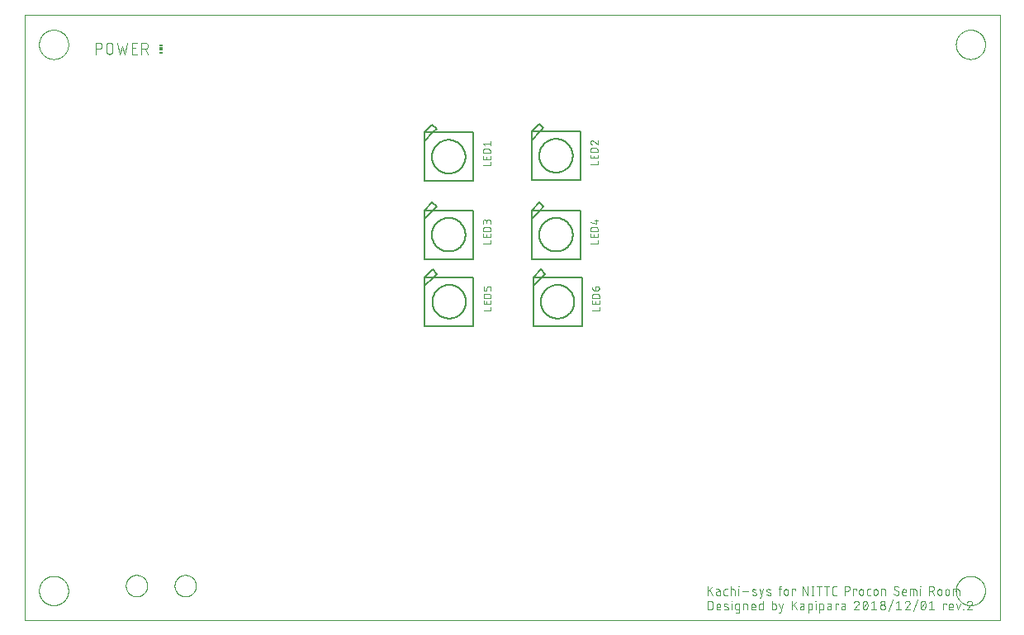
<source format=gto>
G75*
%MOIN*%
%OFA0B0*%
%FSLAX25Y25*%
%IPPOS*%
%LPD*%
%AMOC8*
5,1,8,0,0,1.08239X$1,22.5*
%
%ADD10C,0.00000*%
%ADD11C,0.00300*%
%ADD12C,0.00500*%
%ADD13R,0.01181X0.00591*%
%ADD14R,0.01181X0.01181*%
%ADD15C,0.00400*%
D10*
X0009166Y0018906D02*
X0009166Y0263000D01*
X0402866Y0263000D01*
X0402866Y0018906D01*
X0009166Y0018906D01*
X0015071Y0030717D02*
X0015073Y0030870D01*
X0015079Y0031024D01*
X0015089Y0031177D01*
X0015103Y0031329D01*
X0015121Y0031482D01*
X0015143Y0031633D01*
X0015168Y0031784D01*
X0015198Y0031935D01*
X0015232Y0032085D01*
X0015269Y0032233D01*
X0015310Y0032381D01*
X0015355Y0032527D01*
X0015404Y0032673D01*
X0015457Y0032817D01*
X0015513Y0032959D01*
X0015573Y0033100D01*
X0015637Y0033240D01*
X0015704Y0033378D01*
X0015775Y0033514D01*
X0015850Y0033648D01*
X0015927Y0033780D01*
X0016009Y0033910D01*
X0016093Y0034038D01*
X0016181Y0034164D01*
X0016272Y0034287D01*
X0016366Y0034408D01*
X0016464Y0034526D01*
X0016564Y0034642D01*
X0016668Y0034755D01*
X0016774Y0034866D01*
X0016883Y0034974D01*
X0016995Y0035079D01*
X0017109Y0035180D01*
X0017227Y0035279D01*
X0017346Y0035375D01*
X0017468Y0035468D01*
X0017593Y0035557D01*
X0017720Y0035644D01*
X0017849Y0035726D01*
X0017980Y0035806D01*
X0018113Y0035882D01*
X0018248Y0035955D01*
X0018385Y0036024D01*
X0018524Y0036089D01*
X0018664Y0036151D01*
X0018806Y0036209D01*
X0018949Y0036264D01*
X0019094Y0036315D01*
X0019240Y0036362D01*
X0019387Y0036405D01*
X0019535Y0036444D01*
X0019684Y0036480D01*
X0019834Y0036511D01*
X0019985Y0036539D01*
X0020136Y0036563D01*
X0020289Y0036583D01*
X0020441Y0036599D01*
X0020594Y0036611D01*
X0020747Y0036619D01*
X0020900Y0036623D01*
X0021054Y0036623D01*
X0021207Y0036619D01*
X0021360Y0036611D01*
X0021513Y0036599D01*
X0021665Y0036583D01*
X0021818Y0036563D01*
X0021969Y0036539D01*
X0022120Y0036511D01*
X0022270Y0036480D01*
X0022419Y0036444D01*
X0022567Y0036405D01*
X0022714Y0036362D01*
X0022860Y0036315D01*
X0023005Y0036264D01*
X0023148Y0036209D01*
X0023290Y0036151D01*
X0023430Y0036089D01*
X0023569Y0036024D01*
X0023706Y0035955D01*
X0023841Y0035882D01*
X0023974Y0035806D01*
X0024105Y0035726D01*
X0024234Y0035644D01*
X0024361Y0035557D01*
X0024486Y0035468D01*
X0024608Y0035375D01*
X0024727Y0035279D01*
X0024845Y0035180D01*
X0024959Y0035079D01*
X0025071Y0034974D01*
X0025180Y0034866D01*
X0025286Y0034755D01*
X0025390Y0034642D01*
X0025490Y0034526D01*
X0025588Y0034408D01*
X0025682Y0034287D01*
X0025773Y0034164D01*
X0025861Y0034038D01*
X0025945Y0033910D01*
X0026027Y0033780D01*
X0026104Y0033648D01*
X0026179Y0033514D01*
X0026250Y0033378D01*
X0026317Y0033240D01*
X0026381Y0033100D01*
X0026441Y0032959D01*
X0026497Y0032817D01*
X0026550Y0032673D01*
X0026599Y0032527D01*
X0026644Y0032381D01*
X0026685Y0032233D01*
X0026722Y0032085D01*
X0026756Y0031935D01*
X0026786Y0031784D01*
X0026811Y0031633D01*
X0026833Y0031482D01*
X0026851Y0031329D01*
X0026865Y0031177D01*
X0026875Y0031024D01*
X0026881Y0030870D01*
X0026883Y0030717D01*
X0026881Y0030564D01*
X0026875Y0030410D01*
X0026865Y0030257D01*
X0026851Y0030105D01*
X0026833Y0029952D01*
X0026811Y0029801D01*
X0026786Y0029650D01*
X0026756Y0029499D01*
X0026722Y0029349D01*
X0026685Y0029201D01*
X0026644Y0029053D01*
X0026599Y0028907D01*
X0026550Y0028761D01*
X0026497Y0028617D01*
X0026441Y0028475D01*
X0026381Y0028334D01*
X0026317Y0028194D01*
X0026250Y0028056D01*
X0026179Y0027920D01*
X0026104Y0027786D01*
X0026027Y0027654D01*
X0025945Y0027524D01*
X0025861Y0027396D01*
X0025773Y0027270D01*
X0025682Y0027147D01*
X0025588Y0027026D01*
X0025490Y0026908D01*
X0025390Y0026792D01*
X0025286Y0026679D01*
X0025180Y0026568D01*
X0025071Y0026460D01*
X0024959Y0026355D01*
X0024845Y0026254D01*
X0024727Y0026155D01*
X0024608Y0026059D01*
X0024486Y0025966D01*
X0024361Y0025877D01*
X0024234Y0025790D01*
X0024105Y0025708D01*
X0023974Y0025628D01*
X0023841Y0025552D01*
X0023706Y0025479D01*
X0023569Y0025410D01*
X0023430Y0025345D01*
X0023290Y0025283D01*
X0023148Y0025225D01*
X0023005Y0025170D01*
X0022860Y0025119D01*
X0022714Y0025072D01*
X0022567Y0025029D01*
X0022419Y0024990D01*
X0022270Y0024954D01*
X0022120Y0024923D01*
X0021969Y0024895D01*
X0021818Y0024871D01*
X0021665Y0024851D01*
X0021513Y0024835D01*
X0021360Y0024823D01*
X0021207Y0024815D01*
X0021054Y0024811D01*
X0020900Y0024811D01*
X0020747Y0024815D01*
X0020594Y0024823D01*
X0020441Y0024835D01*
X0020289Y0024851D01*
X0020136Y0024871D01*
X0019985Y0024895D01*
X0019834Y0024923D01*
X0019684Y0024954D01*
X0019535Y0024990D01*
X0019387Y0025029D01*
X0019240Y0025072D01*
X0019094Y0025119D01*
X0018949Y0025170D01*
X0018806Y0025225D01*
X0018664Y0025283D01*
X0018524Y0025345D01*
X0018385Y0025410D01*
X0018248Y0025479D01*
X0018113Y0025552D01*
X0017980Y0025628D01*
X0017849Y0025708D01*
X0017720Y0025790D01*
X0017593Y0025877D01*
X0017468Y0025966D01*
X0017346Y0026059D01*
X0017227Y0026155D01*
X0017109Y0026254D01*
X0016995Y0026355D01*
X0016883Y0026460D01*
X0016774Y0026568D01*
X0016668Y0026679D01*
X0016564Y0026792D01*
X0016464Y0026908D01*
X0016366Y0027026D01*
X0016272Y0027147D01*
X0016181Y0027270D01*
X0016093Y0027396D01*
X0016009Y0027524D01*
X0015927Y0027654D01*
X0015850Y0027786D01*
X0015775Y0027920D01*
X0015704Y0028056D01*
X0015637Y0028194D01*
X0015573Y0028334D01*
X0015513Y0028475D01*
X0015457Y0028617D01*
X0015404Y0028761D01*
X0015355Y0028907D01*
X0015310Y0029053D01*
X0015269Y0029201D01*
X0015232Y0029349D01*
X0015198Y0029499D01*
X0015168Y0029650D01*
X0015143Y0029801D01*
X0015121Y0029952D01*
X0015103Y0030105D01*
X0015089Y0030257D01*
X0015079Y0030410D01*
X0015073Y0030564D01*
X0015071Y0030717D01*
X0050110Y0032685D02*
X0050112Y0032816D01*
X0050118Y0032948D01*
X0050128Y0033079D01*
X0050142Y0033210D01*
X0050160Y0033340D01*
X0050182Y0033469D01*
X0050207Y0033598D01*
X0050237Y0033726D01*
X0050271Y0033853D01*
X0050308Y0033980D01*
X0050349Y0034104D01*
X0050394Y0034228D01*
X0050443Y0034350D01*
X0050495Y0034471D01*
X0050551Y0034589D01*
X0050611Y0034707D01*
X0050674Y0034822D01*
X0050741Y0034935D01*
X0050811Y0035047D01*
X0050884Y0035156D01*
X0050960Y0035262D01*
X0051040Y0035367D01*
X0051123Y0035469D01*
X0051209Y0035568D01*
X0051298Y0035665D01*
X0051390Y0035759D01*
X0051485Y0035850D01*
X0051582Y0035939D01*
X0051682Y0036024D01*
X0051785Y0036106D01*
X0051890Y0036185D01*
X0051997Y0036261D01*
X0052107Y0036333D01*
X0052219Y0036402D01*
X0052333Y0036468D01*
X0052448Y0036530D01*
X0052566Y0036589D01*
X0052685Y0036644D01*
X0052806Y0036696D01*
X0052929Y0036743D01*
X0053053Y0036787D01*
X0053178Y0036828D01*
X0053304Y0036864D01*
X0053432Y0036897D01*
X0053560Y0036925D01*
X0053689Y0036950D01*
X0053819Y0036971D01*
X0053949Y0036988D01*
X0054080Y0037001D01*
X0054211Y0037010D01*
X0054342Y0037015D01*
X0054474Y0037016D01*
X0054605Y0037013D01*
X0054737Y0037006D01*
X0054868Y0036995D01*
X0054998Y0036980D01*
X0055128Y0036961D01*
X0055258Y0036938D01*
X0055386Y0036912D01*
X0055514Y0036881D01*
X0055641Y0036846D01*
X0055767Y0036808D01*
X0055891Y0036766D01*
X0056015Y0036720D01*
X0056136Y0036670D01*
X0056256Y0036617D01*
X0056375Y0036560D01*
X0056492Y0036500D01*
X0056606Y0036436D01*
X0056719Y0036368D01*
X0056830Y0036297D01*
X0056939Y0036223D01*
X0057045Y0036146D01*
X0057149Y0036065D01*
X0057250Y0035982D01*
X0057349Y0035895D01*
X0057445Y0035805D01*
X0057538Y0035712D01*
X0057629Y0035617D01*
X0057716Y0035519D01*
X0057801Y0035418D01*
X0057882Y0035315D01*
X0057960Y0035209D01*
X0058035Y0035101D01*
X0058107Y0034991D01*
X0058175Y0034879D01*
X0058240Y0034765D01*
X0058301Y0034648D01*
X0058359Y0034530D01*
X0058413Y0034410D01*
X0058464Y0034289D01*
X0058511Y0034166D01*
X0058554Y0034042D01*
X0058593Y0033917D01*
X0058629Y0033790D01*
X0058660Y0033662D01*
X0058688Y0033534D01*
X0058712Y0033405D01*
X0058732Y0033275D01*
X0058748Y0033144D01*
X0058760Y0033013D01*
X0058768Y0032882D01*
X0058772Y0032751D01*
X0058772Y0032619D01*
X0058768Y0032488D01*
X0058760Y0032357D01*
X0058748Y0032226D01*
X0058732Y0032095D01*
X0058712Y0031965D01*
X0058688Y0031836D01*
X0058660Y0031708D01*
X0058629Y0031580D01*
X0058593Y0031453D01*
X0058554Y0031328D01*
X0058511Y0031204D01*
X0058464Y0031081D01*
X0058413Y0030960D01*
X0058359Y0030840D01*
X0058301Y0030722D01*
X0058240Y0030605D01*
X0058175Y0030491D01*
X0058107Y0030379D01*
X0058035Y0030269D01*
X0057960Y0030161D01*
X0057882Y0030055D01*
X0057801Y0029952D01*
X0057716Y0029851D01*
X0057629Y0029753D01*
X0057538Y0029658D01*
X0057445Y0029565D01*
X0057349Y0029475D01*
X0057250Y0029388D01*
X0057149Y0029305D01*
X0057045Y0029224D01*
X0056939Y0029147D01*
X0056830Y0029073D01*
X0056719Y0029002D01*
X0056607Y0028934D01*
X0056492Y0028870D01*
X0056375Y0028810D01*
X0056256Y0028753D01*
X0056136Y0028700D01*
X0056015Y0028650D01*
X0055891Y0028604D01*
X0055767Y0028562D01*
X0055641Y0028524D01*
X0055514Y0028489D01*
X0055386Y0028458D01*
X0055258Y0028432D01*
X0055128Y0028409D01*
X0054998Y0028390D01*
X0054868Y0028375D01*
X0054737Y0028364D01*
X0054605Y0028357D01*
X0054474Y0028354D01*
X0054342Y0028355D01*
X0054211Y0028360D01*
X0054080Y0028369D01*
X0053949Y0028382D01*
X0053819Y0028399D01*
X0053689Y0028420D01*
X0053560Y0028445D01*
X0053432Y0028473D01*
X0053304Y0028506D01*
X0053178Y0028542D01*
X0053053Y0028583D01*
X0052929Y0028627D01*
X0052806Y0028674D01*
X0052685Y0028726D01*
X0052566Y0028781D01*
X0052448Y0028840D01*
X0052333Y0028902D01*
X0052219Y0028968D01*
X0052107Y0029037D01*
X0051997Y0029109D01*
X0051890Y0029185D01*
X0051785Y0029264D01*
X0051682Y0029346D01*
X0051582Y0029431D01*
X0051485Y0029520D01*
X0051390Y0029611D01*
X0051298Y0029705D01*
X0051209Y0029802D01*
X0051123Y0029901D01*
X0051040Y0030003D01*
X0050960Y0030108D01*
X0050884Y0030214D01*
X0050811Y0030323D01*
X0050741Y0030435D01*
X0050674Y0030548D01*
X0050611Y0030663D01*
X0050551Y0030781D01*
X0050495Y0030899D01*
X0050443Y0031020D01*
X0050394Y0031142D01*
X0050349Y0031266D01*
X0050308Y0031390D01*
X0050271Y0031517D01*
X0050237Y0031644D01*
X0050207Y0031772D01*
X0050182Y0031901D01*
X0050160Y0032030D01*
X0050142Y0032160D01*
X0050128Y0032291D01*
X0050118Y0032422D01*
X0050112Y0032554D01*
X0050110Y0032685D01*
X0069795Y0032685D02*
X0069797Y0032816D01*
X0069803Y0032948D01*
X0069813Y0033079D01*
X0069827Y0033210D01*
X0069845Y0033340D01*
X0069867Y0033469D01*
X0069892Y0033598D01*
X0069922Y0033726D01*
X0069956Y0033853D01*
X0069993Y0033980D01*
X0070034Y0034104D01*
X0070079Y0034228D01*
X0070128Y0034350D01*
X0070180Y0034471D01*
X0070236Y0034589D01*
X0070296Y0034707D01*
X0070359Y0034822D01*
X0070426Y0034935D01*
X0070496Y0035047D01*
X0070569Y0035156D01*
X0070645Y0035262D01*
X0070725Y0035367D01*
X0070808Y0035469D01*
X0070894Y0035568D01*
X0070983Y0035665D01*
X0071075Y0035759D01*
X0071170Y0035850D01*
X0071267Y0035939D01*
X0071367Y0036024D01*
X0071470Y0036106D01*
X0071575Y0036185D01*
X0071682Y0036261D01*
X0071792Y0036333D01*
X0071904Y0036402D01*
X0072018Y0036468D01*
X0072133Y0036530D01*
X0072251Y0036589D01*
X0072370Y0036644D01*
X0072491Y0036696D01*
X0072614Y0036743D01*
X0072738Y0036787D01*
X0072863Y0036828D01*
X0072989Y0036864D01*
X0073117Y0036897D01*
X0073245Y0036925D01*
X0073374Y0036950D01*
X0073504Y0036971D01*
X0073634Y0036988D01*
X0073765Y0037001D01*
X0073896Y0037010D01*
X0074027Y0037015D01*
X0074159Y0037016D01*
X0074290Y0037013D01*
X0074422Y0037006D01*
X0074553Y0036995D01*
X0074683Y0036980D01*
X0074813Y0036961D01*
X0074943Y0036938D01*
X0075071Y0036912D01*
X0075199Y0036881D01*
X0075326Y0036846D01*
X0075452Y0036808D01*
X0075576Y0036766D01*
X0075700Y0036720D01*
X0075821Y0036670D01*
X0075941Y0036617D01*
X0076060Y0036560D01*
X0076177Y0036500D01*
X0076291Y0036436D01*
X0076404Y0036368D01*
X0076515Y0036297D01*
X0076624Y0036223D01*
X0076730Y0036146D01*
X0076834Y0036065D01*
X0076935Y0035982D01*
X0077034Y0035895D01*
X0077130Y0035805D01*
X0077223Y0035712D01*
X0077314Y0035617D01*
X0077401Y0035519D01*
X0077486Y0035418D01*
X0077567Y0035315D01*
X0077645Y0035209D01*
X0077720Y0035101D01*
X0077792Y0034991D01*
X0077860Y0034879D01*
X0077925Y0034765D01*
X0077986Y0034648D01*
X0078044Y0034530D01*
X0078098Y0034410D01*
X0078149Y0034289D01*
X0078196Y0034166D01*
X0078239Y0034042D01*
X0078278Y0033917D01*
X0078314Y0033790D01*
X0078345Y0033662D01*
X0078373Y0033534D01*
X0078397Y0033405D01*
X0078417Y0033275D01*
X0078433Y0033144D01*
X0078445Y0033013D01*
X0078453Y0032882D01*
X0078457Y0032751D01*
X0078457Y0032619D01*
X0078453Y0032488D01*
X0078445Y0032357D01*
X0078433Y0032226D01*
X0078417Y0032095D01*
X0078397Y0031965D01*
X0078373Y0031836D01*
X0078345Y0031708D01*
X0078314Y0031580D01*
X0078278Y0031453D01*
X0078239Y0031328D01*
X0078196Y0031204D01*
X0078149Y0031081D01*
X0078098Y0030960D01*
X0078044Y0030840D01*
X0077986Y0030722D01*
X0077925Y0030605D01*
X0077860Y0030491D01*
X0077792Y0030379D01*
X0077720Y0030269D01*
X0077645Y0030161D01*
X0077567Y0030055D01*
X0077486Y0029952D01*
X0077401Y0029851D01*
X0077314Y0029753D01*
X0077223Y0029658D01*
X0077130Y0029565D01*
X0077034Y0029475D01*
X0076935Y0029388D01*
X0076834Y0029305D01*
X0076730Y0029224D01*
X0076624Y0029147D01*
X0076515Y0029073D01*
X0076404Y0029002D01*
X0076292Y0028934D01*
X0076177Y0028870D01*
X0076060Y0028810D01*
X0075941Y0028753D01*
X0075821Y0028700D01*
X0075700Y0028650D01*
X0075576Y0028604D01*
X0075452Y0028562D01*
X0075326Y0028524D01*
X0075199Y0028489D01*
X0075071Y0028458D01*
X0074943Y0028432D01*
X0074813Y0028409D01*
X0074683Y0028390D01*
X0074553Y0028375D01*
X0074422Y0028364D01*
X0074290Y0028357D01*
X0074159Y0028354D01*
X0074027Y0028355D01*
X0073896Y0028360D01*
X0073765Y0028369D01*
X0073634Y0028382D01*
X0073504Y0028399D01*
X0073374Y0028420D01*
X0073245Y0028445D01*
X0073117Y0028473D01*
X0072989Y0028506D01*
X0072863Y0028542D01*
X0072738Y0028583D01*
X0072614Y0028627D01*
X0072491Y0028674D01*
X0072370Y0028726D01*
X0072251Y0028781D01*
X0072133Y0028840D01*
X0072018Y0028902D01*
X0071904Y0028968D01*
X0071792Y0029037D01*
X0071682Y0029109D01*
X0071575Y0029185D01*
X0071470Y0029264D01*
X0071367Y0029346D01*
X0071267Y0029431D01*
X0071170Y0029520D01*
X0071075Y0029611D01*
X0070983Y0029705D01*
X0070894Y0029802D01*
X0070808Y0029901D01*
X0070725Y0030003D01*
X0070645Y0030108D01*
X0070569Y0030214D01*
X0070496Y0030323D01*
X0070426Y0030435D01*
X0070359Y0030548D01*
X0070296Y0030663D01*
X0070236Y0030781D01*
X0070180Y0030899D01*
X0070128Y0031020D01*
X0070079Y0031142D01*
X0070034Y0031266D01*
X0069993Y0031390D01*
X0069956Y0031517D01*
X0069922Y0031644D01*
X0069892Y0031772D01*
X0069867Y0031901D01*
X0069845Y0032030D01*
X0069827Y0032160D01*
X0069813Y0032291D01*
X0069803Y0032422D01*
X0069797Y0032554D01*
X0069795Y0032685D01*
X0015071Y0251189D02*
X0015073Y0251342D01*
X0015079Y0251496D01*
X0015089Y0251649D01*
X0015103Y0251801D01*
X0015121Y0251954D01*
X0015143Y0252105D01*
X0015168Y0252256D01*
X0015198Y0252407D01*
X0015232Y0252557D01*
X0015269Y0252705D01*
X0015310Y0252853D01*
X0015355Y0252999D01*
X0015404Y0253145D01*
X0015457Y0253289D01*
X0015513Y0253431D01*
X0015573Y0253572D01*
X0015637Y0253712D01*
X0015704Y0253850D01*
X0015775Y0253986D01*
X0015850Y0254120D01*
X0015927Y0254252D01*
X0016009Y0254382D01*
X0016093Y0254510D01*
X0016181Y0254636D01*
X0016272Y0254759D01*
X0016366Y0254880D01*
X0016464Y0254998D01*
X0016564Y0255114D01*
X0016668Y0255227D01*
X0016774Y0255338D01*
X0016883Y0255446D01*
X0016995Y0255551D01*
X0017109Y0255652D01*
X0017227Y0255751D01*
X0017346Y0255847D01*
X0017468Y0255940D01*
X0017593Y0256029D01*
X0017720Y0256116D01*
X0017849Y0256198D01*
X0017980Y0256278D01*
X0018113Y0256354D01*
X0018248Y0256427D01*
X0018385Y0256496D01*
X0018524Y0256561D01*
X0018664Y0256623D01*
X0018806Y0256681D01*
X0018949Y0256736D01*
X0019094Y0256787D01*
X0019240Y0256834D01*
X0019387Y0256877D01*
X0019535Y0256916D01*
X0019684Y0256952D01*
X0019834Y0256983D01*
X0019985Y0257011D01*
X0020136Y0257035D01*
X0020289Y0257055D01*
X0020441Y0257071D01*
X0020594Y0257083D01*
X0020747Y0257091D01*
X0020900Y0257095D01*
X0021054Y0257095D01*
X0021207Y0257091D01*
X0021360Y0257083D01*
X0021513Y0257071D01*
X0021665Y0257055D01*
X0021818Y0257035D01*
X0021969Y0257011D01*
X0022120Y0256983D01*
X0022270Y0256952D01*
X0022419Y0256916D01*
X0022567Y0256877D01*
X0022714Y0256834D01*
X0022860Y0256787D01*
X0023005Y0256736D01*
X0023148Y0256681D01*
X0023290Y0256623D01*
X0023430Y0256561D01*
X0023569Y0256496D01*
X0023706Y0256427D01*
X0023841Y0256354D01*
X0023974Y0256278D01*
X0024105Y0256198D01*
X0024234Y0256116D01*
X0024361Y0256029D01*
X0024486Y0255940D01*
X0024608Y0255847D01*
X0024727Y0255751D01*
X0024845Y0255652D01*
X0024959Y0255551D01*
X0025071Y0255446D01*
X0025180Y0255338D01*
X0025286Y0255227D01*
X0025390Y0255114D01*
X0025490Y0254998D01*
X0025588Y0254880D01*
X0025682Y0254759D01*
X0025773Y0254636D01*
X0025861Y0254510D01*
X0025945Y0254382D01*
X0026027Y0254252D01*
X0026104Y0254120D01*
X0026179Y0253986D01*
X0026250Y0253850D01*
X0026317Y0253712D01*
X0026381Y0253572D01*
X0026441Y0253431D01*
X0026497Y0253289D01*
X0026550Y0253145D01*
X0026599Y0252999D01*
X0026644Y0252853D01*
X0026685Y0252705D01*
X0026722Y0252557D01*
X0026756Y0252407D01*
X0026786Y0252256D01*
X0026811Y0252105D01*
X0026833Y0251954D01*
X0026851Y0251801D01*
X0026865Y0251649D01*
X0026875Y0251496D01*
X0026881Y0251342D01*
X0026883Y0251189D01*
X0026881Y0251036D01*
X0026875Y0250882D01*
X0026865Y0250729D01*
X0026851Y0250577D01*
X0026833Y0250424D01*
X0026811Y0250273D01*
X0026786Y0250122D01*
X0026756Y0249971D01*
X0026722Y0249821D01*
X0026685Y0249673D01*
X0026644Y0249525D01*
X0026599Y0249379D01*
X0026550Y0249233D01*
X0026497Y0249089D01*
X0026441Y0248947D01*
X0026381Y0248806D01*
X0026317Y0248666D01*
X0026250Y0248528D01*
X0026179Y0248392D01*
X0026104Y0248258D01*
X0026027Y0248126D01*
X0025945Y0247996D01*
X0025861Y0247868D01*
X0025773Y0247742D01*
X0025682Y0247619D01*
X0025588Y0247498D01*
X0025490Y0247380D01*
X0025390Y0247264D01*
X0025286Y0247151D01*
X0025180Y0247040D01*
X0025071Y0246932D01*
X0024959Y0246827D01*
X0024845Y0246726D01*
X0024727Y0246627D01*
X0024608Y0246531D01*
X0024486Y0246438D01*
X0024361Y0246349D01*
X0024234Y0246262D01*
X0024105Y0246180D01*
X0023974Y0246100D01*
X0023841Y0246024D01*
X0023706Y0245951D01*
X0023569Y0245882D01*
X0023430Y0245817D01*
X0023290Y0245755D01*
X0023148Y0245697D01*
X0023005Y0245642D01*
X0022860Y0245591D01*
X0022714Y0245544D01*
X0022567Y0245501D01*
X0022419Y0245462D01*
X0022270Y0245426D01*
X0022120Y0245395D01*
X0021969Y0245367D01*
X0021818Y0245343D01*
X0021665Y0245323D01*
X0021513Y0245307D01*
X0021360Y0245295D01*
X0021207Y0245287D01*
X0021054Y0245283D01*
X0020900Y0245283D01*
X0020747Y0245287D01*
X0020594Y0245295D01*
X0020441Y0245307D01*
X0020289Y0245323D01*
X0020136Y0245343D01*
X0019985Y0245367D01*
X0019834Y0245395D01*
X0019684Y0245426D01*
X0019535Y0245462D01*
X0019387Y0245501D01*
X0019240Y0245544D01*
X0019094Y0245591D01*
X0018949Y0245642D01*
X0018806Y0245697D01*
X0018664Y0245755D01*
X0018524Y0245817D01*
X0018385Y0245882D01*
X0018248Y0245951D01*
X0018113Y0246024D01*
X0017980Y0246100D01*
X0017849Y0246180D01*
X0017720Y0246262D01*
X0017593Y0246349D01*
X0017468Y0246438D01*
X0017346Y0246531D01*
X0017227Y0246627D01*
X0017109Y0246726D01*
X0016995Y0246827D01*
X0016883Y0246932D01*
X0016774Y0247040D01*
X0016668Y0247151D01*
X0016564Y0247264D01*
X0016464Y0247380D01*
X0016366Y0247498D01*
X0016272Y0247619D01*
X0016181Y0247742D01*
X0016093Y0247868D01*
X0016009Y0247996D01*
X0015927Y0248126D01*
X0015850Y0248258D01*
X0015775Y0248392D01*
X0015704Y0248528D01*
X0015637Y0248666D01*
X0015573Y0248806D01*
X0015513Y0248947D01*
X0015457Y0249089D01*
X0015404Y0249233D01*
X0015355Y0249379D01*
X0015310Y0249525D01*
X0015269Y0249673D01*
X0015232Y0249821D01*
X0015198Y0249971D01*
X0015168Y0250122D01*
X0015143Y0250273D01*
X0015121Y0250424D01*
X0015103Y0250577D01*
X0015089Y0250729D01*
X0015079Y0250882D01*
X0015073Y0251036D01*
X0015071Y0251189D01*
X0385149Y0251189D02*
X0385151Y0251342D01*
X0385157Y0251496D01*
X0385167Y0251649D01*
X0385181Y0251801D01*
X0385199Y0251954D01*
X0385221Y0252105D01*
X0385246Y0252256D01*
X0385276Y0252407D01*
X0385310Y0252557D01*
X0385347Y0252705D01*
X0385388Y0252853D01*
X0385433Y0252999D01*
X0385482Y0253145D01*
X0385535Y0253289D01*
X0385591Y0253431D01*
X0385651Y0253572D01*
X0385715Y0253712D01*
X0385782Y0253850D01*
X0385853Y0253986D01*
X0385928Y0254120D01*
X0386005Y0254252D01*
X0386087Y0254382D01*
X0386171Y0254510D01*
X0386259Y0254636D01*
X0386350Y0254759D01*
X0386444Y0254880D01*
X0386542Y0254998D01*
X0386642Y0255114D01*
X0386746Y0255227D01*
X0386852Y0255338D01*
X0386961Y0255446D01*
X0387073Y0255551D01*
X0387187Y0255652D01*
X0387305Y0255751D01*
X0387424Y0255847D01*
X0387546Y0255940D01*
X0387671Y0256029D01*
X0387798Y0256116D01*
X0387927Y0256198D01*
X0388058Y0256278D01*
X0388191Y0256354D01*
X0388326Y0256427D01*
X0388463Y0256496D01*
X0388602Y0256561D01*
X0388742Y0256623D01*
X0388884Y0256681D01*
X0389027Y0256736D01*
X0389172Y0256787D01*
X0389318Y0256834D01*
X0389465Y0256877D01*
X0389613Y0256916D01*
X0389762Y0256952D01*
X0389912Y0256983D01*
X0390063Y0257011D01*
X0390214Y0257035D01*
X0390367Y0257055D01*
X0390519Y0257071D01*
X0390672Y0257083D01*
X0390825Y0257091D01*
X0390978Y0257095D01*
X0391132Y0257095D01*
X0391285Y0257091D01*
X0391438Y0257083D01*
X0391591Y0257071D01*
X0391743Y0257055D01*
X0391896Y0257035D01*
X0392047Y0257011D01*
X0392198Y0256983D01*
X0392348Y0256952D01*
X0392497Y0256916D01*
X0392645Y0256877D01*
X0392792Y0256834D01*
X0392938Y0256787D01*
X0393083Y0256736D01*
X0393226Y0256681D01*
X0393368Y0256623D01*
X0393508Y0256561D01*
X0393647Y0256496D01*
X0393784Y0256427D01*
X0393919Y0256354D01*
X0394052Y0256278D01*
X0394183Y0256198D01*
X0394312Y0256116D01*
X0394439Y0256029D01*
X0394564Y0255940D01*
X0394686Y0255847D01*
X0394805Y0255751D01*
X0394923Y0255652D01*
X0395037Y0255551D01*
X0395149Y0255446D01*
X0395258Y0255338D01*
X0395364Y0255227D01*
X0395468Y0255114D01*
X0395568Y0254998D01*
X0395666Y0254880D01*
X0395760Y0254759D01*
X0395851Y0254636D01*
X0395939Y0254510D01*
X0396023Y0254382D01*
X0396105Y0254252D01*
X0396182Y0254120D01*
X0396257Y0253986D01*
X0396328Y0253850D01*
X0396395Y0253712D01*
X0396459Y0253572D01*
X0396519Y0253431D01*
X0396575Y0253289D01*
X0396628Y0253145D01*
X0396677Y0252999D01*
X0396722Y0252853D01*
X0396763Y0252705D01*
X0396800Y0252557D01*
X0396834Y0252407D01*
X0396864Y0252256D01*
X0396889Y0252105D01*
X0396911Y0251954D01*
X0396929Y0251801D01*
X0396943Y0251649D01*
X0396953Y0251496D01*
X0396959Y0251342D01*
X0396961Y0251189D01*
X0396959Y0251036D01*
X0396953Y0250882D01*
X0396943Y0250729D01*
X0396929Y0250577D01*
X0396911Y0250424D01*
X0396889Y0250273D01*
X0396864Y0250122D01*
X0396834Y0249971D01*
X0396800Y0249821D01*
X0396763Y0249673D01*
X0396722Y0249525D01*
X0396677Y0249379D01*
X0396628Y0249233D01*
X0396575Y0249089D01*
X0396519Y0248947D01*
X0396459Y0248806D01*
X0396395Y0248666D01*
X0396328Y0248528D01*
X0396257Y0248392D01*
X0396182Y0248258D01*
X0396105Y0248126D01*
X0396023Y0247996D01*
X0395939Y0247868D01*
X0395851Y0247742D01*
X0395760Y0247619D01*
X0395666Y0247498D01*
X0395568Y0247380D01*
X0395468Y0247264D01*
X0395364Y0247151D01*
X0395258Y0247040D01*
X0395149Y0246932D01*
X0395037Y0246827D01*
X0394923Y0246726D01*
X0394805Y0246627D01*
X0394686Y0246531D01*
X0394564Y0246438D01*
X0394439Y0246349D01*
X0394312Y0246262D01*
X0394183Y0246180D01*
X0394052Y0246100D01*
X0393919Y0246024D01*
X0393784Y0245951D01*
X0393647Y0245882D01*
X0393508Y0245817D01*
X0393368Y0245755D01*
X0393226Y0245697D01*
X0393083Y0245642D01*
X0392938Y0245591D01*
X0392792Y0245544D01*
X0392645Y0245501D01*
X0392497Y0245462D01*
X0392348Y0245426D01*
X0392198Y0245395D01*
X0392047Y0245367D01*
X0391896Y0245343D01*
X0391743Y0245323D01*
X0391591Y0245307D01*
X0391438Y0245295D01*
X0391285Y0245287D01*
X0391132Y0245283D01*
X0390978Y0245283D01*
X0390825Y0245287D01*
X0390672Y0245295D01*
X0390519Y0245307D01*
X0390367Y0245323D01*
X0390214Y0245343D01*
X0390063Y0245367D01*
X0389912Y0245395D01*
X0389762Y0245426D01*
X0389613Y0245462D01*
X0389465Y0245501D01*
X0389318Y0245544D01*
X0389172Y0245591D01*
X0389027Y0245642D01*
X0388884Y0245697D01*
X0388742Y0245755D01*
X0388602Y0245817D01*
X0388463Y0245882D01*
X0388326Y0245951D01*
X0388191Y0246024D01*
X0388058Y0246100D01*
X0387927Y0246180D01*
X0387798Y0246262D01*
X0387671Y0246349D01*
X0387546Y0246438D01*
X0387424Y0246531D01*
X0387305Y0246627D01*
X0387187Y0246726D01*
X0387073Y0246827D01*
X0386961Y0246932D01*
X0386852Y0247040D01*
X0386746Y0247151D01*
X0386642Y0247264D01*
X0386542Y0247380D01*
X0386444Y0247498D01*
X0386350Y0247619D01*
X0386259Y0247742D01*
X0386171Y0247868D01*
X0386087Y0247996D01*
X0386005Y0248126D01*
X0385928Y0248258D01*
X0385853Y0248392D01*
X0385782Y0248528D01*
X0385715Y0248666D01*
X0385651Y0248806D01*
X0385591Y0248947D01*
X0385535Y0249089D01*
X0385482Y0249233D01*
X0385433Y0249379D01*
X0385388Y0249525D01*
X0385347Y0249673D01*
X0385310Y0249821D01*
X0385276Y0249971D01*
X0385246Y0250122D01*
X0385221Y0250273D01*
X0385199Y0250424D01*
X0385181Y0250577D01*
X0385167Y0250729D01*
X0385157Y0250882D01*
X0385151Y0251036D01*
X0385149Y0251189D01*
X0385149Y0030717D02*
X0385151Y0030870D01*
X0385157Y0031024D01*
X0385167Y0031177D01*
X0385181Y0031329D01*
X0385199Y0031482D01*
X0385221Y0031633D01*
X0385246Y0031784D01*
X0385276Y0031935D01*
X0385310Y0032085D01*
X0385347Y0032233D01*
X0385388Y0032381D01*
X0385433Y0032527D01*
X0385482Y0032673D01*
X0385535Y0032817D01*
X0385591Y0032959D01*
X0385651Y0033100D01*
X0385715Y0033240D01*
X0385782Y0033378D01*
X0385853Y0033514D01*
X0385928Y0033648D01*
X0386005Y0033780D01*
X0386087Y0033910D01*
X0386171Y0034038D01*
X0386259Y0034164D01*
X0386350Y0034287D01*
X0386444Y0034408D01*
X0386542Y0034526D01*
X0386642Y0034642D01*
X0386746Y0034755D01*
X0386852Y0034866D01*
X0386961Y0034974D01*
X0387073Y0035079D01*
X0387187Y0035180D01*
X0387305Y0035279D01*
X0387424Y0035375D01*
X0387546Y0035468D01*
X0387671Y0035557D01*
X0387798Y0035644D01*
X0387927Y0035726D01*
X0388058Y0035806D01*
X0388191Y0035882D01*
X0388326Y0035955D01*
X0388463Y0036024D01*
X0388602Y0036089D01*
X0388742Y0036151D01*
X0388884Y0036209D01*
X0389027Y0036264D01*
X0389172Y0036315D01*
X0389318Y0036362D01*
X0389465Y0036405D01*
X0389613Y0036444D01*
X0389762Y0036480D01*
X0389912Y0036511D01*
X0390063Y0036539D01*
X0390214Y0036563D01*
X0390367Y0036583D01*
X0390519Y0036599D01*
X0390672Y0036611D01*
X0390825Y0036619D01*
X0390978Y0036623D01*
X0391132Y0036623D01*
X0391285Y0036619D01*
X0391438Y0036611D01*
X0391591Y0036599D01*
X0391743Y0036583D01*
X0391896Y0036563D01*
X0392047Y0036539D01*
X0392198Y0036511D01*
X0392348Y0036480D01*
X0392497Y0036444D01*
X0392645Y0036405D01*
X0392792Y0036362D01*
X0392938Y0036315D01*
X0393083Y0036264D01*
X0393226Y0036209D01*
X0393368Y0036151D01*
X0393508Y0036089D01*
X0393647Y0036024D01*
X0393784Y0035955D01*
X0393919Y0035882D01*
X0394052Y0035806D01*
X0394183Y0035726D01*
X0394312Y0035644D01*
X0394439Y0035557D01*
X0394564Y0035468D01*
X0394686Y0035375D01*
X0394805Y0035279D01*
X0394923Y0035180D01*
X0395037Y0035079D01*
X0395149Y0034974D01*
X0395258Y0034866D01*
X0395364Y0034755D01*
X0395468Y0034642D01*
X0395568Y0034526D01*
X0395666Y0034408D01*
X0395760Y0034287D01*
X0395851Y0034164D01*
X0395939Y0034038D01*
X0396023Y0033910D01*
X0396105Y0033780D01*
X0396182Y0033648D01*
X0396257Y0033514D01*
X0396328Y0033378D01*
X0396395Y0033240D01*
X0396459Y0033100D01*
X0396519Y0032959D01*
X0396575Y0032817D01*
X0396628Y0032673D01*
X0396677Y0032527D01*
X0396722Y0032381D01*
X0396763Y0032233D01*
X0396800Y0032085D01*
X0396834Y0031935D01*
X0396864Y0031784D01*
X0396889Y0031633D01*
X0396911Y0031482D01*
X0396929Y0031329D01*
X0396943Y0031177D01*
X0396953Y0031024D01*
X0396959Y0030870D01*
X0396961Y0030717D01*
X0396959Y0030564D01*
X0396953Y0030410D01*
X0396943Y0030257D01*
X0396929Y0030105D01*
X0396911Y0029952D01*
X0396889Y0029801D01*
X0396864Y0029650D01*
X0396834Y0029499D01*
X0396800Y0029349D01*
X0396763Y0029201D01*
X0396722Y0029053D01*
X0396677Y0028907D01*
X0396628Y0028761D01*
X0396575Y0028617D01*
X0396519Y0028475D01*
X0396459Y0028334D01*
X0396395Y0028194D01*
X0396328Y0028056D01*
X0396257Y0027920D01*
X0396182Y0027786D01*
X0396105Y0027654D01*
X0396023Y0027524D01*
X0395939Y0027396D01*
X0395851Y0027270D01*
X0395760Y0027147D01*
X0395666Y0027026D01*
X0395568Y0026908D01*
X0395468Y0026792D01*
X0395364Y0026679D01*
X0395258Y0026568D01*
X0395149Y0026460D01*
X0395037Y0026355D01*
X0394923Y0026254D01*
X0394805Y0026155D01*
X0394686Y0026059D01*
X0394564Y0025966D01*
X0394439Y0025877D01*
X0394312Y0025790D01*
X0394183Y0025708D01*
X0394052Y0025628D01*
X0393919Y0025552D01*
X0393784Y0025479D01*
X0393647Y0025410D01*
X0393508Y0025345D01*
X0393368Y0025283D01*
X0393226Y0025225D01*
X0393083Y0025170D01*
X0392938Y0025119D01*
X0392792Y0025072D01*
X0392645Y0025029D01*
X0392497Y0024990D01*
X0392348Y0024954D01*
X0392198Y0024923D01*
X0392047Y0024895D01*
X0391896Y0024871D01*
X0391743Y0024851D01*
X0391591Y0024835D01*
X0391438Y0024823D01*
X0391285Y0024815D01*
X0391132Y0024811D01*
X0390978Y0024811D01*
X0390825Y0024815D01*
X0390672Y0024823D01*
X0390519Y0024835D01*
X0390367Y0024851D01*
X0390214Y0024871D01*
X0390063Y0024895D01*
X0389912Y0024923D01*
X0389762Y0024954D01*
X0389613Y0024990D01*
X0389465Y0025029D01*
X0389318Y0025072D01*
X0389172Y0025119D01*
X0389027Y0025170D01*
X0388884Y0025225D01*
X0388742Y0025283D01*
X0388602Y0025345D01*
X0388463Y0025410D01*
X0388326Y0025479D01*
X0388191Y0025552D01*
X0388058Y0025628D01*
X0387927Y0025708D01*
X0387798Y0025790D01*
X0387671Y0025877D01*
X0387546Y0025966D01*
X0387424Y0026059D01*
X0387305Y0026155D01*
X0387187Y0026254D01*
X0387073Y0026355D01*
X0386961Y0026460D01*
X0386852Y0026568D01*
X0386746Y0026679D01*
X0386642Y0026792D01*
X0386542Y0026908D01*
X0386444Y0027026D01*
X0386350Y0027147D01*
X0386259Y0027270D01*
X0386171Y0027396D01*
X0386087Y0027524D01*
X0386005Y0027654D01*
X0385928Y0027786D01*
X0385853Y0027920D01*
X0385782Y0028056D01*
X0385715Y0028194D01*
X0385651Y0028334D01*
X0385591Y0028475D01*
X0385535Y0028617D01*
X0385482Y0028761D01*
X0385433Y0028907D01*
X0385388Y0029053D01*
X0385347Y0029201D01*
X0385310Y0029349D01*
X0385276Y0029499D01*
X0385246Y0029650D01*
X0385221Y0029801D01*
X0385199Y0029952D01*
X0385181Y0030105D01*
X0385167Y0030257D01*
X0385157Y0030410D01*
X0385151Y0030564D01*
X0385149Y0030717D01*
D11*
X0385314Y0031323D02*
X0385314Y0028898D01*
X0386526Y0028898D02*
X0386526Y0030717D01*
X0386524Y0030765D01*
X0386519Y0030812D01*
X0386509Y0030858D01*
X0386496Y0030904D01*
X0386480Y0030949D01*
X0386460Y0030992D01*
X0386437Y0031034D01*
X0386410Y0031073D01*
X0386381Y0031111D01*
X0386349Y0031146D01*
X0386314Y0031178D01*
X0386276Y0031207D01*
X0386237Y0031234D01*
X0386195Y0031257D01*
X0386152Y0031277D01*
X0386107Y0031293D01*
X0386061Y0031306D01*
X0386015Y0031316D01*
X0385968Y0031321D01*
X0385920Y0031323D01*
X0384102Y0031323D01*
X0384102Y0028898D01*
X0382461Y0029706D02*
X0382461Y0030514D01*
X0382460Y0030514D02*
X0382458Y0030569D01*
X0382452Y0030624D01*
X0382443Y0030678D01*
X0382430Y0030732D01*
X0382413Y0030785D01*
X0382393Y0030836D01*
X0382369Y0030886D01*
X0382342Y0030934D01*
X0382312Y0030980D01*
X0382279Y0031024D01*
X0382243Y0031066D01*
X0382204Y0031105D01*
X0382162Y0031141D01*
X0382118Y0031174D01*
X0382072Y0031204D01*
X0382024Y0031231D01*
X0381974Y0031255D01*
X0381923Y0031275D01*
X0381870Y0031292D01*
X0381816Y0031305D01*
X0381762Y0031314D01*
X0381707Y0031320D01*
X0381652Y0031322D01*
X0381597Y0031320D01*
X0381542Y0031314D01*
X0381488Y0031305D01*
X0381434Y0031292D01*
X0381381Y0031275D01*
X0381330Y0031255D01*
X0381280Y0031231D01*
X0381232Y0031204D01*
X0381186Y0031174D01*
X0381142Y0031141D01*
X0381100Y0031105D01*
X0381061Y0031066D01*
X0381025Y0031024D01*
X0380992Y0030980D01*
X0380962Y0030934D01*
X0380935Y0030886D01*
X0380911Y0030836D01*
X0380891Y0030785D01*
X0380874Y0030732D01*
X0380861Y0030678D01*
X0380852Y0030624D01*
X0380846Y0030569D01*
X0380844Y0030514D01*
X0380844Y0029706D01*
X0380846Y0029651D01*
X0380852Y0029596D01*
X0380861Y0029542D01*
X0380874Y0029488D01*
X0380891Y0029435D01*
X0380911Y0029384D01*
X0380935Y0029334D01*
X0380962Y0029286D01*
X0380992Y0029240D01*
X0381025Y0029196D01*
X0381061Y0029154D01*
X0381100Y0029115D01*
X0381142Y0029079D01*
X0381186Y0029046D01*
X0381232Y0029016D01*
X0381280Y0028989D01*
X0381330Y0028965D01*
X0381381Y0028945D01*
X0381434Y0028928D01*
X0381488Y0028915D01*
X0381542Y0028906D01*
X0381597Y0028900D01*
X0381652Y0028898D01*
X0381707Y0028900D01*
X0381762Y0028906D01*
X0381816Y0028915D01*
X0381870Y0028928D01*
X0381923Y0028945D01*
X0381974Y0028965D01*
X0382024Y0028989D01*
X0382072Y0029016D01*
X0382118Y0029046D01*
X0382162Y0029079D01*
X0382204Y0029115D01*
X0382243Y0029154D01*
X0382279Y0029196D01*
X0382312Y0029240D01*
X0382342Y0029286D01*
X0382369Y0029334D01*
X0382393Y0029384D01*
X0382413Y0029435D01*
X0382430Y0029488D01*
X0382443Y0029542D01*
X0382452Y0029596D01*
X0382458Y0029651D01*
X0382460Y0029706D01*
X0379390Y0029706D02*
X0379390Y0030514D01*
X0379388Y0030569D01*
X0379382Y0030624D01*
X0379373Y0030678D01*
X0379360Y0030732D01*
X0379343Y0030785D01*
X0379323Y0030836D01*
X0379299Y0030886D01*
X0379272Y0030934D01*
X0379242Y0030980D01*
X0379209Y0031024D01*
X0379173Y0031066D01*
X0379134Y0031105D01*
X0379092Y0031141D01*
X0379048Y0031174D01*
X0379002Y0031204D01*
X0378954Y0031231D01*
X0378904Y0031255D01*
X0378853Y0031275D01*
X0378800Y0031292D01*
X0378746Y0031305D01*
X0378692Y0031314D01*
X0378637Y0031320D01*
X0378582Y0031322D01*
X0378527Y0031320D01*
X0378472Y0031314D01*
X0378418Y0031305D01*
X0378364Y0031292D01*
X0378311Y0031275D01*
X0378260Y0031255D01*
X0378210Y0031231D01*
X0378162Y0031204D01*
X0378116Y0031174D01*
X0378072Y0031141D01*
X0378030Y0031105D01*
X0377991Y0031066D01*
X0377955Y0031024D01*
X0377922Y0030980D01*
X0377892Y0030934D01*
X0377865Y0030886D01*
X0377841Y0030836D01*
X0377821Y0030785D01*
X0377804Y0030732D01*
X0377791Y0030678D01*
X0377782Y0030624D01*
X0377776Y0030569D01*
X0377774Y0030514D01*
X0377773Y0030514D02*
X0377773Y0029706D01*
X0377774Y0029706D02*
X0377776Y0029651D01*
X0377782Y0029596D01*
X0377791Y0029542D01*
X0377804Y0029488D01*
X0377821Y0029435D01*
X0377841Y0029384D01*
X0377865Y0029334D01*
X0377892Y0029286D01*
X0377922Y0029240D01*
X0377955Y0029196D01*
X0377991Y0029154D01*
X0378030Y0029115D01*
X0378072Y0029079D01*
X0378116Y0029046D01*
X0378162Y0029016D01*
X0378210Y0028989D01*
X0378260Y0028965D01*
X0378311Y0028945D01*
X0378364Y0028928D01*
X0378418Y0028915D01*
X0378472Y0028906D01*
X0378527Y0028900D01*
X0378582Y0028898D01*
X0378637Y0028900D01*
X0378692Y0028906D01*
X0378746Y0028915D01*
X0378800Y0028928D01*
X0378853Y0028945D01*
X0378904Y0028965D01*
X0378954Y0028989D01*
X0379002Y0029016D01*
X0379048Y0029046D01*
X0379092Y0029079D01*
X0379134Y0029115D01*
X0379173Y0029154D01*
X0379209Y0029196D01*
X0379242Y0029240D01*
X0379272Y0029286D01*
X0379299Y0029334D01*
X0379323Y0029384D01*
X0379343Y0029435D01*
X0379360Y0029488D01*
X0379373Y0029542D01*
X0379382Y0029596D01*
X0379388Y0029651D01*
X0379390Y0029706D01*
X0376307Y0028898D02*
X0375499Y0030514D01*
X0375297Y0030514D02*
X0374287Y0030514D01*
X0375297Y0030515D02*
X0375359Y0030517D01*
X0375421Y0030523D01*
X0375483Y0030532D01*
X0375543Y0030546D01*
X0375603Y0030563D01*
X0375662Y0030583D01*
X0375719Y0030607D01*
X0375775Y0030635D01*
X0375829Y0030666D01*
X0375881Y0030701D01*
X0375930Y0030738D01*
X0375977Y0030779D01*
X0376022Y0030822D01*
X0376064Y0030868D01*
X0376103Y0030916D01*
X0376139Y0030967D01*
X0376172Y0031020D01*
X0376201Y0031075D01*
X0376227Y0031131D01*
X0376250Y0031189D01*
X0376268Y0031249D01*
X0376284Y0031309D01*
X0376295Y0031370D01*
X0376303Y0031432D01*
X0376307Y0031494D01*
X0376307Y0031556D01*
X0376303Y0031618D01*
X0376295Y0031680D01*
X0376284Y0031741D01*
X0376268Y0031801D01*
X0376250Y0031861D01*
X0376227Y0031919D01*
X0376201Y0031975D01*
X0376172Y0032030D01*
X0376139Y0032083D01*
X0376103Y0032134D01*
X0376064Y0032182D01*
X0376022Y0032228D01*
X0375977Y0032271D01*
X0375930Y0032312D01*
X0375881Y0032349D01*
X0375829Y0032384D01*
X0375775Y0032415D01*
X0375719Y0032443D01*
X0375662Y0032467D01*
X0375603Y0032487D01*
X0375543Y0032504D01*
X0375483Y0032518D01*
X0375421Y0032527D01*
X0375359Y0032533D01*
X0375297Y0032535D01*
X0374287Y0032535D01*
X0374287Y0028898D01*
X0375444Y0026630D02*
X0374434Y0025821D01*
X0370891Y0024811D02*
X0370893Y0024706D01*
X0370898Y0024602D01*
X0370907Y0024498D01*
X0370920Y0024394D01*
X0370936Y0024291D01*
X0370956Y0024188D01*
X0370980Y0024086D01*
X0371007Y0023985D01*
X0371038Y0023885D01*
X0371072Y0023786D01*
X0371109Y0023689D01*
X0371150Y0023593D01*
X0371194Y0023498D01*
X0371092Y0023801D02*
X0372709Y0025821D01*
X0372609Y0026125D02*
X0372589Y0026176D01*
X0372566Y0026225D01*
X0372539Y0026272D01*
X0372509Y0026318D01*
X0372475Y0026361D01*
X0372439Y0026402D01*
X0372400Y0026440D01*
X0372358Y0026474D01*
X0372313Y0026506D01*
X0372267Y0026535D01*
X0372218Y0026559D01*
X0372168Y0026581D01*
X0372116Y0026598D01*
X0372063Y0026612D01*
X0372010Y0026622D01*
X0371956Y0026628D01*
X0371901Y0026630D01*
X0371846Y0026628D01*
X0371792Y0026622D01*
X0371739Y0026612D01*
X0371686Y0026598D01*
X0371634Y0026581D01*
X0371584Y0026559D01*
X0371535Y0026535D01*
X0371489Y0026506D01*
X0371444Y0026474D01*
X0371402Y0026440D01*
X0371363Y0026402D01*
X0371327Y0026361D01*
X0371293Y0026318D01*
X0371263Y0026272D01*
X0371236Y0026225D01*
X0371213Y0026176D01*
X0371193Y0026125D01*
X0372608Y0026124D02*
X0372652Y0026030D01*
X0372693Y0025933D01*
X0372730Y0025836D01*
X0372764Y0025737D01*
X0372795Y0025637D01*
X0372822Y0025536D01*
X0372846Y0025434D01*
X0372866Y0025331D01*
X0372882Y0025228D01*
X0372895Y0025124D01*
X0372904Y0025020D01*
X0372909Y0024916D01*
X0372911Y0024811D01*
X0370890Y0024811D02*
X0370892Y0024916D01*
X0370897Y0025020D01*
X0370906Y0025124D01*
X0370919Y0025228D01*
X0370935Y0025331D01*
X0370955Y0025434D01*
X0370979Y0025536D01*
X0371006Y0025637D01*
X0371037Y0025737D01*
X0371071Y0025836D01*
X0371108Y0025933D01*
X0371149Y0026029D01*
X0371193Y0026124D01*
X0372911Y0024811D02*
X0372909Y0024706D01*
X0372904Y0024602D01*
X0372895Y0024498D01*
X0372882Y0024394D01*
X0372866Y0024291D01*
X0372846Y0024188D01*
X0372822Y0024086D01*
X0372795Y0023985D01*
X0372764Y0023885D01*
X0372730Y0023786D01*
X0372693Y0023689D01*
X0372652Y0023592D01*
X0372608Y0023498D01*
X0372609Y0023497D02*
X0372589Y0023446D01*
X0372566Y0023397D01*
X0372539Y0023350D01*
X0372509Y0023304D01*
X0372475Y0023261D01*
X0372439Y0023220D01*
X0372400Y0023182D01*
X0372358Y0023148D01*
X0372313Y0023116D01*
X0372267Y0023087D01*
X0372218Y0023063D01*
X0372168Y0023041D01*
X0372116Y0023024D01*
X0372063Y0023010D01*
X0372010Y0023000D01*
X0371956Y0022994D01*
X0371901Y0022992D01*
X0371846Y0022994D01*
X0371792Y0023000D01*
X0371739Y0023010D01*
X0371686Y0023024D01*
X0371634Y0023041D01*
X0371584Y0023063D01*
X0371535Y0023087D01*
X0371489Y0023116D01*
X0371444Y0023148D01*
X0371402Y0023182D01*
X0371363Y0023220D01*
X0371327Y0023261D01*
X0371293Y0023304D01*
X0371263Y0023350D01*
X0371236Y0023397D01*
X0371213Y0023446D01*
X0371193Y0023497D01*
X0374434Y0022993D02*
X0376454Y0022993D01*
X0375444Y0022993D02*
X0375444Y0026630D01*
X0379971Y0025417D02*
X0379971Y0022993D01*
X0381183Y0025013D02*
X0381183Y0025417D01*
X0379971Y0025417D01*
X0382313Y0024609D02*
X0382313Y0023599D01*
X0382313Y0024205D02*
X0383929Y0024205D01*
X0383929Y0024609D01*
X0383927Y0024664D01*
X0383921Y0024719D01*
X0383912Y0024773D01*
X0383899Y0024827D01*
X0383882Y0024880D01*
X0383862Y0024931D01*
X0383838Y0024981D01*
X0383811Y0025029D01*
X0383781Y0025075D01*
X0383748Y0025119D01*
X0383712Y0025161D01*
X0383673Y0025200D01*
X0383631Y0025236D01*
X0383587Y0025269D01*
X0383541Y0025299D01*
X0383493Y0025326D01*
X0383443Y0025350D01*
X0383392Y0025370D01*
X0383339Y0025387D01*
X0383285Y0025400D01*
X0383231Y0025409D01*
X0383176Y0025415D01*
X0383121Y0025417D01*
X0383066Y0025415D01*
X0383011Y0025409D01*
X0382957Y0025400D01*
X0382903Y0025387D01*
X0382850Y0025370D01*
X0382799Y0025350D01*
X0382749Y0025326D01*
X0382701Y0025299D01*
X0382655Y0025269D01*
X0382611Y0025236D01*
X0382569Y0025200D01*
X0382530Y0025161D01*
X0382494Y0025119D01*
X0382461Y0025075D01*
X0382431Y0025029D01*
X0382404Y0024981D01*
X0382380Y0024931D01*
X0382360Y0024880D01*
X0382343Y0024827D01*
X0382330Y0024773D01*
X0382321Y0024719D01*
X0382315Y0024664D01*
X0382313Y0024609D01*
X0382313Y0023599D02*
X0382315Y0023551D01*
X0382320Y0023504D01*
X0382330Y0023458D01*
X0382343Y0023412D01*
X0382359Y0023367D01*
X0382379Y0023324D01*
X0382402Y0023282D01*
X0382429Y0023243D01*
X0382458Y0023205D01*
X0382490Y0023170D01*
X0382525Y0023138D01*
X0382563Y0023109D01*
X0382602Y0023082D01*
X0382644Y0023059D01*
X0382687Y0023039D01*
X0382732Y0023023D01*
X0382778Y0023010D01*
X0382824Y0023000D01*
X0382871Y0022995D01*
X0382919Y0022993D01*
X0383929Y0022993D01*
X0386074Y0022993D02*
X0386882Y0025417D01*
X0385266Y0025417D02*
X0386074Y0022993D01*
X0388099Y0022993D02*
X0388301Y0022993D01*
X0388301Y0023195D01*
X0388099Y0023195D01*
X0388099Y0022993D01*
X0389670Y0022993D02*
X0391690Y0022993D01*
X0389670Y0022993D02*
X0391387Y0025013D01*
X0390781Y0026629D02*
X0390714Y0026627D01*
X0390648Y0026621D01*
X0390582Y0026612D01*
X0390516Y0026599D01*
X0390452Y0026582D01*
X0390388Y0026561D01*
X0390326Y0026537D01*
X0390265Y0026509D01*
X0390206Y0026478D01*
X0390149Y0026443D01*
X0390094Y0026406D01*
X0390041Y0026365D01*
X0389991Y0026321D01*
X0389943Y0026275D01*
X0389898Y0026225D01*
X0389856Y0026174D01*
X0389816Y0026120D01*
X0389780Y0026063D01*
X0389748Y0026005D01*
X0389718Y0025945D01*
X0389692Y0025884D01*
X0389670Y0025821D01*
X0391388Y0025013D02*
X0391431Y0025056D01*
X0391470Y0025102D01*
X0391507Y0025150D01*
X0391541Y0025201D01*
X0391572Y0025253D01*
X0391600Y0025307D01*
X0391624Y0025363D01*
X0391644Y0025421D01*
X0391661Y0025479D01*
X0391674Y0025538D01*
X0391683Y0025599D01*
X0391689Y0025659D01*
X0391691Y0025720D01*
X0391690Y0025720D02*
X0391688Y0025779D01*
X0391682Y0025839D01*
X0391673Y0025897D01*
X0391659Y0025955D01*
X0391642Y0026012D01*
X0391621Y0026068D01*
X0391596Y0026122D01*
X0391568Y0026175D01*
X0391537Y0026225D01*
X0391502Y0026273D01*
X0391464Y0026319D01*
X0391424Y0026363D01*
X0391380Y0026403D01*
X0391334Y0026441D01*
X0391286Y0026476D01*
X0391236Y0026507D01*
X0391183Y0026535D01*
X0391129Y0026560D01*
X0391073Y0026581D01*
X0391016Y0026598D01*
X0390958Y0026612D01*
X0390900Y0026621D01*
X0390840Y0026627D01*
X0390781Y0026629D01*
X0370887Y0032333D02*
X0370685Y0032333D01*
X0370685Y0032535D01*
X0370887Y0032535D01*
X0370887Y0032333D01*
X0370786Y0031323D02*
X0370786Y0028898D01*
X0369164Y0028898D02*
X0369164Y0030717D01*
X0369162Y0030765D01*
X0369157Y0030812D01*
X0369147Y0030858D01*
X0369134Y0030904D01*
X0369118Y0030949D01*
X0369098Y0030992D01*
X0369075Y0031034D01*
X0369048Y0031073D01*
X0369019Y0031111D01*
X0368987Y0031146D01*
X0368952Y0031178D01*
X0368914Y0031207D01*
X0368875Y0031234D01*
X0368833Y0031257D01*
X0368790Y0031277D01*
X0368745Y0031293D01*
X0368699Y0031306D01*
X0368653Y0031316D01*
X0368606Y0031321D01*
X0368558Y0031323D01*
X0366739Y0031323D01*
X0366739Y0028898D01*
X0367952Y0028898D02*
X0367952Y0031323D01*
X0365099Y0030514D02*
X0365099Y0030110D01*
X0363482Y0030110D01*
X0363482Y0030514D02*
X0363482Y0029504D01*
X0363484Y0029456D01*
X0363489Y0029409D01*
X0363499Y0029363D01*
X0363512Y0029317D01*
X0363528Y0029272D01*
X0363548Y0029229D01*
X0363571Y0029187D01*
X0363598Y0029148D01*
X0363627Y0029110D01*
X0363659Y0029075D01*
X0363694Y0029043D01*
X0363732Y0029014D01*
X0363771Y0028987D01*
X0363813Y0028964D01*
X0363856Y0028944D01*
X0363901Y0028928D01*
X0363947Y0028915D01*
X0363993Y0028905D01*
X0364040Y0028900D01*
X0364088Y0028898D01*
X0365099Y0028898D01*
X0365098Y0030514D02*
X0365096Y0030569D01*
X0365090Y0030624D01*
X0365081Y0030678D01*
X0365068Y0030732D01*
X0365051Y0030785D01*
X0365031Y0030836D01*
X0365007Y0030886D01*
X0364980Y0030934D01*
X0364950Y0030980D01*
X0364917Y0031024D01*
X0364881Y0031066D01*
X0364842Y0031105D01*
X0364800Y0031141D01*
X0364756Y0031174D01*
X0364710Y0031204D01*
X0364662Y0031231D01*
X0364612Y0031255D01*
X0364561Y0031275D01*
X0364508Y0031292D01*
X0364454Y0031305D01*
X0364400Y0031314D01*
X0364345Y0031320D01*
X0364290Y0031322D01*
X0364235Y0031320D01*
X0364180Y0031314D01*
X0364126Y0031305D01*
X0364072Y0031292D01*
X0364019Y0031275D01*
X0363968Y0031255D01*
X0363918Y0031231D01*
X0363870Y0031204D01*
X0363824Y0031174D01*
X0363780Y0031141D01*
X0363738Y0031105D01*
X0363699Y0031066D01*
X0363663Y0031024D01*
X0363630Y0030980D01*
X0363600Y0030934D01*
X0363573Y0030886D01*
X0363549Y0030836D01*
X0363529Y0030785D01*
X0363512Y0030732D01*
X0363499Y0030678D01*
X0363490Y0030624D01*
X0363484Y0030569D01*
X0363482Y0030514D01*
X0361707Y0030413D02*
X0360596Y0031020D01*
X0361000Y0032535D02*
X0361075Y0032533D01*
X0361150Y0032528D01*
X0361224Y0032518D01*
X0361298Y0032505D01*
X0361371Y0032489D01*
X0361443Y0032469D01*
X0361515Y0032445D01*
X0361584Y0032418D01*
X0361653Y0032387D01*
X0361720Y0032353D01*
X0361785Y0032316D01*
X0361848Y0032275D01*
X0361909Y0032232D01*
X0360596Y0031020D02*
X0360551Y0031048D01*
X0360508Y0031080D01*
X0360467Y0031114D01*
X0360429Y0031150D01*
X0360392Y0031189D01*
X0360359Y0031231D01*
X0360328Y0031274D01*
X0360300Y0031320D01*
X0360275Y0031367D01*
X0360253Y0031415D01*
X0360235Y0031465D01*
X0360220Y0031516D01*
X0360208Y0031568D01*
X0360199Y0031621D01*
X0360194Y0031674D01*
X0360192Y0031727D01*
X0360194Y0031782D01*
X0360200Y0031837D01*
X0360209Y0031891D01*
X0360222Y0031945D01*
X0360239Y0031998D01*
X0360259Y0032049D01*
X0360283Y0032099D01*
X0360310Y0032147D01*
X0360340Y0032193D01*
X0360373Y0032237D01*
X0360409Y0032279D01*
X0360449Y0032318D01*
X0360490Y0032354D01*
X0360534Y0032387D01*
X0360580Y0032417D01*
X0360628Y0032444D01*
X0360678Y0032468D01*
X0360729Y0032488D01*
X0360782Y0032505D01*
X0360836Y0032518D01*
X0360890Y0032527D01*
X0360945Y0032533D01*
X0361000Y0032535D01*
X0360091Y0029403D02*
X0360148Y0029348D01*
X0360208Y0029296D01*
X0360270Y0029246D01*
X0360334Y0029200D01*
X0360400Y0029156D01*
X0360468Y0029116D01*
X0360538Y0029079D01*
X0360610Y0029045D01*
X0360683Y0029014D01*
X0360758Y0028987D01*
X0360833Y0028964D01*
X0360910Y0028944D01*
X0360988Y0028927D01*
X0361066Y0028915D01*
X0361145Y0028905D01*
X0361224Y0028900D01*
X0361303Y0028898D01*
X0361358Y0028900D01*
X0361413Y0028906D01*
X0361467Y0028915D01*
X0361521Y0028928D01*
X0361574Y0028945D01*
X0361625Y0028965D01*
X0361675Y0028989D01*
X0361723Y0029016D01*
X0361769Y0029046D01*
X0361813Y0029079D01*
X0361855Y0029115D01*
X0361894Y0029154D01*
X0361930Y0029196D01*
X0361963Y0029240D01*
X0361993Y0029286D01*
X0362020Y0029334D01*
X0362044Y0029384D01*
X0362064Y0029435D01*
X0362081Y0029488D01*
X0362094Y0029542D01*
X0362103Y0029596D01*
X0362109Y0029651D01*
X0362111Y0029706D01*
X0362112Y0029706D02*
X0362110Y0029759D01*
X0362105Y0029812D01*
X0362096Y0029865D01*
X0362084Y0029917D01*
X0362069Y0029968D01*
X0362051Y0030018D01*
X0362029Y0030066D01*
X0362004Y0030113D01*
X0361976Y0030159D01*
X0361945Y0030202D01*
X0361912Y0030244D01*
X0361875Y0030283D01*
X0361837Y0030319D01*
X0361796Y0030353D01*
X0361753Y0030385D01*
X0361708Y0030413D01*
X0361979Y0026630D02*
X0361979Y0022993D01*
X0360969Y0022993D02*
X0362990Y0022993D01*
X0364512Y0022993D02*
X0366533Y0022993D01*
X0367903Y0022588D02*
X0369520Y0027034D01*
X0366230Y0025013D02*
X0364512Y0022993D01*
X0364513Y0025821D02*
X0364535Y0025884D01*
X0364561Y0025945D01*
X0364591Y0026005D01*
X0364623Y0026063D01*
X0364659Y0026120D01*
X0364699Y0026174D01*
X0364741Y0026225D01*
X0364786Y0026275D01*
X0364834Y0026321D01*
X0364884Y0026365D01*
X0364937Y0026406D01*
X0364992Y0026443D01*
X0365049Y0026478D01*
X0365108Y0026509D01*
X0365169Y0026537D01*
X0365231Y0026561D01*
X0365295Y0026582D01*
X0365359Y0026599D01*
X0365425Y0026612D01*
X0365491Y0026621D01*
X0365557Y0026627D01*
X0365624Y0026629D01*
X0365683Y0026627D01*
X0365743Y0026621D01*
X0365801Y0026612D01*
X0365859Y0026598D01*
X0365916Y0026581D01*
X0365972Y0026560D01*
X0366026Y0026535D01*
X0366079Y0026507D01*
X0366129Y0026476D01*
X0366177Y0026441D01*
X0366223Y0026403D01*
X0366267Y0026363D01*
X0366307Y0026319D01*
X0366345Y0026273D01*
X0366380Y0026225D01*
X0366411Y0026175D01*
X0366439Y0026122D01*
X0366464Y0026068D01*
X0366485Y0026012D01*
X0366502Y0025955D01*
X0366516Y0025897D01*
X0366525Y0025839D01*
X0366531Y0025779D01*
X0366533Y0025720D01*
X0366531Y0025659D01*
X0366525Y0025599D01*
X0366516Y0025538D01*
X0366503Y0025479D01*
X0366486Y0025421D01*
X0366466Y0025363D01*
X0366442Y0025307D01*
X0366414Y0025253D01*
X0366383Y0025201D01*
X0366349Y0025150D01*
X0366312Y0025102D01*
X0366273Y0025056D01*
X0366230Y0025013D01*
X0361979Y0026630D02*
X0360969Y0025821D01*
X0359599Y0027034D02*
X0357982Y0022588D01*
X0356611Y0024003D02*
X0356609Y0023941D01*
X0356603Y0023879D01*
X0356594Y0023817D01*
X0356580Y0023757D01*
X0356563Y0023697D01*
X0356543Y0023638D01*
X0356519Y0023581D01*
X0356491Y0023525D01*
X0356460Y0023471D01*
X0356425Y0023419D01*
X0356388Y0023370D01*
X0356347Y0023323D01*
X0356304Y0023278D01*
X0356258Y0023236D01*
X0356210Y0023197D01*
X0356159Y0023161D01*
X0356106Y0023128D01*
X0356051Y0023099D01*
X0355995Y0023073D01*
X0355937Y0023050D01*
X0355877Y0023032D01*
X0355817Y0023016D01*
X0355756Y0023005D01*
X0355694Y0022997D01*
X0355632Y0022993D01*
X0355570Y0022993D01*
X0355508Y0022997D01*
X0355446Y0023005D01*
X0355385Y0023016D01*
X0355325Y0023032D01*
X0355265Y0023050D01*
X0355207Y0023073D01*
X0355151Y0023099D01*
X0355096Y0023128D01*
X0355043Y0023161D01*
X0354992Y0023197D01*
X0354944Y0023236D01*
X0354898Y0023278D01*
X0354855Y0023323D01*
X0354814Y0023370D01*
X0354777Y0023419D01*
X0354742Y0023471D01*
X0354711Y0023525D01*
X0354683Y0023581D01*
X0354659Y0023638D01*
X0354639Y0023697D01*
X0354622Y0023757D01*
X0354608Y0023817D01*
X0354599Y0023879D01*
X0354593Y0023941D01*
X0354591Y0024003D01*
X0354593Y0024065D01*
X0354599Y0024127D01*
X0354608Y0024189D01*
X0354622Y0024249D01*
X0354639Y0024309D01*
X0354659Y0024368D01*
X0354683Y0024425D01*
X0354711Y0024481D01*
X0354742Y0024535D01*
X0354777Y0024587D01*
X0354814Y0024636D01*
X0354855Y0024683D01*
X0354898Y0024728D01*
X0354944Y0024770D01*
X0354992Y0024809D01*
X0355043Y0024845D01*
X0355096Y0024878D01*
X0355151Y0024907D01*
X0355207Y0024933D01*
X0355265Y0024956D01*
X0355325Y0024974D01*
X0355385Y0024990D01*
X0355446Y0025001D01*
X0355508Y0025009D01*
X0355570Y0025013D01*
X0355632Y0025013D01*
X0355694Y0025009D01*
X0355756Y0025001D01*
X0355817Y0024990D01*
X0355877Y0024974D01*
X0355937Y0024956D01*
X0355995Y0024933D01*
X0356051Y0024907D01*
X0356106Y0024878D01*
X0356159Y0024845D01*
X0356210Y0024809D01*
X0356258Y0024770D01*
X0356304Y0024728D01*
X0356347Y0024683D01*
X0356388Y0024636D01*
X0356425Y0024587D01*
X0356460Y0024535D01*
X0356491Y0024481D01*
X0356519Y0024425D01*
X0356543Y0024368D01*
X0356563Y0024309D01*
X0356580Y0024249D01*
X0356594Y0024189D01*
X0356603Y0024127D01*
X0356609Y0024065D01*
X0356611Y0024003D01*
X0356409Y0025821D02*
X0356407Y0025766D01*
X0356401Y0025711D01*
X0356392Y0025657D01*
X0356379Y0025603D01*
X0356362Y0025550D01*
X0356342Y0025499D01*
X0356318Y0025449D01*
X0356291Y0025401D01*
X0356261Y0025355D01*
X0356228Y0025311D01*
X0356192Y0025269D01*
X0356153Y0025230D01*
X0356111Y0025194D01*
X0356067Y0025161D01*
X0356021Y0025131D01*
X0355973Y0025104D01*
X0355923Y0025080D01*
X0355872Y0025060D01*
X0355819Y0025043D01*
X0355765Y0025030D01*
X0355711Y0025021D01*
X0355656Y0025015D01*
X0355601Y0025013D01*
X0355546Y0025015D01*
X0355491Y0025021D01*
X0355437Y0025030D01*
X0355383Y0025043D01*
X0355330Y0025060D01*
X0355279Y0025080D01*
X0355229Y0025104D01*
X0355181Y0025131D01*
X0355135Y0025161D01*
X0355091Y0025194D01*
X0355049Y0025230D01*
X0355010Y0025269D01*
X0354974Y0025311D01*
X0354941Y0025355D01*
X0354911Y0025401D01*
X0354884Y0025449D01*
X0354860Y0025499D01*
X0354840Y0025550D01*
X0354823Y0025603D01*
X0354810Y0025657D01*
X0354801Y0025711D01*
X0354795Y0025766D01*
X0354793Y0025821D01*
X0354795Y0025876D01*
X0354801Y0025931D01*
X0354810Y0025985D01*
X0354823Y0026039D01*
X0354840Y0026092D01*
X0354860Y0026143D01*
X0354884Y0026193D01*
X0354911Y0026241D01*
X0354941Y0026287D01*
X0354974Y0026331D01*
X0355010Y0026373D01*
X0355049Y0026412D01*
X0355091Y0026448D01*
X0355135Y0026481D01*
X0355181Y0026511D01*
X0355229Y0026538D01*
X0355279Y0026562D01*
X0355330Y0026582D01*
X0355383Y0026599D01*
X0355437Y0026612D01*
X0355491Y0026621D01*
X0355546Y0026627D01*
X0355601Y0026629D01*
X0355656Y0026627D01*
X0355711Y0026621D01*
X0355765Y0026612D01*
X0355819Y0026599D01*
X0355872Y0026582D01*
X0355923Y0026562D01*
X0355973Y0026538D01*
X0356021Y0026511D01*
X0356067Y0026481D01*
X0356111Y0026448D01*
X0356153Y0026412D01*
X0356192Y0026373D01*
X0356228Y0026331D01*
X0356261Y0026287D01*
X0356291Y0026241D01*
X0356318Y0026193D01*
X0356342Y0026143D01*
X0356362Y0026092D01*
X0356379Y0026039D01*
X0356392Y0025985D01*
X0356401Y0025931D01*
X0356407Y0025876D01*
X0356409Y0025821D01*
X0356713Y0028898D02*
X0356713Y0030717D01*
X0356711Y0030765D01*
X0356706Y0030812D01*
X0356696Y0030858D01*
X0356683Y0030904D01*
X0356667Y0030949D01*
X0356647Y0030992D01*
X0356624Y0031034D01*
X0356597Y0031073D01*
X0356568Y0031111D01*
X0356536Y0031146D01*
X0356501Y0031178D01*
X0356463Y0031207D01*
X0356424Y0031234D01*
X0356382Y0031257D01*
X0356339Y0031277D01*
X0356294Y0031293D01*
X0356248Y0031306D01*
X0356202Y0031316D01*
X0356155Y0031321D01*
X0356107Y0031323D01*
X0355096Y0031323D01*
X0355096Y0028898D01*
X0353524Y0029706D02*
X0353524Y0030514D01*
X0353522Y0030569D01*
X0353516Y0030624D01*
X0353507Y0030678D01*
X0353494Y0030732D01*
X0353477Y0030785D01*
X0353457Y0030836D01*
X0353433Y0030886D01*
X0353406Y0030934D01*
X0353376Y0030980D01*
X0353343Y0031024D01*
X0353307Y0031066D01*
X0353268Y0031105D01*
X0353226Y0031141D01*
X0353182Y0031174D01*
X0353136Y0031204D01*
X0353088Y0031231D01*
X0353038Y0031255D01*
X0352987Y0031275D01*
X0352934Y0031292D01*
X0352880Y0031305D01*
X0352826Y0031314D01*
X0352771Y0031320D01*
X0352716Y0031322D01*
X0352661Y0031320D01*
X0352606Y0031314D01*
X0352552Y0031305D01*
X0352498Y0031292D01*
X0352445Y0031275D01*
X0352394Y0031255D01*
X0352344Y0031231D01*
X0352296Y0031204D01*
X0352250Y0031174D01*
X0352206Y0031141D01*
X0352164Y0031105D01*
X0352125Y0031066D01*
X0352089Y0031024D01*
X0352056Y0030980D01*
X0352026Y0030934D01*
X0351999Y0030886D01*
X0351975Y0030836D01*
X0351955Y0030785D01*
X0351938Y0030732D01*
X0351925Y0030678D01*
X0351916Y0030624D01*
X0351910Y0030569D01*
X0351908Y0030514D01*
X0351907Y0030514D02*
X0351907Y0029706D01*
X0351908Y0029706D02*
X0351910Y0029651D01*
X0351916Y0029596D01*
X0351925Y0029542D01*
X0351938Y0029488D01*
X0351955Y0029435D01*
X0351975Y0029384D01*
X0351999Y0029334D01*
X0352026Y0029286D01*
X0352056Y0029240D01*
X0352089Y0029196D01*
X0352125Y0029154D01*
X0352164Y0029115D01*
X0352206Y0029079D01*
X0352250Y0029046D01*
X0352296Y0029016D01*
X0352344Y0028989D01*
X0352394Y0028965D01*
X0352445Y0028945D01*
X0352498Y0028928D01*
X0352552Y0028915D01*
X0352606Y0028906D01*
X0352661Y0028900D01*
X0352716Y0028898D01*
X0352771Y0028900D01*
X0352826Y0028906D01*
X0352880Y0028915D01*
X0352934Y0028928D01*
X0352987Y0028945D01*
X0353038Y0028965D01*
X0353088Y0028989D01*
X0353136Y0029016D01*
X0353182Y0029046D01*
X0353226Y0029079D01*
X0353268Y0029115D01*
X0353307Y0029154D01*
X0353343Y0029196D01*
X0353376Y0029240D01*
X0353406Y0029286D01*
X0353433Y0029334D01*
X0353457Y0029384D01*
X0353477Y0029435D01*
X0353494Y0029488D01*
X0353507Y0029542D01*
X0353516Y0029596D01*
X0353522Y0029651D01*
X0353524Y0029706D01*
X0350609Y0028898D02*
X0349801Y0028898D01*
X0349753Y0028900D01*
X0349706Y0028905D01*
X0349660Y0028915D01*
X0349614Y0028928D01*
X0349569Y0028944D01*
X0349526Y0028964D01*
X0349484Y0028987D01*
X0349445Y0029014D01*
X0349407Y0029043D01*
X0349372Y0029075D01*
X0349340Y0029110D01*
X0349311Y0029148D01*
X0349284Y0029187D01*
X0349261Y0029229D01*
X0349241Y0029272D01*
X0349225Y0029317D01*
X0349212Y0029363D01*
X0349202Y0029409D01*
X0349197Y0029456D01*
X0349195Y0029504D01*
X0349195Y0030717D01*
X0349197Y0030765D01*
X0349202Y0030812D01*
X0349212Y0030858D01*
X0349225Y0030904D01*
X0349241Y0030949D01*
X0349261Y0030992D01*
X0349284Y0031034D01*
X0349311Y0031073D01*
X0349340Y0031111D01*
X0349372Y0031146D01*
X0349407Y0031178D01*
X0349445Y0031207D01*
X0349484Y0031234D01*
X0349526Y0031257D01*
X0349569Y0031277D01*
X0349614Y0031293D01*
X0349660Y0031306D01*
X0349706Y0031316D01*
X0349753Y0031321D01*
X0349801Y0031323D01*
X0350609Y0031323D01*
X0347736Y0030514D02*
X0347736Y0029706D01*
X0347734Y0029651D01*
X0347728Y0029596D01*
X0347719Y0029542D01*
X0347706Y0029488D01*
X0347689Y0029435D01*
X0347669Y0029384D01*
X0347645Y0029334D01*
X0347618Y0029286D01*
X0347588Y0029240D01*
X0347555Y0029196D01*
X0347519Y0029154D01*
X0347480Y0029115D01*
X0347438Y0029079D01*
X0347394Y0029046D01*
X0347348Y0029016D01*
X0347300Y0028989D01*
X0347250Y0028965D01*
X0347199Y0028945D01*
X0347146Y0028928D01*
X0347092Y0028915D01*
X0347038Y0028906D01*
X0346983Y0028900D01*
X0346928Y0028898D01*
X0346873Y0028900D01*
X0346818Y0028906D01*
X0346764Y0028915D01*
X0346710Y0028928D01*
X0346657Y0028945D01*
X0346606Y0028965D01*
X0346556Y0028989D01*
X0346508Y0029016D01*
X0346462Y0029046D01*
X0346418Y0029079D01*
X0346376Y0029115D01*
X0346337Y0029154D01*
X0346301Y0029196D01*
X0346268Y0029240D01*
X0346238Y0029286D01*
X0346211Y0029334D01*
X0346187Y0029384D01*
X0346167Y0029435D01*
X0346150Y0029488D01*
X0346137Y0029542D01*
X0346128Y0029596D01*
X0346122Y0029651D01*
X0346120Y0029706D01*
X0346120Y0030514D01*
X0346122Y0030569D01*
X0346128Y0030624D01*
X0346137Y0030678D01*
X0346150Y0030732D01*
X0346167Y0030785D01*
X0346187Y0030836D01*
X0346211Y0030886D01*
X0346238Y0030934D01*
X0346268Y0030980D01*
X0346301Y0031024D01*
X0346337Y0031066D01*
X0346376Y0031105D01*
X0346418Y0031141D01*
X0346462Y0031174D01*
X0346508Y0031204D01*
X0346556Y0031231D01*
X0346606Y0031255D01*
X0346657Y0031275D01*
X0346710Y0031292D01*
X0346764Y0031305D01*
X0346818Y0031314D01*
X0346873Y0031320D01*
X0346928Y0031322D01*
X0346983Y0031320D01*
X0347038Y0031314D01*
X0347092Y0031305D01*
X0347146Y0031292D01*
X0347199Y0031275D01*
X0347250Y0031255D01*
X0347300Y0031231D01*
X0347348Y0031204D01*
X0347394Y0031174D01*
X0347438Y0031141D01*
X0347480Y0031105D01*
X0347519Y0031066D01*
X0347555Y0031024D01*
X0347588Y0030980D01*
X0347618Y0030934D01*
X0347645Y0030886D01*
X0347669Y0030836D01*
X0347689Y0030785D01*
X0347706Y0030732D01*
X0347719Y0030678D01*
X0347728Y0030624D01*
X0347734Y0030569D01*
X0347736Y0030514D01*
X0344990Y0030919D02*
X0344990Y0031323D01*
X0343778Y0031323D01*
X0343778Y0028898D01*
X0341310Y0030514D02*
X0340300Y0030514D01*
X0341310Y0030515D02*
X0341372Y0030517D01*
X0341434Y0030523D01*
X0341496Y0030532D01*
X0341556Y0030546D01*
X0341616Y0030563D01*
X0341675Y0030583D01*
X0341732Y0030607D01*
X0341788Y0030635D01*
X0341842Y0030666D01*
X0341894Y0030701D01*
X0341943Y0030738D01*
X0341990Y0030779D01*
X0342035Y0030822D01*
X0342077Y0030868D01*
X0342116Y0030916D01*
X0342152Y0030967D01*
X0342185Y0031020D01*
X0342214Y0031075D01*
X0342240Y0031131D01*
X0342263Y0031189D01*
X0342281Y0031249D01*
X0342297Y0031309D01*
X0342308Y0031370D01*
X0342316Y0031432D01*
X0342320Y0031494D01*
X0342320Y0031556D01*
X0342316Y0031618D01*
X0342308Y0031680D01*
X0342297Y0031741D01*
X0342281Y0031801D01*
X0342263Y0031861D01*
X0342240Y0031919D01*
X0342214Y0031975D01*
X0342185Y0032030D01*
X0342152Y0032083D01*
X0342116Y0032134D01*
X0342077Y0032182D01*
X0342035Y0032228D01*
X0341990Y0032271D01*
X0341943Y0032312D01*
X0341894Y0032349D01*
X0341842Y0032384D01*
X0341788Y0032415D01*
X0341732Y0032443D01*
X0341675Y0032467D01*
X0341616Y0032487D01*
X0341556Y0032504D01*
X0341496Y0032518D01*
X0341434Y0032527D01*
X0341372Y0032533D01*
X0341310Y0032535D01*
X0340300Y0032535D01*
X0340300Y0028898D01*
X0336894Y0028898D02*
X0336086Y0028898D01*
X0336031Y0028900D01*
X0335976Y0028906D01*
X0335922Y0028915D01*
X0335868Y0028928D01*
X0335815Y0028945D01*
X0335764Y0028965D01*
X0335714Y0028989D01*
X0335666Y0029016D01*
X0335620Y0029046D01*
X0335576Y0029079D01*
X0335534Y0029115D01*
X0335495Y0029154D01*
X0335459Y0029196D01*
X0335426Y0029240D01*
X0335396Y0029286D01*
X0335369Y0029334D01*
X0335345Y0029384D01*
X0335325Y0029435D01*
X0335308Y0029488D01*
X0335295Y0029542D01*
X0335286Y0029596D01*
X0335280Y0029651D01*
X0335278Y0029706D01*
X0335278Y0031727D01*
X0335280Y0031782D01*
X0335286Y0031837D01*
X0335295Y0031891D01*
X0335308Y0031945D01*
X0335325Y0031998D01*
X0335345Y0032049D01*
X0335369Y0032099D01*
X0335396Y0032147D01*
X0335426Y0032193D01*
X0335459Y0032237D01*
X0335495Y0032278D01*
X0335534Y0032318D01*
X0335576Y0032354D01*
X0335620Y0032387D01*
X0335666Y0032417D01*
X0335714Y0032444D01*
X0335764Y0032468D01*
X0335815Y0032488D01*
X0335868Y0032505D01*
X0335922Y0032518D01*
X0335976Y0032527D01*
X0336031Y0032533D01*
X0336086Y0032535D01*
X0336894Y0032535D01*
X0334001Y0032535D02*
X0331981Y0032535D01*
X0332991Y0032535D02*
X0332991Y0028898D01*
X0329920Y0028898D02*
X0329920Y0032535D01*
X0328910Y0032535D02*
X0330931Y0032535D01*
X0327726Y0032535D02*
X0326918Y0032535D01*
X0327322Y0032535D02*
X0327322Y0028898D01*
X0326918Y0028898D02*
X0327726Y0028898D01*
X0325379Y0028898D02*
X0325379Y0032535D01*
X0323359Y0032535D02*
X0325379Y0028898D01*
X0323359Y0028898D02*
X0323359Y0032535D01*
X0320187Y0031323D02*
X0320187Y0030919D01*
X0320187Y0031323D02*
X0318975Y0031323D01*
X0318975Y0028898D01*
X0317382Y0029706D02*
X0317382Y0030514D01*
X0317380Y0030569D01*
X0317374Y0030624D01*
X0317365Y0030678D01*
X0317352Y0030732D01*
X0317335Y0030785D01*
X0317315Y0030836D01*
X0317291Y0030886D01*
X0317264Y0030934D01*
X0317234Y0030980D01*
X0317201Y0031024D01*
X0317165Y0031066D01*
X0317126Y0031105D01*
X0317084Y0031141D01*
X0317040Y0031174D01*
X0316994Y0031204D01*
X0316946Y0031231D01*
X0316896Y0031255D01*
X0316845Y0031275D01*
X0316792Y0031292D01*
X0316738Y0031305D01*
X0316684Y0031314D01*
X0316629Y0031320D01*
X0316574Y0031322D01*
X0316519Y0031320D01*
X0316464Y0031314D01*
X0316410Y0031305D01*
X0316356Y0031292D01*
X0316303Y0031275D01*
X0316252Y0031255D01*
X0316202Y0031231D01*
X0316154Y0031204D01*
X0316108Y0031174D01*
X0316064Y0031141D01*
X0316022Y0031105D01*
X0315983Y0031066D01*
X0315947Y0031024D01*
X0315914Y0030980D01*
X0315884Y0030934D01*
X0315857Y0030886D01*
X0315833Y0030836D01*
X0315813Y0030785D01*
X0315796Y0030732D01*
X0315783Y0030678D01*
X0315774Y0030624D01*
X0315768Y0030569D01*
X0315766Y0030514D01*
X0315766Y0029706D01*
X0315768Y0029651D01*
X0315774Y0029596D01*
X0315783Y0029542D01*
X0315796Y0029488D01*
X0315813Y0029435D01*
X0315833Y0029384D01*
X0315857Y0029334D01*
X0315884Y0029286D01*
X0315914Y0029240D01*
X0315947Y0029196D01*
X0315983Y0029154D01*
X0316022Y0029115D01*
X0316064Y0029079D01*
X0316108Y0029046D01*
X0316154Y0029016D01*
X0316202Y0028989D01*
X0316252Y0028965D01*
X0316303Y0028945D01*
X0316356Y0028928D01*
X0316410Y0028915D01*
X0316464Y0028906D01*
X0316519Y0028900D01*
X0316574Y0028898D01*
X0316629Y0028900D01*
X0316684Y0028906D01*
X0316738Y0028915D01*
X0316792Y0028928D01*
X0316845Y0028945D01*
X0316896Y0028965D01*
X0316946Y0028989D01*
X0316994Y0029016D01*
X0317040Y0029046D01*
X0317084Y0029079D01*
X0317126Y0029115D01*
X0317165Y0029154D01*
X0317201Y0029196D01*
X0317234Y0029240D01*
X0317264Y0029286D01*
X0317291Y0029334D01*
X0317315Y0029384D01*
X0317335Y0029435D01*
X0317352Y0029488D01*
X0317365Y0029542D01*
X0317374Y0029596D01*
X0317380Y0029651D01*
X0317382Y0029706D01*
X0314761Y0031323D02*
X0313549Y0031323D01*
X0313953Y0031929D02*
X0313953Y0028898D01*
X0313953Y0031929D02*
X0313955Y0031977D01*
X0313960Y0032024D01*
X0313970Y0032070D01*
X0313983Y0032116D01*
X0313999Y0032161D01*
X0314019Y0032204D01*
X0314042Y0032246D01*
X0314069Y0032285D01*
X0314098Y0032323D01*
X0314130Y0032358D01*
X0314165Y0032390D01*
X0314203Y0032419D01*
X0314242Y0032446D01*
X0314284Y0032469D01*
X0314327Y0032489D01*
X0314372Y0032505D01*
X0314418Y0032518D01*
X0314464Y0032528D01*
X0314511Y0032533D01*
X0314559Y0032535D01*
X0314761Y0032535D01*
X0309908Y0028897D02*
X0309795Y0028901D01*
X0309681Y0028908D01*
X0309568Y0028919D01*
X0309456Y0028934D01*
X0309344Y0028952D01*
X0309233Y0028974D01*
X0309122Y0029000D01*
X0309013Y0029030D01*
X0308904Y0029063D01*
X0308797Y0029099D01*
X0309303Y0031323D02*
X0309397Y0031320D01*
X0309490Y0031312D01*
X0309583Y0031302D01*
X0309676Y0031287D01*
X0309768Y0031268D01*
X0309859Y0031246D01*
X0309949Y0031220D01*
X0310038Y0031191D01*
X0310126Y0031157D01*
X0310212Y0031121D01*
X0309302Y0031323D02*
X0309257Y0031322D01*
X0309212Y0031316D01*
X0309167Y0031307D01*
X0309124Y0031294D01*
X0309082Y0031278D01*
X0309041Y0031257D01*
X0309002Y0031234D01*
X0308966Y0031207D01*
X0308932Y0031177D01*
X0308900Y0031144D01*
X0308872Y0031108D01*
X0308847Y0031070D01*
X0308825Y0031030D01*
X0308807Y0030989D01*
X0308792Y0030946D01*
X0308781Y0030902D01*
X0308774Y0030857D01*
X0308771Y0030812D01*
X0308772Y0030766D01*
X0308777Y0030721D01*
X0308786Y0030676D01*
X0308798Y0030633D01*
X0308814Y0030590D01*
X0308834Y0030549D01*
X0308858Y0030510D01*
X0308884Y0030474D01*
X0308914Y0030439D01*
X0308947Y0030408D01*
X0308982Y0030379D01*
X0309019Y0030353D01*
X0309059Y0030331D01*
X0309100Y0030312D01*
X0310111Y0029908D01*
X0310111Y0029909D02*
X0310152Y0029890D01*
X0310192Y0029868D01*
X0310229Y0029842D01*
X0310264Y0029813D01*
X0310297Y0029782D01*
X0310327Y0029747D01*
X0310353Y0029711D01*
X0310377Y0029672D01*
X0310397Y0029631D01*
X0310413Y0029588D01*
X0310425Y0029545D01*
X0310434Y0029500D01*
X0310439Y0029455D01*
X0310440Y0029409D01*
X0310437Y0029364D01*
X0310430Y0029319D01*
X0310419Y0029275D01*
X0310404Y0029232D01*
X0310386Y0029191D01*
X0310364Y0029151D01*
X0310339Y0029113D01*
X0310311Y0029077D01*
X0310279Y0029044D01*
X0310245Y0029014D01*
X0310209Y0028987D01*
X0310170Y0028964D01*
X0310129Y0028943D01*
X0310087Y0028927D01*
X0310044Y0028914D01*
X0309999Y0028905D01*
X0309954Y0028899D01*
X0309909Y0028898D01*
X0310874Y0026630D02*
X0310874Y0022993D01*
X0311884Y0022993D01*
X0311932Y0022995D01*
X0311979Y0023000D01*
X0312025Y0023010D01*
X0312071Y0023023D01*
X0312116Y0023039D01*
X0312159Y0023059D01*
X0312201Y0023082D01*
X0312240Y0023109D01*
X0312278Y0023138D01*
X0312313Y0023170D01*
X0312345Y0023205D01*
X0312374Y0023243D01*
X0312401Y0023282D01*
X0312424Y0023324D01*
X0312444Y0023367D01*
X0312460Y0023412D01*
X0312473Y0023458D01*
X0312483Y0023504D01*
X0312488Y0023551D01*
X0312490Y0023599D01*
X0312491Y0023599D02*
X0312491Y0024811D01*
X0312490Y0024811D02*
X0312488Y0024859D01*
X0312483Y0024906D01*
X0312473Y0024952D01*
X0312460Y0024998D01*
X0312444Y0025043D01*
X0312424Y0025086D01*
X0312401Y0025128D01*
X0312374Y0025167D01*
X0312345Y0025205D01*
X0312313Y0025240D01*
X0312278Y0025272D01*
X0312240Y0025301D01*
X0312201Y0025328D01*
X0312159Y0025351D01*
X0312116Y0025371D01*
X0312071Y0025387D01*
X0312025Y0025400D01*
X0311979Y0025410D01*
X0311932Y0025415D01*
X0311884Y0025417D01*
X0310874Y0025417D01*
X0313809Y0025417D02*
X0314617Y0022993D01*
X0314213Y0021780D02*
X0315425Y0025417D01*
X0318855Y0024407D02*
X0320876Y0026630D01*
X0319663Y0025215D02*
X0320876Y0022993D01*
X0322884Y0022993D02*
X0323793Y0022993D01*
X0323793Y0024811D01*
X0323793Y0024407D02*
X0322884Y0024407D01*
X0323793Y0024811D02*
X0323791Y0024859D01*
X0323786Y0024906D01*
X0323776Y0024952D01*
X0323763Y0024998D01*
X0323747Y0025043D01*
X0323727Y0025086D01*
X0323704Y0025128D01*
X0323677Y0025167D01*
X0323648Y0025205D01*
X0323616Y0025240D01*
X0323581Y0025272D01*
X0323543Y0025301D01*
X0323504Y0025328D01*
X0323462Y0025351D01*
X0323419Y0025371D01*
X0323374Y0025387D01*
X0323328Y0025400D01*
X0323282Y0025410D01*
X0323235Y0025415D01*
X0323187Y0025417D01*
X0322379Y0025417D01*
X0322884Y0024407D02*
X0322832Y0024405D01*
X0322781Y0024399D01*
X0322730Y0024390D01*
X0322680Y0024377D01*
X0322631Y0024360D01*
X0322584Y0024340D01*
X0322538Y0024317D01*
X0322494Y0024290D01*
X0322452Y0024260D01*
X0322412Y0024227D01*
X0322375Y0024191D01*
X0322341Y0024152D01*
X0322309Y0024111D01*
X0322281Y0024068D01*
X0322255Y0024023D01*
X0322233Y0023977D01*
X0322215Y0023928D01*
X0322200Y0023879D01*
X0322189Y0023828D01*
X0322181Y0023777D01*
X0322177Y0023726D01*
X0322177Y0023674D01*
X0322181Y0023623D01*
X0322189Y0023572D01*
X0322200Y0023521D01*
X0322215Y0023472D01*
X0322233Y0023423D01*
X0322255Y0023377D01*
X0322281Y0023332D01*
X0322309Y0023289D01*
X0322341Y0023248D01*
X0322375Y0023209D01*
X0322412Y0023173D01*
X0322452Y0023140D01*
X0322494Y0023110D01*
X0322538Y0023083D01*
X0322584Y0023060D01*
X0322631Y0023040D01*
X0322680Y0023023D01*
X0322730Y0023010D01*
X0322781Y0023001D01*
X0322832Y0022995D01*
X0322884Y0022993D01*
X0325520Y0022993D02*
X0326530Y0022993D01*
X0326578Y0022995D01*
X0326625Y0023000D01*
X0326671Y0023010D01*
X0326717Y0023023D01*
X0326762Y0023039D01*
X0326805Y0023059D01*
X0326847Y0023082D01*
X0326886Y0023109D01*
X0326924Y0023138D01*
X0326959Y0023170D01*
X0326991Y0023205D01*
X0327020Y0023243D01*
X0327047Y0023282D01*
X0327070Y0023324D01*
X0327090Y0023367D01*
X0327106Y0023412D01*
X0327119Y0023458D01*
X0327129Y0023504D01*
X0327134Y0023551D01*
X0327136Y0023599D01*
X0327136Y0024811D01*
X0327134Y0024859D01*
X0327129Y0024906D01*
X0327119Y0024952D01*
X0327106Y0024998D01*
X0327090Y0025043D01*
X0327070Y0025086D01*
X0327047Y0025128D01*
X0327020Y0025167D01*
X0326991Y0025205D01*
X0326959Y0025240D01*
X0326924Y0025272D01*
X0326886Y0025301D01*
X0326847Y0025328D01*
X0326805Y0025351D01*
X0326762Y0025371D01*
X0326717Y0025387D01*
X0326671Y0025400D01*
X0326625Y0025410D01*
X0326578Y0025415D01*
X0326530Y0025417D01*
X0325520Y0025417D01*
X0325520Y0021780D01*
X0328554Y0022993D02*
X0328554Y0025417D01*
X0328655Y0026427D02*
X0328453Y0026427D01*
X0328453Y0026630D01*
X0328655Y0026630D01*
X0328655Y0026427D01*
X0330126Y0025417D02*
X0331136Y0025417D01*
X0331184Y0025415D01*
X0331231Y0025410D01*
X0331277Y0025400D01*
X0331323Y0025387D01*
X0331368Y0025371D01*
X0331411Y0025351D01*
X0331453Y0025328D01*
X0331492Y0025301D01*
X0331530Y0025272D01*
X0331565Y0025240D01*
X0331597Y0025205D01*
X0331626Y0025167D01*
X0331653Y0025128D01*
X0331676Y0025086D01*
X0331696Y0025043D01*
X0331712Y0024998D01*
X0331725Y0024952D01*
X0331735Y0024906D01*
X0331740Y0024859D01*
X0331742Y0024811D01*
X0331742Y0023599D01*
X0331740Y0023551D01*
X0331735Y0023504D01*
X0331725Y0023458D01*
X0331712Y0023412D01*
X0331696Y0023367D01*
X0331676Y0023324D01*
X0331653Y0023282D01*
X0331626Y0023243D01*
X0331597Y0023205D01*
X0331565Y0023170D01*
X0331530Y0023138D01*
X0331492Y0023109D01*
X0331453Y0023082D01*
X0331411Y0023059D01*
X0331368Y0023039D01*
X0331323Y0023023D01*
X0331277Y0023010D01*
X0331231Y0023000D01*
X0331184Y0022995D01*
X0331136Y0022993D01*
X0330126Y0022993D01*
X0330126Y0021780D02*
X0330126Y0025417D01*
X0333363Y0025417D02*
X0334172Y0025417D01*
X0334220Y0025415D01*
X0334267Y0025410D01*
X0334313Y0025400D01*
X0334359Y0025387D01*
X0334404Y0025371D01*
X0334447Y0025351D01*
X0334489Y0025328D01*
X0334528Y0025301D01*
X0334566Y0025272D01*
X0334601Y0025240D01*
X0334633Y0025205D01*
X0334662Y0025167D01*
X0334689Y0025128D01*
X0334712Y0025086D01*
X0334732Y0025043D01*
X0334748Y0024998D01*
X0334761Y0024952D01*
X0334771Y0024906D01*
X0334776Y0024859D01*
X0334778Y0024811D01*
X0334778Y0022993D01*
X0333868Y0022993D01*
X0333816Y0022995D01*
X0333765Y0023001D01*
X0333714Y0023010D01*
X0333664Y0023023D01*
X0333615Y0023040D01*
X0333568Y0023060D01*
X0333522Y0023083D01*
X0333478Y0023110D01*
X0333436Y0023140D01*
X0333396Y0023173D01*
X0333359Y0023209D01*
X0333325Y0023248D01*
X0333293Y0023289D01*
X0333265Y0023332D01*
X0333239Y0023377D01*
X0333217Y0023423D01*
X0333199Y0023472D01*
X0333184Y0023521D01*
X0333173Y0023572D01*
X0333165Y0023623D01*
X0333161Y0023674D01*
X0333161Y0023726D01*
X0333165Y0023777D01*
X0333173Y0023828D01*
X0333184Y0023879D01*
X0333199Y0023928D01*
X0333217Y0023977D01*
X0333239Y0024023D01*
X0333265Y0024068D01*
X0333293Y0024111D01*
X0333325Y0024152D01*
X0333359Y0024191D01*
X0333396Y0024227D01*
X0333436Y0024260D01*
X0333478Y0024290D01*
X0333522Y0024317D01*
X0333568Y0024340D01*
X0333615Y0024360D01*
X0333664Y0024377D01*
X0333714Y0024390D01*
X0333765Y0024399D01*
X0333816Y0024405D01*
X0333868Y0024407D01*
X0334778Y0024407D01*
X0336506Y0025417D02*
X0336506Y0022993D01*
X0337719Y0025013D02*
X0337719Y0025417D01*
X0336506Y0025417D01*
X0339033Y0025417D02*
X0339841Y0025417D01*
X0339889Y0025415D01*
X0339936Y0025410D01*
X0339982Y0025400D01*
X0340028Y0025387D01*
X0340073Y0025371D01*
X0340116Y0025351D01*
X0340158Y0025328D01*
X0340197Y0025301D01*
X0340235Y0025272D01*
X0340270Y0025240D01*
X0340302Y0025205D01*
X0340331Y0025167D01*
X0340358Y0025128D01*
X0340381Y0025086D01*
X0340401Y0025043D01*
X0340417Y0024998D01*
X0340430Y0024952D01*
X0340440Y0024906D01*
X0340445Y0024859D01*
X0340447Y0024811D01*
X0340447Y0022993D01*
X0339538Y0022993D01*
X0339486Y0022995D01*
X0339435Y0023001D01*
X0339384Y0023010D01*
X0339334Y0023023D01*
X0339285Y0023040D01*
X0339238Y0023060D01*
X0339192Y0023083D01*
X0339148Y0023110D01*
X0339106Y0023140D01*
X0339066Y0023173D01*
X0339029Y0023209D01*
X0338995Y0023248D01*
X0338963Y0023289D01*
X0338935Y0023332D01*
X0338909Y0023377D01*
X0338887Y0023423D01*
X0338869Y0023472D01*
X0338854Y0023521D01*
X0338843Y0023572D01*
X0338835Y0023623D01*
X0338831Y0023674D01*
X0338831Y0023726D01*
X0338835Y0023777D01*
X0338843Y0023828D01*
X0338854Y0023879D01*
X0338869Y0023928D01*
X0338887Y0023977D01*
X0338909Y0024023D01*
X0338935Y0024068D01*
X0338963Y0024111D01*
X0338995Y0024152D01*
X0339029Y0024191D01*
X0339066Y0024227D01*
X0339106Y0024260D01*
X0339148Y0024290D01*
X0339192Y0024317D01*
X0339238Y0024340D01*
X0339285Y0024360D01*
X0339334Y0024377D01*
X0339384Y0024390D01*
X0339435Y0024399D01*
X0339486Y0024405D01*
X0339538Y0024407D01*
X0340447Y0024407D01*
X0343961Y0022993D02*
X0345982Y0022993D01*
X0349222Y0023498D02*
X0349266Y0023592D01*
X0349307Y0023689D01*
X0349344Y0023786D01*
X0349378Y0023885D01*
X0349409Y0023985D01*
X0349436Y0024086D01*
X0349460Y0024188D01*
X0349480Y0024291D01*
X0349496Y0024394D01*
X0349509Y0024498D01*
X0349518Y0024602D01*
X0349523Y0024706D01*
X0349525Y0024811D01*
X0347505Y0024811D02*
X0347507Y0024916D01*
X0347512Y0025020D01*
X0347521Y0025124D01*
X0347534Y0025228D01*
X0347550Y0025331D01*
X0347570Y0025434D01*
X0347594Y0025536D01*
X0347621Y0025637D01*
X0347652Y0025737D01*
X0347686Y0025836D01*
X0347723Y0025933D01*
X0347764Y0026029D01*
X0347808Y0026124D01*
X0348515Y0026630D02*
X0348570Y0026628D01*
X0348624Y0026622D01*
X0348677Y0026612D01*
X0348730Y0026598D01*
X0348782Y0026581D01*
X0348832Y0026559D01*
X0348881Y0026535D01*
X0348927Y0026506D01*
X0348972Y0026474D01*
X0349014Y0026440D01*
X0349053Y0026402D01*
X0349089Y0026361D01*
X0349123Y0026318D01*
X0349153Y0026272D01*
X0349180Y0026225D01*
X0349203Y0026176D01*
X0349223Y0026125D01*
X0349323Y0025821D02*
X0347707Y0023801D01*
X0348515Y0022992D02*
X0348570Y0022994D01*
X0348624Y0023000D01*
X0348677Y0023010D01*
X0348730Y0023024D01*
X0348782Y0023041D01*
X0348832Y0023063D01*
X0348881Y0023087D01*
X0348927Y0023116D01*
X0348972Y0023148D01*
X0349014Y0023182D01*
X0349053Y0023220D01*
X0349089Y0023261D01*
X0349123Y0023304D01*
X0349153Y0023350D01*
X0349180Y0023397D01*
X0349203Y0023446D01*
X0349223Y0023497D01*
X0348515Y0022992D02*
X0348460Y0022994D01*
X0348406Y0023000D01*
X0348353Y0023010D01*
X0348300Y0023024D01*
X0348248Y0023041D01*
X0348198Y0023063D01*
X0348149Y0023087D01*
X0348103Y0023116D01*
X0348058Y0023148D01*
X0348016Y0023182D01*
X0347977Y0023220D01*
X0347941Y0023261D01*
X0347907Y0023304D01*
X0347877Y0023350D01*
X0347850Y0023397D01*
X0347827Y0023446D01*
X0347807Y0023497D01*
X0349525Y0024811D02*
X0349523Y0024916D01*
X0349518Y0025020D01*
X0349509Y0025124D01*
X0349496Y0025228D01*
X0349480Y0025331D01*
X0349460Y0025434D01*
X0349436Y0025536D01*
X0349409Y0025637D01*
X0349378Y0025737D01*
X0349344Y0025836D01*
X0349307Y0025933D01*
X0349266Y0026030D01*
X0349222Y0026124D01*
X0348515Y0026630D02*
X0348460Y0026628D01*
X0348406Y0026622D01*
X0348353Y0026612D01*
X0348300Y0026598D01*
X0348248Y0026581D01*
X0348198Y0026559D01*
X0348149Y0026535D01*
X0348103Y0026506D01*
X0348058Y0026474D01*
X0348016Y0026440D01*
X0347977Y0026402D01*
X0347941Y0026361D01*
X0347907Y0026318D01*
X0347877Y0026272D01*
X0347850Y0026225D01*
X0347827Y0026176D01*
X0347807Y0026125D01*
X0345679Y0025013D02*
X0343961Y0022993D01*
X0343962Y0025821D02*
X0343984Y0025884D01*
X0344010Y0025945D01*
X0344040Y0026005D01*
X0344072Y0026063D01*
X0344108Y0026120D01*
X0344148Y0026174D01*
X0344190Y0026225D01*
X0344235Y0026275D01*
X0344283Y0026321D01*
X0344333Y0026365D01*
X0344386Y0026406D01*
X0344441Y0026443D01*
X0344498Y0026478D01*
X0344557Y0026509D01*
X0344618Y0026537D01*
X0344680Y0026561D01*
X0344744Y0026582D01*
X0344808Y0026599D01*
X0344874Y0026612D01*
X0344940Y0026621D01*
X0345006Y0026627D01*
X0345073Y0026629D01*
X0345132Y0026627D01*
X0345192Y0026621D01*
X0345250Y0026612D01*
X0345308Y0026598D01*
X0345365Y0026581D01*
X0345421Y0026560D01*
X0345475Y0026535D01*
X0345528Y0026507D01*
X0345578Y0026476D01*
X0345626Y0026441D01*
X0345672Y0026403D01*
X0345716Y0026363D01*
X0345756Y0026319D01*
X0345794Y0026273D01*
X0345829Y0026225D01*
X0345860Y0026175D01*
X0345888Y0026122D01*
X0345913Y0026068D01*
X0345934Y0026012D01*
X0345951Y0025955D01*
X0345965Y0025897D01*
X0345974Y0025839D01*
X0345980Y0025779D01*
X0345982Y0025720D01*
X0345980Y0025659D01*
X0345974Y0025599D01*
X0345965Y0025538D01*
X0345952Y0025479D01*
X0345935Y0025421D01*
X0345915Y0025363D01*
X0345891Y0025307D01*
X0345863Y0025253D01*
X0345832Y0025201D01*
X0345798Y0025150D01*
X0345761Y0025102D01*
X0345722Y0025056D01*
X0345679Y0025013D01*
X0347505Y0024811D02*
X0347507Y0024706D01*
X0347512Y0024602D01*
X0347521Y0024498D01*
X0347534Y0024394D01*
X0347550Y0024291D01*
X0347570Y0024188D01*
X0347594Y0024086D01*
X0347621Y0023985D01*
X0347652Y0023885D01*
X0347686Y0023786D01*
X0347723Y0023689D01*
X0347764Y0023593D01*
X0347808Y0023498D01*
X0351048Y0022993D02*
X0353068Y0022993D01*
X0352058Y0022993D02*
X0352058Y0026630D01*
X0351048Y0025821D01*
X0318855Y0026630D02*
X0318855Y0022993D01*
X0314213Y0021780D02*
X0313809Y0021780D01*
X0307258Y0022993D02*
X0307258Y0026630D01*
X0307258Y0025417D02*
X0306248Y0025417D01*
X0306200Y0025415D01*
X0306153Y0025410D01*
X0306107Y0025400D01*
X0306061Y0025387D01*
X0306016Y0025371D01*
X0305973Y0025351D01*
X0305931Y0025328D01*
X0305892Y0025301D01*
X0305854Y0025272D01*
X0305819Y0025240D01*
X0305787Y0025205D01*
X0305758Y0025167D01*
X0305731Y0025128D01*
X0305708Y0025086D01*
X0305688Y0025043D01*
X0305672Y0024998D01*
X0305659Y0024952D01*
X0305649Y0024906D01*
X0305644Y0024859D01*
X0305642Y0024811D01*
X0305642Y0023599D01*
X0305644Y0023551D01*
X0305649Y0023504D01*
X0305659Y0023458D01*
X0305672Y0023412D01*
X0305688Y0023367D01*
X0305708Y0023324D01*
X0305731Y0023282D01*
X0305758Y0023243D01*
X0305787Y0023205D01*
X0305819Y0023170D01*
X0305854Y0023138D01*
X0305892Y0023109D01*
X0305931Y0023082D01*
X0305973Y0023059D01*
X0306016Y0023039D01*
X0306061Y0023023D01*
X0306107Y0023010D01*
X0306153Y0023000D01*
X0306200Y0022995D01*
X0306248Y0022993D01*
X0307258Y0022993D01*
X0304205Y0022993D02*
X0303195Y0022993D01*
X0303147Y0022995D01*
X0303100Y0023000D01*
X0303054Y0023010D01*
X0303008Y0023023D01*
X0302963Y0023039D01*
X0302920Y0023059D01*
X0302878Y0023082D01*
X0302839Y0023109D01*
X0302801Y0023138D01*
X0302766Y0023170D01*
X0302734Y0023205D01*
X0302705Y0023243D01*
X0302678Y0023282D01*
X0302655Y0023324D01*
X0302635Y0023367D01*
X0302619Y0023412D01*
X0302606Y0023458D01*
X0302596Y0023504D01*
X0302591Y0023551D01*
X0302589Y0023599D01*
X0302589Y0024609D01*
X0302589Y0024205D02*
X0304205Y0024205D01*
X0304205Y0024609D01*
X0304203Y0024664D01*
X0304197Y0024719D01*
X0304188Y0024773D01*
X0304175Y0024827D01*
X0304158Y0024880D01*
X0304138Y0024931D01*
X0304114Y0024981D01*
X0304087Y0025029D01*
X0304057Y0025075D01*
X0304024Y0025119D01*
X0303988Y0025161D01*
X0303949Y0025200D01*
X0303907Y0025236D01*
X0303863Y0025269D01*
X0303817Y0025299D01*
X0303769Y0025326D01*
X0303719Y0025350D01*
X0303668Y0025370D01*
X0303615Y0025387D01*
X0303561Y0025400D01*
X0303507Y0025409D01*
X0303452Y0025415D01*
X0303397Y0025417D01*
X0303342Y0025415D01*
X0303287Y0025409D01*
X0303233Y0025400D01*
X0303179Y0025387D01*
X0303126Y0025370D01*
X0303075Y0025350D01*
X0303025Y0025326D01*
X0302977Y0025299D01*
X0302931Y0025269D01*
X0302887Y0025236D01*
X0302845Y0025200D01*
X0302806Y0025161D01*
X0302770Y0025119D01*
X0302737Y0025075D01*
X0302707Y0025029D01*
X0302680Y0024981D01*
X0302656Y0024931D01*
X0302636Y0024880D01*
X0302619Y0024827D01*
X0302606Y0024773D01*
X0302597Y0024719D01*
X0302591Y0024664D01*
X0302589Y0024609D01*
X0301016Y0024811D02*
X0301016Y0022993D01*
X0299400Y0022993D02*
X0299400Y0025417D01*
X0300410Y0025417D01*
X0300458Y0025415D01*
X0300505Y0025410D01*
X0300551Y0025400D01*
X0300597Y0025387D01*
X0300642Y0025371D01*
X0300685Y0025351D01*
X0300727Y0025328D01*
X0300766Y0025301D01*
X0300804Y0025272D01*
X0300839Y0025240D01*
X0300871Y0025205D01*
X0300900Y0025167D01*
X0300927Y0025128D01*
X0300950Y0025086D01*
X0300970Y0025043D01*
X0300986Y0024998D01*
X0300999Y0024952D01*
X0301009Y0024906D01*
X0301014Y0024859D01*
X0301016Y0024811D01*
X0297691Y0025417D02*
X0297691Y0022386D01*
X0297689Y0022338D01*
X0297684Y0022291D01*
X0297674Y0022245D01*
X0297661Y0022199D01*
X0297645Y0022154D01*
X0297625Y0022111D01*
X0297602Y0022069D01*
X0297575Y0022030D01*
X0297546Y0021992D01*
X0297514Y0021957D01*
X0297479Y0021925D01*
X0297441Y0021896D01*
X0297402Y0021869D01*
X0297360Y0021846D01*
X0297317Y0021826D01*
X0297272Y0021810D01*
X0297226Y0021797D01*
X0297180Y0021787D01*
X0297133Y0021782D01*
X0297085Y0021780D01*
X0296277Y0021780D01*
X0296681Y0022993D02*
X0297691Y0022993D01*
X0296681Y0022993D02*
X0296633Y0022995D01*
X0296586Y0023000D01*
X0296540Y0023010D01*
X0296494Y0023023D01*
X0296449Y0023039D01*
X0296406Y0023059D01*
X0296364Y0023082D01*
X0296325Y0023109D01*
X0296287Y0023138D01*
X0296252Y0023170D01*
X0296220Y0023205D01*
X0296191Y0023243D01*
X0296164Y0023282D01*
X0296141Y0023324D01*
X0296121Y0023367D01*
X0296105Y0023412D01*
X0296092Y0023458D01*
X0296082Y0023504D01*
X0296077Y0023551D01*
X0296075Y0023599D01*
X0296075Y0024811D01*
X0296077Y0024859D01*
X0296082Y0024906D01*
X0296092Y0024952D01*
X0296105Y0024998D01*
X0296121Y0025043D01*
X0296141Y0025086D01*
X0296164Y0025128D01*
X0296191Y0025167D01*
X0296220Y0025205D01*
X0296252Y0025240D01*
X0296287Y0025272D01*
X0296325Y0025301D01*
X0296364Y0025328D01*
X0296406Y0025351D01*
X0296449Y0025371D01*
X0296494Y0025387D01*
X0296540Y0025400D01*
X0296586Y0025410D01*
X0296633Y0025415D01*
X0296681Y0025417D01*
X0297691Y0025417D01*
X0294657Y0025417D02*
X0294657Y0022993D01*
X0292716Y0022992D02*
X0292761Y0022993D01*
X0292806Y0022999D01*
X0292851Y0023008D01*
X0292894Y0023021D01*
X0292936Y0023037D01*
X0292977Y0023058D01*
X0293016Y0023081D01*
X0293052Y0023108D01*
X0293086Y0023138D01*
X0293118Y0023171D01*
X0293146Y0023207D01*
X0293171Y0023245D01*
X0293193Y0023285D01*
X0293211Y0023326D01*
X0293226Y0023369D01*
X0293237Y0023413D01*
X0293244Y0023458D01*
X0293247Y0023503D01*
X0293246Y0023549D01*
X0293241Y0023594D01*
X0293232Y0023639D01*
X0293220Y0023682D01*
X0293204Y0023725D01*
X0293184Y0023766D01*
X0293160Y0023805D01*
X0293134Y0023841D01*
X0293104Y0023876D01*
X0293071Y0023907D01*
X0293036Y0023936D01*
X0292999Y0023962D01*
X0292959Y0023984D01*
X0292918Y0024003D01*
X0291907Y0024407D01*
X0291907Y0024406D02*
X0291866Y0024425D01*
X0291826Y0024447D01*
X0291789Y0024473D01*
X0291754Y0024502D01*
X0291721Y0024533D01*
X0291691Y0024568D01*
X0291665Y0024604D01*
X0291641Y0024643D01*
X0291621Y0024684D01*
X0291605Y0024727D01*
X0291593Y0024770D01*
X0291584Y0024815D01*
X0291579Y0024860D01*
X0291578Y0024906D01*
X0291581Y0024951D01*
X0291588Y0024996D01*
X0291599Y0025040D01*
X0291614Y0025083D01*
X0291632Y0025124D01*
X0291654Y0025164D01*
X0291679Y0025202D01*
X0291707Y0025238D01*
X0291739Y0025271D01*
X0291773Y0025301D01*
X0291809Y0025328D01*
X0291848Y0025351D01*
X0291889Y0025372D01*
X0291931Y0025388D01*
X0291974Y0025401D01*
X0292019Y0025410D01*
X0292064Y0025416D01*
X0292109Y0025417D01*
X0291605Y0023194D02*
X0291712Y0023158D01*
X0291821Y0023125D01*
X0291930Y0023095D01*
X0292041Y0023069D01*
X0292152Y0023047D01*
X0292264Y0023029D01*
X0292376Y0023014D01*
X0292489Y0023003D01*
X0292603Y0022996D01*
X0292716Y0022992D01*
X0293019Y0025216D02*
X0292933Y0025252D01*
X0292845Y0025286D01*
X0292756Y0025315D01*
X0292666Y0025341D01*
X0292575Y0025363D01*
X0292483Y0025382D01*
X0292390Y0025397D01*
X0292297Y0025407D01*
X0292204Y0025415D01*
X0292110Y0025418D01*
X0290150Y0024609D02*
X0290150Y0024205D01*
X0288534Y0024205D01*
X0288534Y0024609D02*
X0288534Y0023599D01*
X0288536Y0023551D01*
X0288541Y0023504D01*
X0288551Y0023458D01*
X0288564Y0023412D01*
X0288580Y0023367D01*
X0288600Y0023324D01*
X0288623Y0023282D01*
X0288650Y0023243D01*
X0288679Y0023205D01*
X0288711Y0023170D01*
X0288746Y0023138D01*
X0288784Y0023109D01*
X0288823Y0023082D01*
X0288865Y0023059D01*
X0288908Y0023039D01*
X0288953Y0023023D01*
X0288999Y0023010D01*
X0289045Y0023000D01*
X0289092Y0022995D01*
X0289140Y0022993D01*
X0290150Y0022993D01*
X0290150Y0024609D02*
X0290148Y0024664D01*
X0290142Y0024719D01*
X0290133Y0024773D01*
X0290120Y0024827D01*
X0290103Y0024880D01*
X0290083Y0024931D01*
X0290059Y0024981D01*
X0290032Y0025029D01*
X0290002Y0025075D01*
X0289969Y0025119D01*
X0289933Y0025161D01*
X0289894Y0025200D01*
X0289852Y0025236D01*
X0289808Y0025269D01*
X0289762Y0025299D01*
X0289714Y0025326D01*
X0289664Y0025350D01*
X0289613Y0025370D01*
X0289560Y0025387D01*
X0289506Y0025400D01*
X0289452Y0025409D01*
X0289397Y0025415D01*
X0289342Y0025417D01*
X0289287Y0025415D01*
X0289232Y0025409D01*
X0289178Y0025400D01*
X0289124Y0025387D01*
X0289071Y0025370D01*
X0289020Y0025350D01*
X0288970Y0025326D01*
X0288922Y0025299D01*
X0288876Y0025269D01*
X0288832Y0025236D01*
X0288790Y0025200D01*
X0288751Y0025161D01*
X0288715Y0025119D01*
X0288682Y0025075D01*
X0288652Y0025029D01*
X0288625Y0024981D01*
X0288601Y0024931D01*
X0288581Y0024880D01*
X0288564Y0024827D01*
X0288551Y0024773D01*
X0288542Y0024719D01*
X0288536Y0024664D01*
X0288534Y0024609D01*
X0286927Y0024003D02*
X0286927Y0025619D01*
X0286925Y0025680D01*
X0286920Y0025741D01*
X0286910Y0025801D01*
X0286898Y0025861D01*
X0286881Y0025919D01*
X0286861Y0025977D01*
X0286838Y0026034D01*
X0286811Y0026088D01*
X0286781Y0026142D01*
X0286748Y0026193D01*
X0286712Y0026242D01*
X0286673Y0026289D01*
X0286631Y0026333D01*
X0286587Y0026375D01*
X0286540Y0026414D01*
X0286491Y0026450D01*
X0286440Y0026483D01*
X0286386Y0026513D01*
X0286332Y0026540D01*
X0286275Y0026563D01*
X0286217Y0026583D01*
X0286159Y0026600D01*
X0286099Y0026612D01*
X0286039Y0026622D01*
X0285978Y0026627D01*
X0285917Y0026629D01*
X0285917Y0026630D02*
X0284906Y0026630D01*
X0284906Y0022993D01*
X0285917Y0022993D01*
X0285978Y0022995D01*
X0286039Y0023000D01*
X0286099Y0023010D01*
X0286159Y0023022D01*
X0286217Y0023039D01*
X0286275Y0023059D01*
X0286332Y0023082D01*
X0286386Y0023109D01*
X0286440Y0023139D01*
X0286491Y0023172D01*
X0286540Y0023208D01*
X0286587Y0023247D01*
X0286631Y0023289D01*
X0286673Y0023333D01*
X0286712Y0023380D01*
X0286748Y0023429D01*
X0286781Y0023480D01*
X0286811Y0023534D01*
X0286838Y0023588D01*
X0286861Y0023645D01*
X0286881Y0023703D01*
X0286898Y0023761D01*
X0286910Y0023821D01*
X0286920Y0023881D01*
X0286925Y0023942D01*
X0286927Y0024003D01*
X0286927Y0028898D02*
X0285714Y0031121D01*
X0284906Y0030312D02*
X0286927Y0032535D01*
X0288430Y0031323D02*
X0289238Y0031323D01*
X0289286Y0031321D01*
X0289333Y0031316D01*
X0289379Y0031306D01*
X0289425Y0031293D01*
X0289470Y0031277D01*
X0289513Y0031257D01*
X0289555Y0031234D01*
X0289594Y0031207D01*
X0289632Y0031178D01*
X0289667Y0031146D01*
X0289699Y0031111D01*
X0289728Y0031073D01*
X0289755Y0031034D01*
X0289778Y0030992D01*
X0289798Y0030949D01*
X0289814Y0030904D01*
X0289827Y0030858D01*
X0289837Y0030812D01*
X0289842Y0030765D01*
X0289844Y0030717D01*
X0289845Y0030717D02*
X0289845Y0028898D01*
X0288935Y0028898D01*
X0288883Y0028900D01*
X0288832Y0028906D01*
X0288781Y0028915D01*
X0288731Y0028928D01*
X0288682Y0028945D01*
X0288635Y0028965D01*
X0288589Y0028988D01*
X0288545Y0029015D01*
X0288503Y0029045D01*
X0288463Y0029078D01*
X0288426Y0029114D01*
X0288392Y0029153D01*
X0288360Y0029194D01*
X0288332Y0029237D01*
X0288306Y0029282D01*
X0288284Y0029328D01*
X0288266Y0029377D01*
X0288251Y0029426D01*
X0288240Y0029477D01*
X0288232Y0029528D01*
X0288228Y0029579D01*
X0288228Y0029631D01*
X0288232Y0029682D01*
X0288240Y0029733D01*
X0288251Y0029784D01*
X0288266Y0029833D01*
X0288284Y0029882D01*
X0288306Y0029928D01*
X0288332Y0029973D01*
X0288360Y0030016D01*
X0288392Y0030057D01*
X0288426Y0030096D01*
X0288463Y0030132D01*
X0288503Y0030165D01*
X0288545Y0030195D01*
X0288589Y0030222D01*
X0288635Y0030245D01*
X0288682Y0030265D01*
X0288731Y0030282D01*
X0288781Y0030295D01*
X0288832Y0030304D01*
X0288883Y0030310D01*
X0288935Y0030312D01*
X0289845Y0030312D01*
X0291439Y0030717D02*
X0291439Y0029504D01*
X0291441Y0029456D01*
X0291446Y0029409D01*
X0291456Y0029363D01*
X0291469Y0029317D01*
X0291485Y0029272D01*
X0291505Y0029229D01*
X0291528Y0029187D01*
X0291555Y0029148D01*
X0291584Y0029110D01*
X0291616Y0029075D01*
X0291651Y0029043D01*
X0291689Y0029014D01*
X0291728Y0028987D01*
X0291770Y0028964D01*
X0291813Y0028944D01*
X0291858Y0028928D01*
X0291904Y0028915D01*
X0291950Y0028905D01*
X0291997Y0028900D01*
X0292045Y0028898D01*
X0292853Y0028898D01*
X0294270Y0028898D02*
X0294270Y0032535D01*
X0294270Y0031323D02*
X0295280Y0031323D01*
X0295328Y0031321D01*
X0295375Y0031316D01*
X0295421Y0031306D01*
X0295467Y0031293D01*
X0295512Y0031277D01*
X0295555Y0031257D01*
X0295597Y0031234D01*
X0295636Y0031207D01*
X0295674Y0031178D01*
X0295709Y0031146D01*
X0295741Y0031111D01*
X0295770Y0031073D01*
X0295797Y0031034D01*
X0295820Y0030992D01*
X0295840Y0030949D01*
X0295856Y0030904D01*
X0295869Y0030858D01*
X0295879Y0030812D01*
X0295884Y0030765D01*
X0295886Y0030717D01*
X0295886Y0028898D01*
X0297440Y0028898D02*
X0297440Y0031323D01*
X0297541Y0032333D02*
X0297339Y0032333D01*
X0297339Y0032535D01*
X0297541Y0032535D01*
X0297541Y0032333D01*
X0298944Y0030312D02*
X0301369Y0030312D01*
X0303195Y0030312D02*
X0304205Y0029908D01*
X0304205Y0029909D02*
X0304246Y0029890D01*
X0304286Y0029868D01*
X0304323Y0029842D01*
X0304358Y0029813D01*
X0304391Y0029782D01*
X0304421Y0029747D01*
X0304447Y0029711D01*
X0304471Y0029672D01*
X0304491Y0029631D01*
X0304507Y0029588D01*
X0304519Y0029545D01*
X0304528Y0029500D01*
X0304533Y0029455D01*
X0304534Y0029409D01*
X0304531Y0029364D01*
X0304524Y0029319D01*
X0304513Y0029275D01*
X0304498Y0029232D01*
X0304480Y0029191D01*
X0304458Y0029151D01*
X0304433Y0029113D01*
X0304405Y0029077D01*
X0304373Y0029044D01*
X0304339Y0029014D01*
X0304303Y0028987D01*
X0304264Y0028964D01*
X0304223Y0028943D01*
X0304181Y0028927D01*
X0304138Y0028914D01*
X0304093Y0028905D01*
X0304048Y0028899D01*
X0304003Y0028898D01*
X0304306Y0031121D02*
X0304220Y0031157D01*
X0304132Y0031191D01*
X0304043Y0031220D01*
X0303953Y0031246D01*
X0303862Y0031268D01*
X0303770Y0031287D01*
X0303677Y0031302D01*
X0303584Y0031312D01*
X0303491Y0031320D01*
X0303397Y0031323D01*
X0303396Y0031323D02*
X0303351Y0031322D01*
X0303306Y0031316D01*
X0303261Y0031307D01*
X0303218Y0031294D01*
X0303176Y0031278D01*
X0303135Y0031257D01*
X0303096Y0031234D01*
X0303060Y0031207D01*
X0303026Y0031177D01*
X0302994Y0031144D01*
X0302966Y0031108D01*
X0302941Y0031070D01*
X0302919Y0031030D01*
X0302901Y0030989D01*
X0302886Y0030946D01*
X0302875Y0030902D01*
X0302868Y0030857D01*
X0302865Y0030812D01*
X0302866Y0030766D01*
X0302871Y0030721D01*
X0302880Y0030676D01*
X0302892Y0030633D01*
X0302908Y0030590D01*
X0302928Y0030549D01*
X0302952Y0030510D01*
X0302978Y0030474D01*
X0303008Y0030439D01*
X0303041Y0030408D01*
X0303076Y0030379D01*
X0303113Y0030353D01*
X0303153Y0030331D01*
X0303194Y0030312D01*
X0302892Y0029099D02*
X0302999Y0029063D01*
X0303108Y0029030D01*
X0303217Y0029000D01*
X0303328Y0028974D01*
X0303439Y0028952D01*
X0303551Y0028934D01*
X0303663Y0028919D01*
X0303776Y0028908D01*
X0303890Y0028901D01*
X0304003Y0028897D01*
X0305844Y0027686D02*
X0306249Y0027686D01*
X0307461Y0031323D01*
X0305844Y0031323D02*
X0306653Y0028898D01*
X0294758Y0026630D02*
X0294758Y0026427D01*
X0294556Y0026427D01*
X0294556Y0026630D01*
X0294758Y0026630D01*
X0291439Y0030717D02*
X0291441Y0030765D01*
X0291446Y0030812D01*
X0291456Y0030858D01*
X0291469Y0030904D01*
X0291485Y0030949D01*
X0291505Y0030992D01*
X0291528Y0031034D01*
X0291555Y0031073D01*
X0291584Y0031111D01*
X0291616Y0031146D01*
X0291651Y0031178D01*
X0291689Y0031207D01*
X0291728Y0031234D01*
X0291770Y0031257D01*
X0291813Y0031277D01*
X0291858Y0031293D01*
X0291904Y0031306D01*
X0291950Y0031316D01*
X0291997Y0031321D01*
X0292045Y0031323D01*
X0292853Y0031323D01*
X0284906Y0032535D02*
X0284906Y0028898D01*
X0241163Y0143897D02*
X0238263Y0143897D01*
X0238263Y0146393D02*
X0238263Y0147682D01*
X0238263Y0148883D02*
X0238263Y0149689D01*
X0238262Y0149689D02*
X0238264Y0149744D01*
X0238270Y0149799D01*
X0238279Y0149853D01*
X0238292Y0149906D01*
X0238309Y0149959D01*
X0238329Y0150010D01*
X0238352Y0150060D01*
X0238379Y0150108D01*
X0238410Y0150154D01*
X0238443Y0150198D01*
X0238479Y0150239D01*
X0238518Y0150278D01*
X0238559Y0150314D01*
X0238603Y0150347D01*
X0238649Y0150378D01*
X0238697Y0150405D01*
X0238747Y0150428D01*
X0238798Y0150448D01*
X0238851Y0150465D01*
X0238904Y0150478D01*
X0238958Y0150487D01*
X0239013Y0150493D01*
X0239068Y0150495D01*
X0239068Y0150494D02*
X0240357Y0150494D01*
X0240357Y0150495D02*
X0240412Y0150493D01*
X0240467Y0150487D01*
X0240521Y0150478D01*
X0240574Y0150465D01*
X0240627Y0150448D01*
X0240678Y0150428D01*
X0240728Y0150405D01*
X0240776Y0150378D01*
X0240822Y0150347D01*
X0240866Y0150314D01*
X0240907Y0150278D01*
X0240946Y0150239D01*
X0240982Y0150198D01*
X0241015Y0150154D01*
X0241046Y0150108D01*
X0241073Y0150060D01*
X0241096Y0150010D01*
X0241116Y0149959D01*
X0241133Y0149906D01*
X0241146Y0149853D01*
X0241155Y0149799D01*
X0241161Y0149744D01*
X0241163Y0149689D01*
X0241163Y0148883D01*
X0238263Y0148883D01*
X0239551Y0147360D02*
X0239551Y0146393D01*
X0238263Y0146393D02*
X0241163Y0146393D01*
X0241163Y0147682D01*
X0241163Y0145186D02*
X0241163Y0143897D01*
X0240357Y0151859D02*
X0239551Y0151859D01*
X0239551Y0152826D01*
X0239551Y0151859D02*
X0239481Y0151861D01*
X0239412Y0151867D01*
X0239342Y0151876D01*
X0239274Y0151889D01*
X0239206Y0151906D01*
X0239139Y0151926D01*
X0239074Y0151951D01*
X0239010Y0151978D01*
X0238947Y0152009D01*
X0238886Y0152044D01*
X0238828Y0152081D01*
X0238771Y0152122D01*
X0238717Y0152166D01*
X0238665Y0152212D01*
X0238615Y0152262D01*
X0238569Y0152314D01*
X0238525Y0152368D01*
X0238484Y0152425D01*
X0238447Y0152483D01*
X0238412Y0152544D01*
X0238381Y0152607D01*
X0238354Y0152671D01*
X0238329Y0152736D01*
X0238309Y0152803D01*
X0238292Y0152871D01*
X0238279Y0152939D01*
X0238270Y0153009D01*
X0238264Y0153078D01*
X0238262Y0153148D01*
X0240196Y0153470D02*
X0240357Y0153470D01*
X0240196Y0153470D02*
X0240148Y0153468D01*
X0240100Y0153463D01*
X0240053Y0153454D01*
X0240006Y0153441D01*
X0239961Y0153425D01*
X0239917Y0153406D01*
X0239874Y0153384D01*
X0239833Y0153358D01*
X0239794Y0153330D01*
X0239758Y0153298D01*
X0239724Y0153264D01*
X0239693Y0153228D01*
X0239664Y0153189D01*
X0239638Y0153148D01*
X0239616Y0153105D01*
X0239597Y0153061D01*
X0239581Y0153016D01*
X0239568Y0152969D01*
X0239559Y0152922D01*
X0239554Y0152874D01*
X0239552Y0152826D01*
X0240357Y0153471D02*
X0240412Y0153469D01*
X0240467Y0153463D01*
X0240521Y0153454D01*
X0240574Y0153441D01*
X0240627Y0153424D01*
X0240678Y0153404D01*
X0240728Y0153381D01*
X0240776Y0153354D01*
X0240822Y0153323D01*
X0240866Y0153290D01*
X0240907Y0153254D01*
X0240946Y0153215D01*
X0240982Y0153174D01*
X0241015Y0153130D01*
X0241046Y0153084D01*
X0241073Y0153036D01*
X0241096Y0152986D01*
X0241116Y0152935D01*
X0241133Y0152882D01*
X0241146Y0152829D01*
X0241155Y0152775D01*
X0241161Y0152720D01*
X0241163Y0152665D01*
X0241161Y0152610D01*
X0241155Y0152555D01*
X0241146Y0152501D01*
X0241133Y0152448D01*
X0241116Y0152395D01*
X0241096Y0152344D01*
X0241073Y0152294D01*
X0241046Y0152246D01*
X0241015Y0152200D01*
X0240982Y0152156D01*
X0240946Y0152115D01*
X0240907Y0152076D01*
X0240866Y0152040D01*
X0240822Y0152007D01*
X0240776Y0151976D01*
X0240728Y0151949D01*
X0240678Y0151926D01*
X0240627Y0151906D01*
X0240574Y0151889D01*
X0240521Y0151876D01*
X0240467Y0151867D01*
X0240412Y0151861D01*
X0240357Y0151859D01*
X0240533Y0170944D02*
X0237633Y0170944D01*
X0237633Y0173440D02*
X0237633Y0174729D01*
X0237633Y0175930D02*
X0237633Y0176736D01*
X0237632Y0176736D02*
X0237634Y0176791D01*
X0237640Y0176846D01*
X0237649Y0176900D01*
X0237662Y0176953D01*
X0237679Y0177006D01*
X0237699Y0177057D01*
X0237722Y0177107D01*
X0237749Y0177155D01*
X0237780Y0177201D01*
X0237813Y0177245D01*
X0237849Y0177286D01*
X0237888Y0177325D01*
X0237929Y0177361D01*
X0237973Y0177394D01*
X0238019Y0177425D01*
X0238067Y0177452D01*
X0238117Y0177475D01*
X0238168Y0177495D01*
X0238221Y0177512D01*
X0238274Y0177525D01*
X0238328Y0177534D01*
X0238383Y0177540D01*
X0238438Y0177542D01*
X0238438Y0177541D02*
X0239727Y0177541D01*
X0239727Y0177542D02*
X0239782Y0177540D01*
X0239837Y0177534D01*
X0239891Y0177525D01*
X0239944Y0177512D01*
X0239997Y0177495D01*
X0240048Y0177475D01*
X0240098Y0177452D01*
X0240146Y0177425D01*
X0240192Y0177394D01*
X0240236Y0177361D01*
X0240277Y0177325D01*
X0240316Y0177286D01*
X0240352Y0177245D01*
X0240385Y0177201D01*
X0240416Y0177155D01*
X0240443Y0177107D01*
X0240466Y0177057D01*
X0240486Y0177006D01*
X0240503Y0176953D01*
X0240516Y0176900D01*
X0240525Y0176846D01*
X0240531Y0176791D01*
X0240533Y0176736D01*
X0240533Y0175930D01*
X0237633Y0175930D01*
X0238922Y0174407D02*
X0238922Y0173440D01*
X0237633Y0173440D02*
X0240533Y0173440D01*
X0240533Y0174729D01*
X0240533Y0172233D02*
X0240533Y0170944D01*
X0239888Y0178906D02*
X0237633Y0179551D01*
X0239244Y0180034D02*
X0240533Y0180034D01*
X0239888Y0180517D02*
X0239888Y0178906D01*
X0240533Y0202834D02*
X0237633Y0202834D01*
X0237633Y0205330D02*
X0237633Y0206619D01*
X0237633Y0207820D02*
X0237633Y0208626D01*
X0237632Y0208626D02*
X0237634Y0208681D01*
X0237640Y0208736D01*
X0237649Y0208790D01*
X0237662Y0208843D01*
X0237679Y0208896D01*
X0237699Y0208947D01*
X0237722Y0208997D01*
X0237749Y0209045D01*
X0237780Y0209091D01*
X0237813Y0209135D01*
X0237849Y0209176D01*
X0237888Y0209215D01*
X0237929Y0209251D01*
X0237973Y0209284D01*
X0238019Y0209315D01*
X0238067Y0209342D01*
X0238117Y0209365D01*
X0238168Y0209385D01*
X0238221Y0209402D01*
X0238274Y0209415D01*
X0238328Y0209424D01*
X0238383Y0209430D01*
X0238438Y0209432D01*
X0238438Y0209431D02*
X0239727Y0209431D01*
X0239727Y0209432D02*
X0239782Y0209430D01*
X0239837Y0209424D01*
X0239891Y0209415D01*
X0239944Y0209402D01*
X0239997Y0209385D01*
X0240048Y0209365D01*
X0240098Y0209342D01*
X0240146Y0209315D01*
X0240192Y0209284D01*
X0240236Y0209251D01*
X0240277Y0209215D01*
X0240316Y0209176D01*
X0240352Y0209135D01*
X0240385Y0209091D01*
X0240416Y0209045D01*
X0240443Y0208997D01*
X0240466Y0208947D01*
X0240486Y0208896D01*
X0240503Y0208843D01*
X0240516Y0208790D01*
X0240525Y0208736D01*
X0240531Y0208681D01*
X0240533Y0208626D01*
X0240533Y0207820D01*
X0237633Y0207820D01*
X0238922Y0206297D02*
X0238922Y0205330D01*
X0237633Y0205330D02*
X0240533Y0205330D01*
X0240533Y0206619D01*
X0240533Y0204123D02*
X0240533Y0202834D01*
X0240533Y0210796D02*
X0238922Y0212165D01*
X0237633Y0211682D02*
X0237635Y0211623D01*
X0237640Y0211565D01*
X0237650Y0211507D01*
X0237662Y0211450D01*
X0237679Y0211394D01*
X0237698Y0211339D01*
X0237722Y0211285D01*
X0237748Y0211233D01*
X0237778Y0211183D01*
X0237811Y0211134D01*
X0237847Y0211088D01*
X0237886Y0211044D01*
X0237927Y0211003D01*
X0237971Y0210964D01*
X0238017Y0210928D01*
X0238066Y0210896D01*
X0238116Y0210866D01*
X0238168Y0210839D01*
X0238222Y0210816D01*
X0238277Y0210796D01*
X0238922Y0212165D02*
X0238885Y0212202D01*
X0238845Y0212236D01*
X0238803Y0212268D01*
X0238758Y0212296D01*
X0238712Y0212322D01*
X0238665Y0212344D01*
X0238616Y0212363D01*
X0238566Y0212379D01*
X0238515Y0212391D01*
X0238463Y0212400D01*
X0238411Y0212405D01*
X0238358Y0212407D01*
X0238306Y0212405D01*
X0238255Y0212400D01*
X0238204Y0212390D01*
X0238154Y0212378D01*
X0238105Y0212361D01*
X0238057Y0212341D01*
X0238011Y0212318D01*
X0237966Y0212292D01*
X0237924Y0212262D01*
X0237883Y0212230D01*
X0237845Y0212195D01*
X0237810Y0212157D01*
X0237778Y0212116D01*
X0237748Y0212074D01*
X0237722Y0212029D01*
X0237699Y0211983D01*
X0237679Y0211935D01*
X0237662Y0211886D01*
X0237650Y0211836D01*
X0237640Y0211785D01*
X0237635Y0211734D01*
X0237633Y0211682D01*
X0240533Y0212407D02*
X0240533Y0210796D01*
X0197226Y0210402D02*
X0197226Y0212013D01*
X0197226Y0211208D02*
X0194326Y0211208D01*
X0194970Y0210402D01*
X0195131Y0209037D02*
X0196420Y0209037D01*
X0196420Y0209038D02*
X0196475Y0209036D01*
X0196530Y0209030D01*
X0196584Y0209021D01*
X0196637Y0209008D01*
X0196690Y0208991D01*
X0196741Y0208971D01*
X0196791Y0208948D01*
X0196839Y0208921D01*
X0196885Y0208890D01*
X0196929Y0208857D01*
X0196970Y0208821D01*
X0197009Y0208782D01*
X0197045Y0208741D01*
X0197078Y0208697D01*
X0197109Y0208651D01*
X0197136Y0208603D01*
X0197159Y0208553D01*
X0197179Y0208502D01*
X0197196Y0208449D01*
X0197209Y0208396D01*
X0197218Y0208342D01*
X0197224Y0208287D01*
X0197226Y0208232D01*
X0197226Y0207426D01*
X0194326Y0207426D01*
X0194326Y0208232D01*
X0194325Y0208232D02*
X0194327Y0208287D01*
X0194333Y0208342D01*
X0194342Y0208396D01*
X0194355Y0208449D01*
X0194372Y0208502D01*
X0194392Y0208553D01*
X0194415Y0208603D01*
X0194442Y0208651D01*
X0194473Y0208697D01*
X0194506Y0208741D01*
X0194542Y0208782D01*
X0194581Y0208821D01*
X0194622Y0208857D01*
X0194666Y0208890D01*
X0194712Y0208921D01*
X0194760Y0208948D01*
X0194810Y0208971D01*
X0194861Y0208991D01*
X0194914Y0209008D01*
X0194967Y0209021D01*
X0195021Y0209030D01*
X0195076Y0209036D01*
X0195131Y0209038D01*
X0194326Y0206225D02*
X0194326Y0204936D01*
X0197226Y0204936D01*
X0197226Y0206225D01*
X0195614Y0205903D02*
X0195614Y0204936D01*
X0197226Y0203729D02*
X0197226Y0202440D01*
X0194326Y0202440D01*
X0194326Y0179873D02*
X0194326Y0178906D01*
X0194326Y0179873D02*
X0194328Y0179922D01*
X0194334Y0179971D01*
X0194343Y0180020D01*
X0194356Y0180067D01*
X0194373Y0180114D01*
X0194393Y0180159D01*
X0194416Y0180202D01*
X0194443Y0180244D01*
X0194473Y0180283D01*
X0194506Y0180320D01*
X0194542Y0180354D01*
X0194580Y0180385D01*
X0194620Y0180414D01*
X0194662Y0180439D01*
X0194707Y0180461D01*
X0194752Y0180479D01*
X0194799Y0180494D01*
X0194847Y0180505D01*
X0194896Y0180513D01*
X0194945Y0180517D01*
X0194995Y0180517D01*
X0195044Y0180513D01*
X0195093Y0180505D01*
X0195141Y0180494D01*
X0195188Y0180479D01*
X0195233Y0180461D01*
X0195278Y0180439D01*
X0195320Y0180414D01*
X0195360Y0180385D01*
X0195398Y0180354D01*
X0195434Y0180320D01*
X0195467Y0180283D01*
X0195497Y0180244D01*
X0195524Y0180202D01*
X0195547Y0180159D01*
X0195567Y0180114D01*
X0195584Y0180067D01*
X0195597Y0180020D01*
X0195606Y0179971D01*
X0195612Y0179922D01*
X0195614Y0179873D01*
X0195614Y0179228D01*
X0195614Y0179712D02*
X0195616Y0179767D01*
X0195622Y0179822D01*
X0195631Y0179876D01*
X0195644Y0179929D01*
X0195661Y0179982D01*
X0195681Y0180033D01*
X0195704Y0180083D01*
X0195731Y0180131D01*
X0195762Y0180177D01*
X0195795Y0180221D01*
X0195831Y0180262D01*
X0195870Y0180301D01*
X0195911Y0180337D01*
X0195955Y0180370D01*
X0196001Y0180401D01*
X0196049Y0180428D01*
X0196099Y0180451D01*
X0196150Y0180471D01*
X0196203Y0180488D01*
X0196256Y0180501D01*
X0196310Y0180510D01*
X0196365Y0180516D01*
X0196420Y0180518D01*
X0196475Y0180516D01*
X0196530Y0180510D01*
X0196584Y0180501D01*
X0196637Y0180488D01*
X0196690Y0180471D01*
X0196741Y0180451D01*
X0196791Y0180428D01*
X0196839Y0180401D01*
X0196885Y0180370D01*
X0196929Y0180337D01*
X0196970Y0180301D01*
X0197009Y0180262D01*
X0197045Y0180221D01*
X0197078Y0180177D01*
X0197109Y0180131D01*
X0197136Y0180083D01*
X0197159Y0180033D01*
X0197179Y0179982D01*
X0197196Y0179929D01*
X0197209Y0179876D01*
X0197218Y0179822D01*
X0197224Y0179767D01*
X0197226Y0179712D01*
X0197226Y0178906D01*
X0196420Y0177541D02*
X0195131Y0177541D01*
X0195131Y0177542D02*
X0195076Y0177540D01*
X0195021Y0177534D01*
X0194967Y0177525D01*
X0194914Y0177512D01*
X0194861Y0177495D01*
X0194810Y0177475D01*
X0194760Y0177452D01*
X0194712Y0177425D01*
X0194666Y0177394D01*
X0194622Y0177361D01*
X0194581Y0177325D01*
X0194542Y0177286D01*
X0194506Y0177245D01*
X0194473Y0177201D01*
X0194442Y0177155D01*
X0194415Y0177107D01*
X0194392Y0177057D01*
X0194372Y0177006D01*
X0194355Y0176953D01*
X0194342Y0176900D01*
X0194333Y0176846D01*
X0194327Y0176791D01*
X0194325Y0176736D01*
X0194326Y0176736D02*
X0194326Y0175930D01*
X0197226Y0175930D01*
X0197226Y0176736D01*
X0197224Y0176791D01*
X0197218Y0176846D01*
X0197209Y0176900D01*
X0197196Y0176953D01*
X0197179Y0177006D01*
X0197159Y0177057D01*
X0197136Y0177107D01*
X0197109Y0177155D01*
X0197078Y0177201D01*
X0197045Y0177245D01*
X0197009Y0177286D01*
X0196970Y0177325D01*
X0196929Y0177361D01*
X0196885Y0177394D01*
X0196839Y0177425D01*
X0196791Y0177452D01*
X0196741Y0177475D01*
X0196690Y0177495D01*
X0196637Y0177512D01*
X0196584Y0177525D01*
X0196530Y0177534D01*
X0196475Y0177540D01*
X0196420Y0177542D01*
X0197226Y0174729D02*
X0197226Y0173440D01*
X0194326Y0173440D01*
X0194326Y0174729D01*
X0195614Y0174407D02*
X0195614Y0173440D01*
X0197226Y0172233D02*
X0197226Y0170944D01*
X0194326Y0170944D01*
X0194522Y0153470D02*
X0194522Y0151859D01*
X0195811Y0151859D01*
X0195811Y0152826D01*
X0195812Y0152826D02*
X0195814Y0152877D01*
X0195820Y0152927D01*
X0195830Y0152976D01*
X0195844Y0153025D01*
X0195861Y0153072D01*
X0195882Y0153118D01*
X0195907Y0153162D01*
X0195935Y0153205D01*
X0195966Y0153244D01*
X0196001Y0153281D01*
X0196038Y0153316D01*
X0196077Y0153347D01*
X0196120Y0153375D01*
X0196164Y0153400D01*
X0196210Y0153421D01*
X0196257Y0153438D01*
X0196306Y0153452D01*
X0196355Y0153462D01*
X0196405Y0153468D01*
X0196456Y0153470D01*
X0196778Y0153470D01*
X0196826Y0153468D01*
X0196874Y0153463D01*
X0196921Y0153454D01*
X0196968Y0153441D01*
X0197013Y0153425D01*
X0197057Y0153406D01*
X0197100Y0153384D01*
X0197141Y0153358D01*
X0197180Y0153329D01*
X0197216Y0153298D01*
X0197250Y0153264D01*
X0197281Y0153228D01*
X0197310Y0153189D01*
X0197336Y0153148D01*
X0197358Y0153105D01*
X0197377Y0153061D01*
X0197393Y0153016D01*
X0197406Y0152969D01*
X0197415Y0152922D01*
X0197420Y0152874D01*
X0197422Y0152826D01*
X0197422Y0151859D01*
X0196617Y0150494D02*
X0195328Y0150494D01*
X0195328Y0150495D02*
X0195273Y0150493D01*
X0195218Y0150487D01*
X0195164Y0150478D01*
X0195111Y0150465D01*
X0195058Y0150448D01*
X0195007Y0150428D01*
X0194957Y0150405D01*
X0194909Y0150378D01*
X0194863Y0150347D01*
X0194819Y0150314D01*
X0194778Y0150278D01*
X0194739Y0150239D01*
X0194703Y0150198D01*
X0194670Y0150154D01*
X0194639Y0150108D01*
X0194612Y0150060D01*
X0194589Y0150010D01*
X0194569Y0149959D01*
X0194552Y0149906D01*
X0194539Y0149853D01*
X0194530Y0149799D01*
X0194524Y0149744D01*
X0194522Y0149689D01*
X0194522Y0148883D01*
X0197422Y0148883D01*
X0197422Y0149689D01*
X0197423Y0149689D02*
X0197421Y0149744D01*
X0197415Y0149799D01*
X0197406Y0149853D01*
X0197393Y0149906D01*
X0197376Y0149959D01*
X0197356Y0150010D01*
X0197333Y0150060D01*
X0197306Y0150108D01*
X0197275Y0150154D01*
X0197242Y0150198D01*
X0197206Y0150239D01*
X0197167Y0150278D01*
X0197126Y0150314D01*
X0197082Y0150347D01*
X0197036Y0150378D01*
X0196988Y0150405D01*
X0196938Y0150428D01*
X0196887Y0150448D01*
X0196834Y0150465D01*
X0196781Y0150478D01*
X0196727Y0150487D01*
X0196672Y0150493D01*
X0196617Y0150495D01*
X0197422Y0147682D02*
X0197422Y0146393D01*
X0194522Y0146393D01*
X0194522Y0147682D01*
X0195811Y0147360D02*
X0195811Y0146393D01*
X0197422Y0145186D02*
X0197422Y0143897D01*
X0194522Y0143897D01*
D12*
X0190465Y0137528D02*
X0190465Y0157213D01*
X0174323Y0157213D01*
X0175701Y0158591D01*
X0173929Y0160362D01*
X0170780Y0157213D01*
X0174323Y0157213D01*
X0170780Y0153669D01*
X0170780Y0157213D01*
X0170780Y0153669D02*
X0170780Y0137528D01*
X0190465Y0137528D01*
X0173849Y0147370D02*
X0173851Y0147536D01*
X0173857Y0147702D01*
X0173867Y0147868D01*
X0173882Y0148034D01*
X0173900Y0148199D01*
X0173922Y0148364D01*
X0173949Y0148528D01*
X0173979Y0148691D01*
X0174014Y0148854D01*
X0174052Y0149016D01*
X0174094Y0149176D01*
X0174141Y0149336D01*
X0174191Y0149495D01*
X0174245Y0149652D01*
X0174303Y0149808D01*
X0174365Y0149962D01*
X0174430Y0150115D01*
X0174499Y0150266D01*
X0174572Y0150415D01*
X0174649Y0150563D01*
X0174729Y0150708D01*
X0174813Y0150852D01*
X0174900Y0150994D01*
X0174990Y0151133D01*
X0175084Y0151270D01*
X0175182Y0151405D01*
X0175283Y0151537D01*
X0175386Y0151667D01*
X0175493Y0151794D01*
X0175604Y0151918D01*
X0175717Y0152040D01*
X0175833Y0152159D01*
X0175952Y0152275D01*
X0176074Y0152388D01*
X0176198Y0152499D01*
X0176325Y0152606D01*
X0176455Y0152709D01*
X0176587Y0152810D01*
X0176722Y0152908D01*
X0176859Y0153002D01*
X0176998Y0153092D01*
X0177140Y0153179D01*
X0177284Y0153263D01*
X0177429Y0153343D01*
X0177577Y0153420D01*
X0177726Y0153493D01*
X0177877Y0153562D01*
X0178030Y0153627D01*
X0178184Y0153689D01*
X0178340Y0153747D01*
X0178497Y0153801D01*
X0178656Y0153851D01*
X0178816Y0153898D01*
X0178976Y0153940D01*
X0179138Y0153978D01*
X0179301Y0154013D01*
X0179464Y0154043D01*
X0179628Y0154070D01*
X0179793Y0154092D01*
X0179958Y0154110D01*
X0180124Y0154125D01*
X0180290Y0154135D01*
X0180456Y0154141D01*
X0180622Y0154143D01*
X0180788Y0154141D01*
X0180954Y0154135D01*
X0181120Y0154125D01*
X0181286Y0154110D01*
X0181451Y0154092D01*
X0181616Y0154070D01*
X0181780Y0154043D01*
X0181943Y0154013D01*
X0182106Y0153978D01*
X0182268Y0153940D01*
X0182428Y0153898D01*
X0182588Y0153851D01*
X0182747Y0153801D01*
X0182904Y0153747D01*
X0183060Y0153689D01*
X0183214Y0153627D01*
X0183367Y0153562D01*
X0183518Y0153493D01*
X0183667Y0153420D01*
X0183815Y0153343D01*
X0183960Y0153263D01*
X0184104Y0153179D01*
X0184246Y0153092D01*
X0184385Y0153002D01*
X0184522Y0152908D01*
X0184657Y0152810D01*
X0184789Y0152709D01*
X0184919Y0152606D01*
X0185046Y0152499D01*
X0185170Y0152388D01*
X0185292Y0152275D01*
X0185411Y0152159D01*
X0185527Y0152040D01*
X0185640Y0151918D01*
X0185751Y0151794D01*
X0185858Y0151667D01*
X0185961Y0151537D01*
X0186062Y0151405D01*
X0186160Y0151270D01*
X0186254Y0151133D01*
X0186344Y0150994D01*
X0186431Y0150852D01*
X0186515Y0150708D01*
X0186595Y0150563D01*
X0186672Y0150415D01*
X0186745Y0150266D01*
X0186814Y0150115D01*
X0186879Y0149962D01*
X0186941Y0149808D01*
X0186999Y0149652D01*
X0187053Y0149495D01*
X0187103Y0149336D01*
X0187150Y0149176D01*
X0187192Y0149016D01*
X0187230Y0148854D01*
X0187265Y0148691D01*
X0187295Y0148528D01*
X0187322Y0148364D01*
X0187344Y0148199D01*
X0187362Y0148034D01*
X0187377Y0147868D01*
X0187387Y0147702D01*
X0187393Y0147536D01*
X0187395Y0147370D01*
X0187393Y0147204D01*
X0187387Y0147038D01*
X0187377Y0146872D01*
X0187362Y0146706D01*
X0187344Y0146541D01*
X0187322Y0146376D01*
X0187295Y0146212D01*
X0187265Y0146049D01*
X0187230Y0145886D01*
X0187192Y0145724D01*
X0187150Y0145564D01*
X0187103Y0145404D01*
X0187053Y0145245D01*
X0186999Y0145088D01*
X0186941Y0144932D01*
X0186879Y0144778D01*
X0186814Y0144625D01*
X0186745Y0144474D01*
X0186672Y0144325D01*
X0186595Y0144177D01*
X0186515Y0144032D01*
X0186431Y0143888D01*
X0186344Y0143746D01*
X0186254Y0143607D01*
X0186160Y0143470D01*
X0186062Y0143335D01*
X0185961Y0143203D01*
X0185858Y0143073D01*
X0185751Y0142946D01*
X0185640Y0142822D01*
X0185527Y0142700D01*
X0185411Y0142581D01*
X0185292Y0142465D01*
X0185170Y0142352D01*
X0185046Y0142241D01*
X0184919Y0142134D01*
X0184789Y0142031D01*
X0184657Y0141930D01*
X0184522Y0141832D01*
X0184385Y0141738D01*
X0184246Y0141648D01*
X0184104Y0141561D01*
X0183960Y0141477D01*
X0183815Y0141397D01*
X0183667Y0141320D01*
X0183518Y0141247D01*
X0183367Y0141178D01*
X0183214Y0141113D01*
X0183060Y0141051D01*
X0182904Y0140993D01*
X0182747Y0140939D01*
X0182588Y0140889D01*
X0182428Y0140842D01*
X0182268Y0140800D01*
X0182106Y0140762D01*
X0181943Y0140727D01*
X0181780Y0140697D01*
X0181616Y0140670D01*
X0181451Y0140648D01*
X0181286Y0140630D01*
X0181120Y0140615D01*
X0180954Y0140605D01*
X0180788Y0140599D01*
X0180622Y0140597D01*
X0180456Y0140599D01*
X0180290Y0140605D01*
X0180124Y0140615D01*
X0179958Y0140630D01*
X0179793Y0140648D01*
X0179628Y0140670D01*
X0179464Y0140697D01*
X0179301Y0140727D01*
X0179138Y0140762D01*
X0178976Y0140800D01*
X0178816Y0140842D01*
X0178656Y0140889D01*
X0178497Y0140939D01*
X0178340Y0140993D01*
X0178184Y0141051D01*
X0178030Y0141113D01*
X0177877Y0141178D01*
X0177726Y0141247D01*
X0177577Y0141320D01*
X0177429Y0141397D01*
X0177284Y0141477D01*
X0177140Y0141561D01*
X0176998Y0141648D01*
X0176859Y0141738D01*
X0176722Y0141832D01*
X0176587Y0141930D01*
X0176455Y0142031D01*
X0176325Y0142134D01*
X0176198Y0142241D01*
X0176074Y0142352D01*
X0175952Y0142465D01*
X0175833Y0142581D01*
X0175717Y0142700D01*
X0175604Y0142822D01*
X0175493Y0142946D01*
X0175386Y0143073D01*
X0175283Y0143203D01*
X0175182Y0143335D01*
X0175084Y0143470D01*
X0174990Y0143607D01*
X0174900Y0143746D01*
X0174813Y0143888D01*
X0174729Y0144032D01*
X0174649Y0144177D01*
X0174572Y0144325D01*
X0174499Y0144474D01*
X0174430Y0144625D01*
X0174365Y0144778D01*
X0174303Y0144932D01*
X0174245Y0145088D01*
X0174191Y0145245D01*
X0174141Y0145404D01*
X0174094Y0145564D01*
X0174052Y0145724D01*
X0174014Y0145886D01*
X0173979Y0146049D01*
X0173949Y0146212D01*
X0173922Y0146376D01*
X0173900Y0146541D01*
X0173882Y0146706D01*
X0173867Y0146872D01*
X0173857Y0147038D01*
X0173851Y0147204D01*
X0173849Y0147370D01*
X0170583Y0164575D02*
X0170583Y0180717D01*
X0174126Y0184260D01*
X0175504Y0185638D01*
X0173733Y0187409D01*
X0170583Y0184260D01*
X0174126Y0184260D01*
X0190268Y0184260D01*
X0190268Y0164575D01*
X0170583Y0164575D01*
X0173653Y0174417D02*
X0173655Y0174583D01*
X0173661Y0174749D01*
X0173671Y0174915D01*
X0173686Y0175081D01*
X0173704Y0175246D01*
X0173726Y0175411D01*
X0173753Y0175575D01*
X0173783Y0175738D01*
X0173818Y0175901D01*
X0173856Y0176063D01*
X0173898Y0176223D01*
X0173945Y0176383D01*
X0173995Y0176542D01*
X0174049Y0176699D01*
X0174107Y0176855D01*
X0174169Y0177009D01*
X0174234Y0177162D01*
X0174303Y0177313D01*
X0174376Y0177462D01*
X0174453Y0177610D01*
X0174533Y0177755D01*
X0174617Y0177899D01*
X0174704Y0178041D01*
X0174794Y0178180D01*
X0174888Y0178317D01*
X0174986Y0178452D01*
X0175087Y0178584D01*
X0175190Y0178714D01*
X0175297Y0178841D01*
X0175408Y0178965D01*
X0175521Y0179087D01*
X0175637Y0179206D01*
X0175756Y0179322D01*
X0175878Y0179435D01*
X0176002Y0179546D01*
X0176129Y0179653D01*
X0176259Y0179756D01*
X0176391Y0179857D01*
X0176526Y0179955D01*
X0176663Y0180049D01*
X0176802Y0180139D01*
X0176944Y0180226D01*
X0177088Y0180310D01*
X0177233Y0180390D01*
X0177381Y0180467D01*
X0177530Y0180540D01*
X0177681Y0180609D01*
X0177834Y0180674D01*
X0177988Y0180736D01*
X0178144Y0180794D01*
X0178301Y0180848D01*
X0178460Y0180898D01*
X0178620Y0180945D01*
X0178780Y0180987D01*
X0178942Y0181025D01*
X0179105Y0181060D01*
X0179268Y0181090D01*
X0179432Y0181117D01*
X0179597Y0181139D01*
X0179762Y0181157D01*
X0179928Y0181172D01*
X0180094Y0181182D01*
X0180260Y0181188D01*
X0180426Y0181190D01*
X0180592Y0181188D01*
X0180758Y0181182D01*
X0180924Y0181172D01*
X0181090Y0181157D01*
X0181255Y0181139D01*
X0181420Y0181117D01*
X0181584Y0181090D01*
X0181747Y0181060D01*
X0181910Y0181025D01*
X0182072Y0180987D01*
X0182232Y0180945D01*
X0182392Y0180898D01*
X0182551Y0180848D01*
X0182708Y0180794D01*
X0182864Y0180736D01*
X0183018Y0180674D01*
X0183171Y0180609D01*
X0183322Y0180540D01*
X0183471Y0180467D01*
X0183619Y0180390D01*
X0183764Y0180310D01*
X0183908Y0180226D01*
X0184050Y0180139D01*
X0184189Y0180049D01*
X0184326Y0179955D01*
X0184461Y0179857D01*
X0184593Y0179756D01*
X0184723Y0179653D01*
X0184850Y0179546D01*
X0184974Y0179435D01*
X0185096Y0179322D01*
X0185215Y0179206D01*
X0185331Y0179087D01*
X0185444Y0178965D01*
X0185555Y0178841D01*
X0185662Y0178714D01*
X0185765Y0178584D01*
X0185866Y0178452D01*
X0185964Y0178317D01*
X0186058Y0178180D01*
X0186148Y0178041D01*
X0186235Y0177899D01*
X0186319Y0177755D01*
X0186399Y0177610D01*
X0186476Y0177462D01*
X0186549Y0177313D01*
X0186618Y0177162D01*
X0186683Y0177009D01*
X0186745Y0176855D01*
X0186803Y0176699D01*
X0186857Y0176542D01*
X0186907Y0176383D01*
X0186954Y0176223D01*
X0186996Y0176063D01*
X0187034Y0175901D01*
X0187069Y0175738D01*
X0187099Y0175575D01*
X0187126Y0175411D01*
X0187148Y0175246D01*
X0187166Y0175081D01*
X0187181Y0174915D01*
X0187191Y0174749D01*
X0187197Y0174583D01*
X0187199Y0174417D01*
X0187197Y0174251D01*
X0187191Y0174085D01*
X0187181Y0173919D01*
X0187166Y0173753D01*
X0187148Y0173588D01*
X0187126Y0173423D01*
X0187099Y0173259D01*
X0187069Y0173096D01*
X0187034Y0172933D01*
X0186996Y0172771D01*
X0186954Y0172611D01*
X0186907Y0172451D01*
X0186857Y0172292D01*
X0186803Y0172135D01*
X0186745Y0171979D01*
X0186683Y0171825D01*
X0186618Y0171672D01*
X0186549Y0171521D01*
X0186476Y0171372D01*
X0186399Y0171224D01*
X0186319Y0171079D01*
X0186235Y0170935D01*
X0186148Y0170793D01*
X0186058Y0170654D01*
X0185964Y0170517D01*
X0185866Y0170382D01*
X0185765Y0170250D01*
X0185662Y0170120D01*
X0185555Y0169993D01*
X0185444Y0169869D01*
X0185331Y0169747D01*
X0185215Y0169628D01*
X0185096Y0169512D01*
X0184974Y0169399D01*
X0184850Y0169288D01*
X0184723Y0169181D01*
X0184593Y0169078D01*
X0184461Y0168977D01*
X0184326Y0168879D01*
X0184189Y0168785D01*
X0184050Y0168695D01*
X0183908Y0168608D01*
X0183764Y0168524D01*
X0183619Y0168444D01*
X0183471Y0168367D01*
X0183322Y0168294D01*
X0183171Y0168225D01*
X0183018Y0168160D01*
X0182864Y0168098D01*
X0182708Y0168040D01*
X0182551Y0167986D01*
X0182392Y0167936D01*
X0182232Y0167889D01*
X0182072Y0167847D01*
X0181910Y0167809D01*
X0181747Y0167774D01*
X0181584Y0167744D01*
X0181420Y0167717D01*
X0181255Y0167695D01*
X0181090Y0167677D01*
X0180924Y0167662D01*
X0180758Y0167652D01*
X0180592Y0167646D01*
X0180426Y0167644D01*
X0180260Y0167646D01*
X0180094Y0167652D01*
X0179928Y0167662D01*
X0179762Y0167677D01*
X0179597Y0167695D01*
X0179432Y0167717D01*
X0179268Y0167744D01*
X0179105Y0167774D01*
X0178942Y0167809D01*
X0178780Y0167847D01*
X0178620Y0167889D01*
X0178460Y0167936D01*
X0178301Y0167986D01*
X0178144Y0168040D01*
X0177988Y0168098D01*
X0177834Y0168160D01*
X0177681Y0168225D01*
X0177530Y0168294D01*
X0177381Y0168367D01*
X0177233Y0168444D01*
X0177088Y0168524D01*
X0176944Y0168608D01*
X0176802Y0168695D01*
X0176663Y0168785D01*
X0176526Y0168879D01*
X0176391Y0168977D01*
X0176259Y0169078D01*
X0176129Y0169181D01*
X0176002Y0169288D01*
X0175878Y0169399D01*
X0175756Y0169512D01*
X0175637Y0169628D01*
X0175521Y0169747D01*
X0175408Y0169869D01*
X0175297Y0169993D01*
X0175190Y0170120D01*
X0175087Y0170250D01*
X0174986Y0170382D01*
X0174888Y0170517D01*
X0174794Y0170654D01*
X0174704Y0170793D01*
X0174617Y0170935D01*
X0174533Y0171079D01*
X0174453Y0171224D01*
X0174376Y0171372D01*
X0174303Y0171521D01*
X0174234Y0171672D01*
X0174169Y0171825D01*
X0174107Y0171979D01*
X0174049Y0172135D01*
X0173995Y0172292D01*
X0173945Y0172451D01*
X0173898Y0172611D01*
X0173856Y0172771D01*
X0173818Y0172933D01*
X0173783Y0173096D01*
X0173753Y0173259D01*
X0173726Y0173423D01*
X0173704Y0173588D01*
X0173686Y0173753D01*
X0173671Y0173919D01*
X0173661Y0174085D01*
X0173655Y0174251D01*
X0173653Y0174417D01*
X0170583Y0180717D02*
X0170583Y0184260D01*
X0170583Y0196071D02*
X0170583Y0212213D01*
X0174126Y0215756D01*
X0175504Y0217134D01*
X0173733Y0218906D01*
X0170583Y0215756D01*
X0174126Y0215756D01*
X0190268Y0215756D01*
X0190268Y0196071D01*
X0170583Y0196071D01*
X0173653Y0205913D02*
X0173655Y0206079D01*
X0173661Y0206245D01*
X0173671Y0206411D01*
X0173686Y0206577D01*
X0173704Y0206742D01*
X0173726Y0206907D01*
X0173753Y0207071D01*
X0173783Y0207234D01*
X0173818Y0207397D01*
X0173856Y0207559D01*
X0173898Y0207719D01*
X0173945Y0207879D01*
X0173995Y0208038D01*
X0174049Y0208195D01*
X0174107Y0208351D01*
X0174169Y0208505D01*
X0174234Y0208658D01*
X0174303Y0208809D01*
X0174376Y0208958D01*
X0174453Y0209106D01*
X0174533Y0209251D01*
X0174617Y0209395D01*
X0174704Y0209537D01*
X0174794Y0209676D01*
X0174888Y0209813D01*
X0174986Y0209948D01*
X0175087Y0210080D01*
X0175190Y0210210D01*
X0175297Y0210337D01*
X0175408Y0210461D01*
X0175521Y0210583D01*
X0175637Y0210702D01*
X0175756Y0210818D01*
X0175878Y0210931D01*
X0176002Y0211042D01*
X0176129Y0211149D01*
X0176259Y0211252D01*
X0176391Y0211353D01*
X0176526Y0211451D01*
X0176663Y0211545D01*
X0176802Y0211635D01*
X0176944Y0211722D01*
X0177088Y0211806D01*
X0177233Y0211886D01*
X0177381Y0211963D01*
X0177530Y0212036D01*
X0177681Y0212105D01*
X0177834Y0212170D01*
X0177988Y0212232D01*
X0178144Y0212290D01*
X0178301Y0212344D01*
X0178460Y0212394D01*
X0178620Y0212441D01*
X0178780Y0212483D01*
X0178942Y0212521D01*
X0179105Y0212556D01*
X0179268Y0212586D01*
X0179432Y0212613D01*
X0179597Y0212635D01*
X0179762Y0212653D01*
X0179928Y0212668D01*
X0180094Y0212678D01*
X0180260Y0212684D01*
X0180426Y0212686D01*
X0180592Y0212684D01*
X0180758Y0212678D01*
X0180924Y0212668D01*
X0181090Y0212653D01*
X0181255Y0212635D01*
X0181420Y0212613D01*
X0181584Y0212586D01*
X0181747Y0212556D01*
X0181910Y0212521D01*
X0182072Y0212483D01*
X0182232Y0212441D01*
X0182392Y0212394D01*
X0182551Y0212344D01*
X0182708Y0212290D01*
X0182864Y0212232D01*
X0183018Y0212170D01*
X0183171Y0212105D01*
X0183322Y0212036D01*
X0183471Y0211963D01*
X0183619Y0211886D01*
X0183764Y0211806D01*
X0183908Y0211722D01*
X0184050Y0211635D01*
X0184189Y0211545D01*
X0184326Y0211451D01*
X0184461Y0211353D01*
X0184593Y0211252D01*
X0184723Y0211149D01*
X0184850Y0211042D01*
X0184974Y0210931D01*
X0185096Y0210818D01*
X0185215Y0210702D01*
X0185331Y0210583D01*
X0185444Y0210461D01*
X0185555Y0210337D01*
X0185662Y0210210D01*
X0185765Y0210080D01*
X0185866Y0209948D01*
X0185964Y0209813D01*
X0186058Y0209676D01*
X0186148Y0209537D01*
X0186235Y0209395D01*
X0186319Y0209251D01*
X0186399Y0209106D01*
X0186476Y0208958D01*
X0186549Y0208809D01*
X0186618Y0208658D01*
X0186683Y0208505D01*
X0186745Y0208351D01*
X0186803Y0208195D01*
X0186857Y0208038D01*
X0186907Y0207879D01*
X0186954Y0207719D01*
X0186996Y0207559D01*
X0187034Y0207397D01*
X0187069Y0207234D01*
X0187099Y0207071D01*
X0187126Y0206907D01*
X0187148Y0206742D01*
X0187166Y0206577D01*
X0187181Y0206411D01*
X0187191Y0206245D01*
X0187197Y0206079D01*
X0187199Y0205913D01*
X0187197Y0205747D01*
X0187191Y0205581D01*
X0187181Y0205415D01*
X0187166Y0205249D01*
X0187148Y0205084D01*
X0187126Y0204919D01*
X0187099Y0204755D01*
X0187069Y0204592D01*
X0187034Y0204429D01*
X0186996Y0204267D01*
X0186954Y0204107D01*
X0186907Y0203947D01*
X0186857Y0203788D01*
X0186803Y0203631D01*
X0186745Y0203475D01*
X0186683Y0203321D01*
X0186618Y0203168D01*
X0186549Y0203017D01*
X0186476Y0202868D01*
X0186399Y0202720D01*
X0186319Y0202575D01*
X0186235Y0202431D01*
X0186148Y0202289D01*
X0186058Y0202150D01*
X0185964Y0202013D01*
X0185866Y0201878D01*
X0185765Y0201746D01*
X0185662Y0201616D01*
X0185555Y0201489D01*
X0185444Y0201365D01*
X0185331Y0201243D01*
X0185215Y0201124D01*
X0185096Y0201008D01*
X0184974Y0200895D01*
X0184850Y0200784D01*
X0184723Y0200677D01*
X0184593Y0200574D01*
X0184461Y0200473D01*
X0184326Y0200375D01*
X0184189Y0200281D01*
X0184050Y0200191D01*
X0183908Y0200104D01*
X0183764Y0200020D01*
X0183619Y0199940D01*
X0183471Y0199863D01*
X0183322Y0199790D01*
X0183171Y0199721D01*
X0183018Y0199656D01*
X0182864Y0199594D01*
X0182708Y0199536D01*
X0182551Y0199482D01*
X0182392Y0199432D01*
X0182232Y0199385D01*
X0182072Y0199343D01*
X0181910Y0199305D01*
X0181747Y0199270D01*
X0181584Y0199240D01*
X0181420Y0199213D01*
X0181255Y0199191D01*
X0181090Y0199173D01*
X0180924Y0199158D01*
X0180758Y0199148D01*
X0180592Y0199142D01*
X0180426Y0199140D01*
X0180260Y0199142D01*
X0180094Y0199148D01*
X0179928Y0199158D01*
X0179762Y0199173D01*
X0179597Y0199191D01*
X0179432Y0199213D01*
X0179268Y0199240D01*
X0179105Y0199270D01*
X0178942Y0199305D01*
X0178780Y0199343D01*
X0178620Y0199385D01*
X0178460Y0199432D01*
X0178301Y0199482D01*
X0178144Y0199536D01*
X0177988Y0199594D01*
X0177834Y0199656D01*
X0177681Y0199721D01*
X0177530Y0199790D01*
X0177381Y0199863D01*
X0177233Y0199940D01*
X0177088Y0200020D01*
X0176944Y0200104D01*
X0176802Y0200191D01*
X0176663Y0200281D01*
X0176526Y0200375D01*
X0176391Y0200473D01*
X0176259Y0200574D01*
X0176129Y0200677D01*
X0176002Y0200784D01*
X0175878Y0200895D01*
X0175756Y0201008D01*
X0175637Y0201124D01*
X0175521Y0201243D01*
X0175408Y0201365D01*
X0175297Y0201489D01*
X0175190Y0201616D01*
X0175087Y0201746D01*
X0174986Y0201878D01*
X0174888Y0202013D01*
X0174794Y0202150D01*
X0174704Y0202289D01*
X0174617Y0202431D01*
X0174533Y0202575D01*
X0174453Y0202720D01*
X0174376Y0202868D01*
X0174303Y0203017D01*
X0174234Y0203168D01*
X0174169Y0203321D01*
X0174107Y0203475D01*
X0174049Y0203631D01*
X0173995Y0203788D01*
X0173945Y0203947D01*
X0173898Y0204107D01*
X0173856Y0204267D01*
X0173818Y0204429D01*
X0173783Y0204592D01*
X0173753Y0204755D01*
X0173726Y0204919D01*
X0173704Y0205084D01*
X0173686Y0205249D01*
X0173671Y0205415D01*
X0173661Y0205581D01*
X0173655Y0205747D01*
X0173653Y0205913D01*
X0170583Y0212213D02*
X0170583Y0215756D01*
X0213890Y0216150D02*
X0213890Y0212606D01*
X0217433Y0216150D01*
X0218811Y0217528D01*
X0217040Y0219299D01*
X0213890Y0216150D01*
X0217433Y0216150D01*
X0233575Y0216150D01*
X0233575Y0196465D01*
X0213890Y0196465D01*
X0213890Y0212606D01*
X0216960Y0206307D02*
X0216962Y0206473D01*
X0216968Y0206639D01*
X0216978Y0206805D01*
X0216993Y0206971D01*
X0217011Y0207136D01*
X0217033Y0207301D01*
X0217060Y0207465D01*
X0217090Y0207628D01*
X0217125Y0207791D01*
X0217163Y0207953D01*
X0217205Y0208113D01*
X0217252Y0208273D01*
X0217302Y0208432D01*
X0217356Y0208589D01*
X0217414Y0208745D01*
X0217476Y0208899D01*
X0217541Y0209052D01*
X0217610Y0209203D01*
X0217683Y0209352D01*
X0217760Y0209500D01*
X0217840Y0209645D01*
X0217924Y0209789D01*
X0218011Y0209931D01*
X0218101Y0210070D01*
X0218195Y0210207D01*
X0218293Y0210342D01*
X0218394Y0210474D01*
X0218497Y0210604D01*
X0218604Y0210731D01*
X0218715Y0210855D01*
X0218828Y0210977D01*
X0218944Y0211096D01*
X0219063Y0211212D01*
X0219185Y0211325D01*
X0219309Y0211436D01*
X0219436Y0211543D01*
X0219566Y0211646D01*
X0219698Y0211747D01*
X0219833Y0211845D01*
X0219970Y0211939D01*
X0220109Y0212029D01*
X0220251Y0212116D01*
X0220395Y0212200D01*
X0220540Y0212280D01*
X0220688Y0212357D01*
X0220837Y0212430D01*
X0220988Y0212499D01*
X0221141Y0212564D01*
X0221295Y0212626D01*
X0221451Y0212684D01*
X0221608Y0212738D01*
X0221767Y0212788D01*
X0221927Y0212835D01*
X0222087Y0212877D01*
X0222249Y0212915D01*
X0222412Y0212950D01*
X0222575Y0212980D01*
X0222739Y0213007D01*
X0222904Y0213029D01*
X0223069Y0213047D01*
X0223235Y0213062D01*
X0223401Y0213072D01*
X0223567Y0213078D01*
X0223733Y0213080D01*
X0223899Y0213078D01*
X0224065Y0213072D01*
X0224231Y0213062D01*
X0224397Y0213047D01*
X0224562Y0213029D01*
X0224727Y0213007D01*
X0224891Y0212980D01*
X0225054Y0212950D01*
X0225217Y0212915D01*
X0225379Y0212877D01*
X0225539Y0212835D01*
X0225699Y0212788D01*
X0225858Y0212738D01*
X0226015Y0212684D01*
X0226171Y0212626D01*
X0226325Y0212564D01*
X0226478Y0212499D01*
X0226629Y0212430D01*
X0226778Y0212357D01*
X0226926Y0212280D01*
X0227071Y0212200D01*
X0227215Y0212116D01*
X0227357Y0212029D01*
X0227496Y0211939D01*
X0227633Y0211845D01*
X0227768Y0211747D01*
X0227900Y0211646D01*
X0228030Y0211543D01*
X0228157Y0211436D01*
X0228281Y0211325D01*
X0228403Y0211212D01*
X0228522Y0211096D01*
X0228638Y0210977D01*
X0228751Y0210855D01*
X0228862Y0210731D01*
X0228969Y0210604D01*
X0229072Y0210474D01*
X0229173Y0210342D01*
X0229271Y0210207D01*
X0229365Y0210070D01*
X0229455Y0209931D01*
X0229542Y0209789D01*
X0229626Y0209645D01*
X0229706Y0209500D01*
X0229783Y0209352D01*
X0229856Y0209203D01*
X0229925Y0209052D01*
X0229990Y0208899D01*
X0230052Y0208745D01*
X0230110Y0208589D01*
X0230164Y0208432D01*
X0230214Y0208273D01*
X0230261Y0208113D01*
X0230303Y0207953D01*
X0230341Y0207791D01*
X0230376Y0207628D01*
X0230406Y0207465D01*
X0230433Y0207301D01*
X0230455Y0207136D01*
X0230473Y0206971D01*
X0230488Y0206805D01*
X0230498Y0206639D01*
X0230504Y0206473D01*
X0230506Y0206307D01*
X0230504Y0206141D01*
X0230498Y0205975D01*
X0230488Y0205809D01*
X0230473Y0205643D01*
X0230455Y0205478D01*
X0230433Y0205313D01*
X0230406Y0205149D01*
X0230376Y0204986D01*
X0230341Y0204823D01*
X0230303Y0204661D01*
X0230261Y0204501D01*
X0230214Y0204341D01*
X0230164Y0204182D01*
X0230110Y0204025D01*
X0230052Y0203869D01*
X0229990Y0203715D01*
X0229925Y0203562D01*
X0229856Y0203411D01*
X0229783Y0203262D01*
X0229706Y0203114D01*
X0229626Y0202969D01*
X0229542Y0202825D01*
X0229455Y0202683D01*
X0229365Y0202544D01*
X0229271Y0202407D01*
X0229173Y0202272D01*
X0229072Y0202140D01*
X0228969Y0202010D01*
X0228862Y0201883D01*
X0228751Y0201759D01*
X0228638Y0201637D01*
X0228522Y0201518D01*
X0228403Y0201402D01*
X0228281Y0201289D01*
X0228157Y0201178D01*
X0228030Y0201071D01*
X0227900Y0200968D01*
X0227768Y0200867D01*
X0227633Y0200769D01*
X0227496Y0200675D01*
X0227357Y0200585D01*
X0227215Y0200498D01*
X0227071Y0200414D01*
X0226926Y0200334D01*
X0226778Y0200257D01*
X0226629Y0200184D01*
X0226478Y0200115D01*
X0226325Y0200050D01*
X0226171Y0199988D01*
X0226015Y0199930D01*
X0225858Y0199876D01*
X0225699Y0199826D01*
X0225539Y0199779D01*
X0225379Y0199737D01*
X0225217Y0199699D01*
X0225054Y0199664D01*
X0224891Y0199634D01*
X0224727Y0199607D01*
X0224562Y0199585D01*
X0224397Y0199567D01*
X0224231Y0199552D01*
X0224065Y0199542D01*
X0223899Y0199536D01*
X0223733Y0199534D01*
X0223567Y0199536D01*
X0223401Y0199542D01*
X0223235Y0199552D01*
X0223069Y0199567D01*
X0222904Y0199585D01*
X0222739Y0199607D01*
X0222575Y0199634D01*
X0222412Y0199664D01*
X0222249Y0199699D01*
X0222087Y0199737D01*
X0221927Y0199779D01*
X0221767Y0199826D01*
X0221608Y0199876D01*
X0221451Y0199930D01*
X0221295Y0199988D01*
X0221141Y0200050D01*
X0220988Y0200115D01*
X0220837Y0200184D01*
X0220688Y0200257D01*
X0220540Y0200334D01*
X0220395Y0200414D01*
X0220251Y0200498D01*
X0220109Y0200585D01*
X0219970Y0200675D01*
X0219833Y0200769D01*
X0219698Y0200867D01*
X0219566Y0200968D01*
X0219436Y0201071D01*
X0219309Y0201178D01*
X0219185Y0201289D01*
X0219063Y0201402D01*
X0218944Y0201518D01*
X0218828Y0201637D01*
X0218715Y0201759D01*
X0218604Y0201883D01*
X0218497Y0202010D01*
X0218394Y0202140D01*
X0218293Y0202272D01*
X0218195Y0202407D01*
X0218101Y0202544D01*
X0218011Y0202683D01*
X0217924Y0202825D01*
X0217840Y0202969D01*
X0217760Y0203114D01*
X0217683Y0203262D01*
X0217610Y0203411D01*
X0217541Y0203562D01*
X0217476Y0203715D01*
X0217414Y0203869D01*
X0217356Y0204025D01*
X0217302Y0204182D01*
X0217252Y0204341D01*
X0217205Y0204501D01*
X0217163Y0204661D01*
X0217125Y0204823D01*
X0217090Y0204986D01*
X0217060Y0205149D01*
X0217033Y0205313D01*
X0217011Y0205478D01*
X0216993Y0205643D01*
X0216978Y0205809D01*
X0216968Y0205975D01*
X0216962Y0206141D01*
X0216960Y0206307D01*
X0217040Y0187409D02*
X0213890Y0184260D01*
X0217433Y0184260D01*
X0218811Y0185638D01*
X0217040Y0187409D01*
X0217433Y0184260D02*
X0213890Y0180717D01*
X0213890Y0184260D01*
X0217433Y0184260D02*
X0233575Y0184260D01*
X0233575Y0164575D01*
X0213890Y0164575D01*
X0213890Y0180717D01*
X0216960Y0174417D02*
X0216962Y0174583D01*
X0216968Y0174749D01*
X0216978Y0174915D01*
X0216993Y0175081D01*
X0217011Y0175246D01*
X0217033Y0175411D01*
X0217060Y0175575D01*
X0217090Y0175738D01*
X0217125Y0175901D01*
X0217163Y0176063D01*
X0217205Y0176223D01*
X0217252Y0176383D01*
X0217302Y0176542D01*
X0217356Y0176699D01*
X0217414Y0176855D01*
X0217476Y0177009D01*
X0217541Y0177162D01*
X0217610Y0177313D01*
X0217683Y0177462D01*
X0217760Y0177610D01*
X0217840Y0177755D01*
X0217924Y0177899D01*
X0218011Y0178041D01*
X0218101Y0178180D01*
X0218195Y0178317D01*
X0218293Y0178452D01*
X0218394Y0178584D01*
X0218497Y0178714D01*
X0218604Y0178841D01*
X0218715Y0178965D01*
X0218828Y0179087D01*
X0218944Y0179206D01*
X0219063Y0179322D01*
X0219185Y0179435D01*
X0219309Y0179546D01*
X0219436Y0179653D01*
X0219566Y0179756D01*
X0219698Y0179857D01*
X0219833Y0179955D01*
X0219970Y0180049D01*
X0220109Y0180139D01*
X0220251Y0180226D01*
X0220395Y0180310D01*
X0220540Y0180390D01*
X0220688Y0180467D01*
X0220837Y0180540D01*
X0220988Y0180609D01*
X0221141Y0180674D01*
X0221295Y0180736D01*
X0221451Y0180794D01*
X0221608Y0180848D01*
X0221767Y0180898D01*
X0221927Y0180945D01*
X0222087Y0180987D01*
X0222249Y0181025D01*
X0222412Y0181060D01*
X0222575Y0181090D01*
X0222739Y0181117D01*
X0222904Y0181139D01*
X0223069Y0181157D01*
X0223235Y0181172D01*
X0223401Y0181182D01*
X0223567Y0181188D01*
X0223733Y0181190D01*
X0223899Y0181188D01*
X0224065Y0181182D01*
X0224231Y0181172D01*
X0224397Y0181157D01*
X0224562Y0181139D01*
X0224727Y0181117D01*
X0224891Y0181090D01*
X0225054Y0181060D01*
X0225217Y0181025D01*
X0225379Y0180987D01*
X0225539Y0180945D01*
X0225699Y0180898D01*
X0225858Y0180848D01*
X0226015Y0180794D01*
X0226171Y0180736D01*
X0226325Y0180674D01*
X0226478Y0180609D01*
X0226629Y0180540D01*
X0226778Y0180467D01*
X0226926Y0180390D01*
X0227071Y0180310D01*
X0227215Y0180226D01*
X0227357Y0180139D01*
X0227496Y0180049D01*
X0227633Y0179955D01*
X0227768Y0179857D01*
X0227900Y0179756D01*
X0228030Y0179653D01*
X0228157Y0179546D01*
X0228281Y0179435D01*
X0228403Y0179322D01*
X0228522Y0179206D01*
X0228638Y0179087D01*
X0228751Y0178965D01*
X0228862Y0178841D01*
X0228969Y0178714D01*
X0229072Y0178584D01*
X0229173Y0178452D01*
X0229271Y0178317D01*
X0229365Y0178180D01*
X0229455Y0178041D01*
X0229542Y0177899D01*
X0229626Y0177755D01*
X0229706Y0177610D01*
X0229783Y0177462D01*
X0229856Y0177313D01*
X0229925Y0177162D01*
X0229990Y0177009D01*
X0230052Y0176855D01*
X0230110Y0176699D01*
X0230164Y0176542D01*
X0230214Y0176383D01*
X0230261Y0176223D01*
X0230303Y0176063D01*
X0230341Y0175901D01*
X0230376Y0175738D01*
X0230406Y0175575D01*
X0230433Y0175411D01*
X0230455Y0175246D01*
X0230473Y0175081D01*
X0230488Y0174915D01*
X0230498Y0174749D01*
X0230504Y0174583D01*
X0230506Y0174417D01*
X0230504Y0174251D01*
X0230498Y0174085D01*
X0230488Y0173919D01*
X0230473Y0173753D01*
X0230455Y0173588D01*
X0230433Y0173423D01*
X0230406Y0173259D01*
X0230376Y0173096D01*
X0230341Y0172933D01*
X0230303Y0172771D01*
X0230261Y0172611D01*
X0230214Y0172451D01*
X0230164Y0172292D01*
X0230110Y0172135D01*
X0230052Y0171979D01*
X0229990Y0171825D01*
X0229925Y0171672D01*
X0229856Y0171521D01*
X0229783Y0171372D01*
X0229706Y0171224D01*
X0229626Y0171079D01*
X0229542Y0170935D01*
X0229455Y0170793D01*
X0229365Y0170654D01*
X0229271Y0170517D01*
X0229173Y0170382D01*
X0229072Y0170250D01*
X0228969Y0170120D01*
X0228862Y0169993D01*
X0228751Y0169869D01*
X0228638Y0169747D01*
X0228522Y0169628D01*
X0228403Y0169512D01*
X0228281Y0169399D01*
X0228157Y0169288D01*
X0228030Y0169181D01*
X0227900Y0169078D01*
X0227768Y0168977D01*
X0227633Y0168879D01*
X0227496Y0168785D01*
X0227357Y0168695D01*
X0227215Y0168608D01*
X0227071Y0168524D01*
X0226926Y0168444D01*
X0226778Y0168367D01*
X0226629Y0168294D01*
X0226478Y0168225D01*
X0226325Y0168160D01*
X0226171Y0168098D01*
X0226015Y0168040D01*
X0225858Y0167986D01*
X0225699Y0167936D01*
X0225539Y0167889D01*
X0225379Y0167847D01*
X0225217Y0167809D01*
X0225054Y0167774D01*
X0224891Y0167744D01*
X0224727Y0167717D01*
X0224562Y0167695D01*
X0224397Y0167677D01*
X0224231Y0167662D01*
X0224065Y0167652D01*
X0223899Y0167646D01*
X0223733Y0167644D01*
X0223567Y0167646D01*
X0223401Y0167652D01*
X0223235Y0167662D01*
X0223069Y0167677D01*
X0222904Y0167695D01*
X0222739Y0167717D01*
X0222575Y0167744D01*
X0222412Y0167774D01*
X0222249Y0167809D01*
X0222087Y0167847D01*
X0221927Y0167889D01*
X0221767Y0167936D01*
X0221608Y0167986D01*
X0221451Y0168040D01*
X0221295Y0168098D01*
X0221141Y0168160D01*
X0220988Y0168225D01*
X0220837Y0168294D01*
X0220688Y0168367D01*
X0220540Y0168444D01*
X0220395Y0168524D01*
X0220251Y0168608D01*
X0220109Y0168695D01*
X0219970Y0168785D01*
X0219833Y0168879D01*
X0219698Y0168977D01*
X0219566Y0169078D01*
X0219436Y0169181D01*
X0219309Y0169288D01*
X0219185Y0169399D01*
X0219063Y0169512D01*
X0218944Y0169628D01*
X0218828Y0169747D01*
X0218715Y0169869D01*
X0218604Y0169993D01*
X0218497Y0170120D01*
X0218394Y0170250D01*
X0218293Y0170382D01*
X0218195Y0170517D01*
X0218101Y0170654D01*
X0218011Y0170793D01*
X0217924Y0170935D01*
X0217840Y0171079D01*
X0217760Y0171224D01*
X0217683Y0171372D01*
X0217610Y0171521D01*
X0217541Y0171672D01*
X0217476Y0171825D01*
X0217414Y0171979D01*
X0217356Y0172135D01*
X0217302Y0172292D01*
X0217252Y0172451D01*
X0217205Y0172611D01*
X0217163Y0172771D01*
X0217125Y0172933D01*
X0217090Y0173096D01*
X0217060Y0173259D01*
X0217033Y0173423D01*
X0217011Y0173588D01*
X0216993Y0173753D01*
X0216978Y0173919D01*
X0216968Y0174085D01*
X0216962Y0174251D01*
X0216960Y0174417D01*
X0217670Y0160362D02*
X0214520Y0157213D01*
X0218063Y0157213D01*
X0219441Y0158591D01*
X0217670Y0160362D01*
X0218063Y0157213D02*
X0214520Y0153669D01*
X0214520Y0157213D01*
X0218063Y0157213D02*
X0234205Y0157213D01*
X0234205Y0137528D01*
X0214520Y0137528D01*
X0214520Y0153669D01*
X0217590Y0147370D02*
X0217592Y0147536D01*
X0217598Y0147702D01*
X0217608Y0147868D01*
X0217623Y0148034D01*
X0217641Y0148199D01*
X0217663Y0148364D01*
X0217690Y0148528D01*
X0217720Y0148691D01*
X0217755Y0148854D01*
X0217793Y0149016D01*
X0217835Y0149176D01*
X0217882Y0149336D01*
X0217932Y0149495D01*
X0217986Y0149652D01*
X0218044Y0149808D01*
X0218106Y0149962D01*
X0218171Y0150115D01*
X0218240Y0150266D01*
X0218313Y0150415D01*
X0218390Y0150563D01*
X0218470Y0150708D01*
X0218554Y0150852D01*
X0218641Y0150994D01*
X0218731Y0151133D01*
X0218825Y0151270D01*
X0218923Y0151405D01*
X0219024Y0151537D01*
X0219127Y0151667D01*
X0219234Y0151794D01*
X0219345Y0151918D01*
X0219458Y0152040D01*
X0219574Y0152159D01*
X0219693Y0152275D01*
X0219815Y0152388D01*
X0219939Y0152499D01*
X0220066Y0152606D01*
X0220196Y0152709D01*
X0220328Y0152810D01*
X0220463Y0152908D01*
X0220600Y0153002D01*
X0220739Y0153092D01*
X0220881Y0153179D01*
X0221025Y0153263D01*
X0221170Y0153343D01*
X0221318Y0153420D01*
X0221467Y0153493D01*
X0221618Y0153562D01*
X0221771Y0153627D01*
X0221925Y0153689D01*
X0222081Y0153747D01*
X0222238Y0153801D01*
X0222397Y0153851D01*
X0222557Y0153898D01*
X0222717Y0153940D01*
X0222879Y0153978D01*
X0223042Y0154013D01*
X0223205Y0154043D01*
X0223369Y0154070D01*
X0223534Y0154092D01*
X0223699Y0154110D01*
X0223865Y0154125D01*
X0224031Y0154135D01*
X0224197Y0154141D01*
X0224363Y0154143D01*
X0224529Y0154141D01*
X0224695Y0154135D01*
X0224861Y0154125D01*
X0225027Y0154110D01*
X0225192Y0154092D01*
X0225357Y0154070D01*
X0225521Y0154043D01*
X0225684Y0154013D01*
X0225847Y0153978D01*
X0226009Y0153940D01*
X0226169Y0153898D01*
X0226329Y0153851D01*
X0226488Y0153801D01*
X0226645Y0153747D01*
X0226801Y0153689D01*
X0226955Y0153627D01*
X0227108Y0153562D01*
X0227259Y0153493D01*
X0227408Y0153420D01*
X0227556Y0153343D01*
X0227701Y0153263D01*
X0227845Y0153179D01*
X0227987Y0153092D01*
X0228126Y0153002D01*
X0228263Y0152908D01*
X0228398Y0152810D01*
X0228530Y0152709D01*
X0228660Y0152606D01*
X0228787Y0152499D01*
X0228911Y0152388D01*
X0229033Y0152275D01*
X0229152Y0152159D01*
X0229268Y0152040D01*
X0229381Y0151918D01*
X0229492Y0151794D01*
X0229599Y0151667D01*
X0229702Y0151537D01*
X0229803Y0151405D01*
X0229901Y0151270D01*
X0229995Y0151133D01*
X0230085Y0150994D01*
X0230172Y0150852D01*
X0230256Y0150708D01*
X0230336Y0150563D01*
X0230413Y0150415D01*
X0230486Y0150266D01*
X0230555Y0150115D01*
X0230620Y0149962D01*
X0230682Y0149808D01*
X0230740Y0149652D01*
X0230794Y0149495D01*
X0230844Y0149336D01*
X0230891Y0149176D01*
X0230933Y0149016D01*
X0230971Y0148854D01*
X0231006Y0148691D01*
X0231036Y0148528D01*
X0231063Y0148364D01*
X0231085Y0148199D01*
X0231103Y0148034D01*
X0231118Y0147868D01*
X0231128Y0147702D01*
X0231134Y0147536D01*
X0231136Y0147370D01*
X0231134Y0147204D01*
X0231128Y0147038D01*
X0231118Y0146872D01*
X0231103Y0146706D01*
X0231085Y0146541D01*
X0231063Y0146376D01*
X0231036Y0146212D01*
X0231006Y0146049D01*
X0230971Y0145886D01*
X0230933Y0145724D01*
X0230891Y0145564D01*
X0230844Y0145404D01*
X0230794Y0145245D01*
X0230740Y0145088D01*
X0230682Y0144932D01*
X0230620Y0144778D01*
X0230555Y0144625D01*
X0230486Y0144474D01*
X0230413Y0144325D01*
X0230336Y0144177D01*
X0230256Y0144032D01*
X0230172Y0143888D01*
X0230085Y0143746D01*
X0229995Y0143607D01*
X0229901Y0143470D01*
X0229803Y0143335D01*
X0229702Y0143203D01*
X0229599Y0143073D01*
X0229492Y0142946D01*
X0229381Y0142822D01*
X0229268Y0142700D01*
X0229152Y0142581D01*
X0229033Y0142465D01*
X0228911Y0142352D01*
X0228787Y0142241D01*
X0228660Y0142134D01*
X0228530Y0142031D01*
X0228398Y0141930D01*
X0228263Y0141832D01*
X0228126Y0141738D01*
X0227987Y0141648D01*
X0227845Y0141561D01*
X0227701Y0141477D01*
X0227556Y0141397D01*
X0227408Y0141320D01*
X0227259Y0141247D01*
X0227108Y0141178D01*
X0226955Y0141113D01*
X0226801Y0141051D01*
X0226645Y0140993D01*
X0226488Y0140939D01*
X0226329Y0140889D01*
X0226169Y0140842D01*
X0226009Y0140800D01*
X0225847Y0140762D01*
X0225684Y0140727D01*
X0225521Y0140697D01*
X0225357Y0140670D01*
X0225192Y0140648D01*
X0225027Y0140630D01*
X0224861Y0140615D01*
X0224695Y0140605D01*
X0224529Y0140599D01*
X0224363Y0140597D01*
X0224197Y0140599D01*
X0224031Y0140605D01*
X0223865Y0140615D01*
X0223699Y0140630D01*
X0223534Y0140648D01*
X0223369Y0140670D01*
X0223205Y0140697D01*
X0223042Y0140727D01*
X0222879Y0140762D01*
X0222717Y0140800D01*
X0222557Y0140842D01*
X0222397Y0140889D01*
X0222238Y0140939D01*
X0222081Y0140993D01*
X0221925Y0141051D01*
X0221771Y0141113D01*
X0221618Y0141178D01*
X0221467Y0141247D01*
X0221318Y0141320D01*
X0221170Y0141397D01*
X0221025Y0141477D01*
X0220881Y0141561D01*
X0220739Y0141648D01*
X0220600Y0141738D01*
X0220463Y0141832D01*
X0220328Y0141930D01*
X0220196Y0142031D01*
X0220066Y0142134D01*
X0219939Y0142241D01*
X0219815Y0142352D01*
X0219693Y0142465D01*
X0219574Y0142581D01*
X0219458Y0142700D01*
X0219345Y0142822D01*
X0219234Y0142946D01*
X0219127Y0143073D01*
X0219024Y0143203D01*
X0218923Y0143335D01*
X0218825Y0143470D01*
X0218731Y0143607D01*
X0218641Y0143746D01*
X0218554Y0143888D01*
X0218470Y0144032D01*
X0218390Y0144177D01*
X0218313Y0144325D01*
X0218240Y0144474D01*
X0218171Y0144625D01*
X0218106Y0144778D01*
X0218044Y0144932D01*
X0217986Y0145088D01*
X0217932Y0145245D01*
X0217882Y0145404D01*
X0217835Y0145564D01*
X0217793Y0145724D01*
X0217755Y0145886D01*
X0217720Y0146049D01*
X0217690Y0146212D01*
X0217663Y0146376D01*
X0217641Y0146541D01*
X0217623Y0146706D01*
X0217608Y0146872D01*
X0217598Y0147038D01*
X0217592Y0147204D01*
X0217590Y0147370D01*
D13*
X0064416Y0247878D03*
X0064416Y0250831D03*
D14*
X0064416Y0249354D03*
D15*
X0059013Y0247296D02*
X0057991Y0249341D01*
X0057735Y0249341D02*
X0056457Y0249341D01*
X0057735Y0249341D02*
X0057805Y0249343D01*
X0057876Y0249349D01*
X0057945Y0249358D01*
X0058014Y0249372D01*
X0058083Y0249389D01*
X0058150Y0249410D01*
X0058216Y0249435D01*
X0058280Y0249463D01*
X0058343Y0249495D01*
X0058404Y0249530D01*
X0058463Y0249569D01*
X0058520Y0249610D01*
X0058574Y0249655D01*
X0058626Y0249703D01*
X0058675Y0249753D01*
X0058722Y0249807D01*
X0058765Y0249862D01*
X0058805Y0249920D01*
X0058842Y0249980D01*
X0058875Y0250042D01*
X0058905Y0250106D01*
X0058932Y0250171D01*
X0058955Y0250237D01*
X0058974Y0250305D01*
X0058989Y0250374D01*
X0059001Y0250443D01*
X0059009Y0250513D01*
X0059013Y0250584D01*
X0059013Y0250654D01*
X0059009Y0250725D01*
X0059001Y0250795D01*
X0058989Y0250864D01*
X0058974Y0250933D01*
X0058955Y0251001D01*
X0058932Y0251067D01*
X0058905Y0251132D01*
X0058875Y0251196D01*
X0058842Y0251258D01*
X0058805Y0251318D01*
X0058765Y0251376D01*
X0058722Y0251431D01*
X0058675Y0251485D01*
X0058626Y0251535D01*
X0058574Y0251583D01*
X0058520Y0251628D01*
X0058463Y0251669D01*
X0058404Y0251708D01*
X0058343Y0251743D01*
X0058280Y0251775D01*
X0058216Y0251803D01*
X0058150Y0251828D01*
X0058083Y0251849D01*
X0058014Y0251866D01*
X0057945Y0251880D01*
X0057876Y0251889D01*
X0057805Y0251895D01*
X0057735Y0251897D01*
X0057735Y0251896D02*
X0056457Y0251896D01*
X0056457Y0247296D01*
X0054582Y0247296D02*
X0052537Y0247296D01*
X0052537Y0251896D01*
X0054582Y0251896D01*
X0054071Y0249852D02*
X0052537Y0249852D01*
X0050601Y0251896D02*
X0049578Y0247296D01*
X0048556Y0250363D01*
X0047534Y0247296D01*
X0046512Y0251896D01*
X0044734Y0250619D02*
X0044734Y0248574D01*
X0044732Y0248504D01*
X0044726Y0248433D01*
X0044717Y0248364D01*
X0044703Y0248295D01*
X0044686Y0248226D01*
X0044665Y0248159D01*
X0044640Y0248093D01*
X0044612Y0248029D01*
X0044580Y0247966D01*
X0044545Y0247905D01*
X0044506Y0247846D01*
X0044465Y0247789D01*
X0044420Y0247735D01*
X0044372Y0247683D01*
X0044322Y0247634D01*
X0044268Y0247587D01*
X0044213Y0247544D01*
X0044155Y0247504D01*
X0044095Y0247467D01*
X0044033Y0247434D01*
X0043969Y0247404D01*
X0043904Y0247377D01*
X0043838Y0247354D01*
X0043770Y0247335D01*
X0043701Y0247320D01*
X0043632Y0247308D01*
X0043562Y0247300D01*
X0043491Y0247296D01*
X0043421Y0247296D01*
X0043350Y0247300D01*
X0043280Y0247308D01*
X0043211Y0247320D01*
X0043142Y0247335D01*
X0043074Y0247354D01*
X0043008Y0247377D01*
X0042943Y0247404D01*
X0042879Y0247434D01*
X0042817Y0247467D01*
X0042757Y0247504D01*
X0042699Y0247544D01*
X0042644Y0247587D01*
X0042590Y0247634D01*
X0042540Y0247683D01*
X0042492Y0247735D01*
X0042447Y0247789D01*
X0042406Y0247846D01*
X0042367Y0247905D01*
X0042332Y0247966D01*
X0042300Y0248029D01*
X0042272Y0248093D01*
X0042247Y0248159D01*
X0042226Y0248226D01*
X0042209Y0248295D01*
X0042195Y0248364D01*
X0042186Y0248433D01*
X0042180Y0248504D01*
X0042178Y0248574D01*
X0042178Y0250619D01*
X0042180Y0250689D01*
X0042186Y0250760D01*
X0042195Y0250829D01*
X0042209Y0250898D01*
X0042226Y0250967D01*
X0042247Y0251034D01*
X0042272Y0251100D01*
X0042300Y0251164D01*
X0042332Y0251227D01*
X0042367Y0251288D01*
X0042406Y0251347D01*
X0042447Y0251404D01*
X0042492Y0251458D01*
X0042540Y0251510D01*
X0042590Y0251559D01*
X0042644Y0251606D01*
X0042699Y0251649D01*
X0042757Y0251689D01*
X0042817Y0251726D01*
X0042879Y0251759D01*
X0042943Y0251789D01*
X0043008Y0251816D01*
X0043074Y0251839D01*
X0043142Y0251858D01*
X0043211Y0251873D01*
X0043280Y0251885D01*
X0043350Y0251893D01*
X0043421Y0251897D01*
X0043491Y0251897D01*
X0043562Y0251893D01*
X0043632Y0251885D01*
X0043701Y0251873D01*
X0043770Y0251858D01*
X0043838Y0251839D01*
X0043904Y0251816D01*
X0043969Y0251789D01*
X0044033Y0251759D01*
X0044095Y0251726D01*
X0044155Y0251689D01*
X0044213Y0251649D01*
X0044268Y0251606D01*
X0044322Y0251559D01*
X0044372Y0251510D01*
X0044420Y0251458D01*
X0044465Y0251404D01*
X0044506Y0251347D01*
X0044545Y0251288D01*
X0044580Y0251227D01*
X0044612Y0251164D01*
X0044640Y0251100D01*
X0044665Y0251034D01*
X0044686Y0250967D01*
X0044703Y0250898D01*
X0044717Y0250829D01*
X0044726Y0250760D01*
X0044732Y0250689D01*
X0044734Y0250619D01*
X0039173Y0249341D02*
X0039243Y0249343D01*
X0039314Y0249349D01*
X0039383Y0249358D01*
X0039452Y0249372D01*
X0039521Y0249389D01*
X0039588Y0249410D01*
X0039654Y0249435D01*
X0039718Y0249463D01*
X0039781Y0249495D01*
X0039842Y0249530D01*
X0039901Y0249569D01*
X0039958Y0249610D01*
X0040012Y0249655D01*
X0040064Y0249703D01*
X0040113Y0249753D01*
X0040160Y0249807D01*
X0040203Y0249862D01*
X0040243Y0249920D01*
X0040280Y0249980D01*
X0040313Y0250042D01*
X0040343Y0250106D01*
X0040370Y0250171D01*
X0040393Y0250237D01*
X0040412Y0250305D01*
X0040427Y0250374D01*
X0040439Y0250443D01*
X0040447Y0250513D01*
X0040451Y0250584D01*
X0040451Y0250654D01*
X0040447Y0250725D01*
X0040439Y0250795D01*
X0040427Y0250864D01*
X0040412Y0250933D01*
X0040393Y0251001D01*
X0040370Y0251067D01*
X0040343Y0251132D01*
X0040313Y0251196D01*
X0040280Y0251258D01*
X0040243Y0251318D01*
X0040203Y0251376D01*
X0040160Y0251431D01*
X0040113Y0251485D01*
X0040064Y0251535D01*
X0040012Y0251583D01*
X0039958Y0251628D01*
X0039901Y0251669D01*
X0039842Y0251708D01*
X0039781Y0251743D01*
X0039718Y0251775D01*
X0039654Y0251803D01*
X0039588Y0251828D01*
X0039521Y0251849D01*
X0039452Y0251866D01*
X0039383Y0251880D01*
X0039314Y0251889D01*
X0039243Y0251895D01*
X0039173Y0251897D01*
X0039173Y0251896D02*
X0037895Y0251896D01*
X0037895Y0247296D01*
X0037895Y0249341D02*
X0039173Y0249341D01*
M02*

</source>
